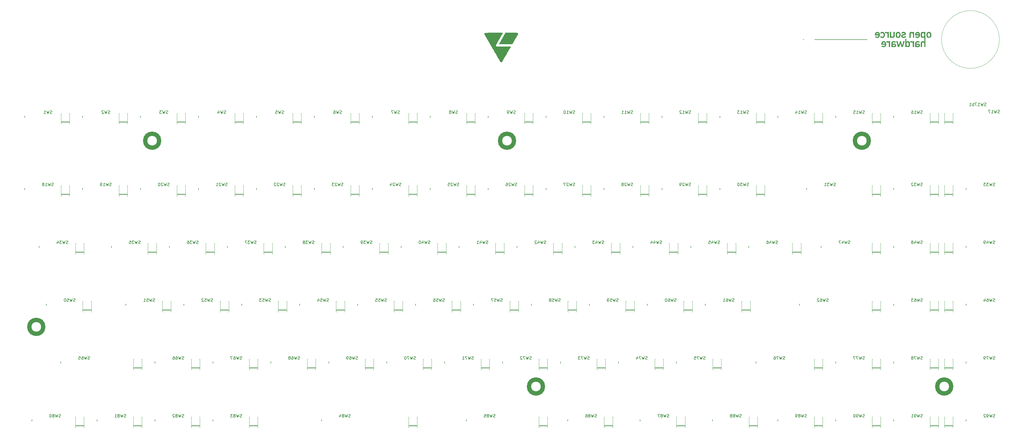
<source format=gbr>
%TF.GenerationSoftware,KiCad,Pcbnew,(6.0.2)*%
%TF.CreationDate,2022-08-21T18:03:26-07:00*%
%TF.ProjectId,tklc_v1_rgb,746b6c63-5f76-4315-9f72-67622e6b6963,rev?*%
%TF.SameCoordinates,Original*%
%TF.FileFunction,Legend,Bot*%
%TF.FilePolarity,Positive*%
%FSLAX46Y46*%
G04 Gerber Fmt 4.6, Leading zero omitted, Abs format (unit mm)*
G04 Created by KiCad (PCBNEW (6.0.2)) date 2022-08-21 18:03:26*
%MOMM*%
%LPD*%
G01*
G04 APERTURE LIST*
%ADD10C,0.200000*%
%ADD11C,0.100000*%
%ADD12C,0.150000*%
%ADD13C,1.400000*%
%ADD14C,0.120000*%
G04 APERTURE END LIST*
D10*
X311646879Y-90487728D02*
X311944536Y-90487728D01*
X332780526Y-90487728D02*
X315516420Y-90487424D01*
D11*
X376237816Y-90487576D02*
G75*
G03*
X376237816Y-90487576I-9525008J0D01*
G01*
D12*
%TO.C,SW46*%
X303275773Y-157726011D02*
X303132916Y-157773630D01*
X302894821Y-157773630D01*
X302799583Y-157726011D01*
X302751964Y-157678392D01*
X302704345Y-157583154D01*
X302704345Y-157487916D01*
X302751964Y-157392678D01*
X302799583Y-157345059D01*
X302894821Y-157297440D01*
X303085297Y-157249821D01*
X303180535Y-157202202D01*
X303228154Y-157154583D01*
X303275773Y-157059345D01*
X303275773Y-156964107D01*
X303228154Y-156868869D01*
X303180535Y-156821250D01*
X303085297Y-156773630D01*
X302847202Y-156773630D01*
X302704345Y-156821250D01*
X302371011Y-156773630D02*
X302132916Y-157773630D01*
X301942440Y-157059345D01*
X301751964Y-157773630D01*
X301513869Y-156773630D01*
X300704345Y-157106964D02*
X300704345Y-157773630D01*
X300942440Y-156726011D02*
X301180535Y-157440297D01*
X300561488Y-157440297D01*
X299751964Y-156773630D02*
X299942440Y-156773630D01*
X300037678Y-156821250D01*
X300085297Y-156868869D01*
X300180535Y-157011726D01*
X300228154Y-157202202D01*
X300228154Y-157583154D01*
X300180535Y-157678392D01*
X300132916Y-157726011D01*
X300037678Y-157773630D01*
X299847202Y-157773630D01*
X299751964Y-157726011D01*
X299704345Y-157678392D01*
X299656726Y-157583154D01*
X299656726Y-157345059D01*
X299704345Y-157249821D01*
X299751964Y-157202202D01*
X299847202Y-157154583D01*
X300037678Y-157154583D01*
X300132916Y-157202202D01*
X300180535Y-157249821D01*
X300228154Y-157345059D01*
X293816250Y-158504583D02*
X293816250Y-159037916D01*
%TO.C,SW6*%
X159924583Y-114863511D02*
X159781726Y-114911130D01*
X159543630Y-114911130D01*
X159448392Y-114863511D01*
X159400773Y-114815892D01*
X159353154Y-114720654D01*
X159353154Y-114625416D01*
X159400773Y-114530178D01*
X159448392Y-114482559D01*
X159543630Y-114434940D01*
X159734107Y-114387321D01*
X159829345Y-114339702D01*
X159876964Y-114292083D01*
X159924583Y-114196845D01*
X159924583Y-114101607D01*
X159876964Y-114006369D01*
X159829345Y-113958750D01*
X159734107Y-113911130D01*
X159496011Y-113911130D01*
X159353154Y-113958750D01*
X159019821Y-113911130D02*
X158781726Y-114911130D01*
X158591250Y-114196845D01*
X158400773Y-114911130D01*
X158162678Y-113911130D01*
X157353154Y-113911130D02*
X157543630Y-113911130D01*
X157638869Y-113958750D01*
X157686488Y-114006369D01*
X157781726Y-114149226D01*
X157829345Y-114339702D01*
X157829345Y-114720654D01*
X157781726Y-114815892D01*
X157734107Y-114863511D01*
X157638869Y-114911130D01*
X157448392Y-114911130D01*
X157353154Y-114863511D01*
X157305535Y-114815892D01*
X157257916Y-114720654D01*
X157257916Y-114482559D01*
X157305535Y-114387321D01*
X157353154Y-114339702D01*
X157448392Y-114292083D01*
X157638869Y-114292083D01*
X157734107Y-114339702D01*
X157781726Y-114387321D01*
X157829345Y-114482559D01*
X150941250Y-115642083D02*
X150941250Y-116175416D01*
%TO.C,SW49*%
X374713273Y-157726011D02*
X374570416Y-157773630D01*
X374332321Y-157773630D01*
X374237083Y-157726011D01*
X374189464Y-157678392D01*
X374141845Y-157583154D01*
X374141845Y-157487916D01*
X374189464Y-157392678D01*
X374237083Y-157345059D01*
X374332321Y-157297440D01*
X374522797Y-157249821D01*
X374618035Y-157202202D01*
X374665654Y-157154583D01*
X374713273Y-157059345D01*
X374713273Y-156964107D01*
X374665654Y-156868869D01*
X374618035Y-156821250D01*
X374522797Y-156773630D01*
X374284702Y-156773630D01*
X374141845Y-156821250D01*
X373808511Y-156773630D02*
X373570416Y-157773630D01*
X373379940Y-157059345D01*
X373189464Y-157773630D01*
X372951369Y-156773630D01*
X372141845Y-157106964D02*
X372141845Y-157773630D01*
X372379940Y-156726011D02*
X372618035Y-157440297D01*
X371998988Y-157440297D01*
X371570416Y-157773630D02*
X371379940Y-157773630D01*
X371284702Y-157726011D01*
X371237083Y-157678392D01*
X371141845Y-157535535D01*
X371094226Y-157345059D01*
X371094226Y-156964107D01*
X371141845Y-156868869D01*
X371189464Y-156821250D01*
X371284702Y-156773630D01*
X371475178Y-156773630D01*
X371570416Y-156821250D01*
X371618035Y-156868869D01*
X371665654Y-156964107D01*
X371665654Y-157202202D01*
X371618035Y-157297440D01*
X371570416Y-157345059D01*
X371475178Y-157392678D01*
X371284702Y-157392678D01*
X371189464Y-157345059D01*
X371141845Y-157297440D01*
X371094226Y-157202202D01*
X365253750Y-158504583D02*
X365253750Y-159037916D01*
%TO.C,SW59*%
X250888273Y-176776011D02*
X250745416Y-176823630D01*
X250507321Y-176823630D01*
X250412083Y-176776011D01*
X250364464Y-176728392D01*
X250316845Y-176633154D01*
X250316845Y-176537916D01*
X250364464Y-176442678D01*
X250412083Y-176395059D01*
X250507321Y-176347440D01*
X250697797Y-176299821D01*
X250793035Y-176252202D01*
X250840654Y-176204583D01*
X250888273Y-176109345D01*
X250888273Y-176014107D01*
X250840654Y-175918869D01*
X250793035Y-175871250D01*
X250697797Y-175823630D01*
X250459702Y-175823630D01*
X250316845Y-175871250D01*
X249983511Y-175823630D02*
X249745416Y-176823630D01*
X249554940Y-176109345D01*
X249364464Y-176823630D01*
X249126369Y-175823630D01*
X248269226Y-175823630D02*
X248745416Y-175823630D01*
X248793035Y-176299821D01*
X248745416Y-176252202D01*
X248650178Y-176204583D01*
X248412083Y-176204583D01*
X248316845Y-176252202D01*
X248269226Y-176299821D01*
X248221607Y-176395059D01*
X248221607Y-176633154D01*
X248269226Y-176728392D01*
X248316845Y-176776011D01*
X248412083Y-176823630D01*
X248650178Y-176823630D01*
X248745416Y-176776011D01*
X248793035Y-176728392D01*
X247745416Y-176823630D02*
X247554940Y-176823630D01*
X247459702Y-176776011D01*
X247412083Y-176728392D01*
X247316845Y-176585535D01*
X247269226Y-176395059D01*
X247269226Y-176014107D01*
X247316845Y-175918869D01*
X247364464Y-175871250D01*
X247459702Y-175823630D01*
X247650178Y-175823630D01*
X247745416Y-175871250D01*
X247793035Y-175918869D01*
X247840654Y-176014107D01*
X247840654Y-176252202D01*
X247793035Y-176347440D01*
X247745416Y-176395059D01*
X247650178Y-176442678D01*
X247459702Y-176442678D01*
X247364464Y-176395059D01*
X247316845Y-176347440D01*
X247269226Y-176252202D01*
X241428750Y-177554583D02*
X241428750Y-178087916D01*
%TO.C,SW42*%
X227075773Y-157726011D02*
X226932916Y-157773630D01*
X226694821Y-157773630D01*
X226599583Y-157726011D01*
X226551964Y-157678392D01*
X226504345Y-157583154D01*
X226504345Y-157487916D01*
X226551964Y-157392678D01*
X226599583Y-157345059D01*
X226694821Y-157297440D01*
X226885297Y-157249821D01*
X226980535Y-157202202D01*
X227028154Y-157154583D01*
X227075773Y-157059345D01*
X227075773Y-156964107D01*
X227028154Y-156868869D01*
X226980535Y-156821250D01*
X226885297Y-156773630D01*
X226647202Y-156773630D01*
X226504345Y-156821250D01*
X226171011Y-156773630D02*
X225932916Y-157773630D01*
X225742440Y-157059345D01*
X225551964Y-157773630D01*
X225313869Y-156773630D01*
X224504345Y-157106964D02*
X224504345Y-157773630D01*
X224742440Y-156726011D02*
X224980535Y-157440297D01*
X224361488Y-157440297D01*
X224028154Y-156868869D02*
X223980535Y-156821250D01*
X223885297Y-156773630D01*
X223647202Y-156773630D01*
X223551964Y-156821250D01*
X223504345Y-156868869D01*
X223456726Y-156964107D01*
X223456726Y-157059345D01*
X223504345Y-157202202D01*
X224075773Y-157773630D01*
X223456726Y-157773630D01*
X217616250Y-158504583D02*
X217616250Y-159037916D01*
%TO.C,SW1*%
X64674583Y-114863511D02*
X64531726Y-114911130D01*
X64293630Y-114911130D01*
X64198392Y-114863511D01*
X64150773Y-114815892D01*
X64103154Y-114720654D01*
X64103154Y-114625416D01*
X64150773Y-114530178D01*
X64198392Y-114482559D01*
X64293630Y-114434940D01*
X64484107Y-114387321D01*
X64579345Y-114339702D01*
X64626964Y-114292083D01*
X64674583Y-114196845D01*
X64674583Y-114101607D01*
X64626964Y-114006369D01*
X64579345Y-113958750D01*
X64484107Y-113911130D01*
X64246011Y-113911130D01*
X64103154Y-113958750D01*
X63769821Y-113911130D02*
X63531726Y-114911130D01*
X63341250Y-114196845D01*
X63150773Y-114911130D01*
X62912678Y-113911130D01*
X62007916Y-114911130D02*
X62579345Y-114911130D01*
X62293630Y-114911130D02*
X62293630Y-113911130D01*
X62388869Y-114053988D01*
X62484107Y-114149226D01*
X62579345Y-114196845D01*
X55691250Y-115642083D02*
X55691250Y-116175416D01*
%TO.C,SW66*%
X108013273Y-195826011D02*
X107870416Y-195873630D01*
X107632321Y-195873630D01*
X107537083Y-195826011D01*
X107489464Y-195778392D01*
X107441845Y-195683154D01*
X107441845Y-195587916D01*
X107489464Y-195492678D01*
X107537083Y-195445059D01*
X107632321Y-195397440D01*
X107822797Y-195349821D01*
X107918035Y-195302202D01*
X107965654Y-195254583D01*
X108013273Y-195159345D01*
X108013273Y-195064107D01*
X107965654Y-194968869D01*
X107918035Y-194921250D01*
X107822797Y-194873630D01*
X107584702Y-194873630D01*
X107441845Y-194921250D01*
X107108511Y-194873630D02*
X106870416Y-195873630D01*
X106679940Y-195159345D01*
X106489464Y-195873630D01*
X106251369Y-194873630D01*
X105441845Y-194873630D02*
X105632321Y-194873630D01*
X105727559Y-194921250D01*
X105775178Y-194968869D01*
X105870416Y-195111726D01*
X105918035Y-195302202D01*
X105918035Y-195683154D01*
X105870416Y-195778392D01*
X105822797Y-195826011D01*
X105727559Y-195873630D01*
X105537083Y-195873630D01*
X105441845Y-195826011D01*
X105394226Y-195778392D01*
X105346607Y-195683154D01*
X105346607Y-195445059D01*
X105394226Y-195349821D01*
X105441845Y-195302202D01*
X105537083Y-195254583D01*
X105727559Y-195254583D01*
X105822797Y-195302202D01*
X105870416Y-195349821D01*
X105918035Y-195445059D01*
X104489464Y-194873630D02*
X104679940Y-194873630D01*
X104775178Y-194921250D01*
X104822797Y-194968869D01*
X104918035Y-195111726D01*
X104965654Y-195302202D01*
X104965654Y-195683154D01*
X104918035Y-195778392D01*
X104870416Y-195826011D01*
X104775178Y-195873630D01*
X104584702Y-195873630D01*
X104489464Y-195826011D01*
X104441845Y-195778392D01*
X104394226Y-195683154D01*
X104394226Y-195445059D01*
X104441845Y-195349821D01*
X104489464Y-195302202D01*
X104584702Y-195254583D01*
X104775178Y-195254583D01*
X104870416Y-195302202D01*
X104918035Y-195349821D01*
X104965654Y-195445059D01*
X98553750Y-196604583D02*
X98553750Y-197137916D01*
%TO.C,SW14*%
X312800773Y-114863511D02*
X312657916Y-114911130D01*
X312419821Y-114911130D01*
X312324583Y-114863511D01*
X312276964Y-114815892D01*
X312229345Y-114720654D01*
X312229345Y-114625416D01*
X312276964Y-114530178D01*
X312324583Y-114482559D01*
X312419821Y-114434940D01*
X312610297Y-114387321D01*
X312705535Y-114339702D01*
X312753154Y-114292083D01*
X312800773Y-114196845D01*
X312800773Y-114101607D01*
X312753154Y-114006369D01*
X312705535Y-113958750D01*
X312610297Y-113911130D01*
X312372202Y-113911130D01*
X312229345Y-113958750D01*
X311896011Y-113911130D02*
X311657916Y-114911130D01*
X311467440Y-114196845D01*
X311276964Y-114911130D01*
X311038869Y-113911130D01*
X310134107Y-114911130D02*
X310705535Y-114911130D01*
X310419821Y-114911130D02*
X310419821Y-113911130D01*
X310515059Y-114053988D01*
X310610297Y-114149226D01*
X310705535Y-114196845D01*
X309276964Y-114244464D02*
X309276964Y-114911130D01*
X309515059Y-113863511D02*
X309753154Y-114577797D01*
X309134107Y-114577797D01*
X303341250Y-115642083D02*
X303341250Y-116175416D01*
%TO.C,SW21*%
X122300773Y-138676011D02*
X122157916Y-138723630D01*
X121919821Y-138723630D01*
X121824583Y-138676011D01*
X121776964Y-138628392D01*
X121729345Y-138533154D01*
X121729345Y-138437916D01*
X121776964Y-138342678D01*
X121824583Y-138295059D01*
X121919821Y-138247440D01*
X122110297Y-138199821D01*
X122205535Y-138152202D01*
X122253154Y-138104583D01*
X122300773Y-138009345D01*
X122300773Y-137914107D01*
X122253154Y-137818869D01*
X122205535Y-137771250D01*
X122110297Y-137723630D01*
X121872202Y-137723630D01*
X121729345Y-137771250D01*
X121396011Y-137723630D02*
X121157916Y-138723630D01*
X120967440Y-138009345D01*
X120776964Y-138723630D01*
X120538869Y-137723630D01*
X120205535Y-137818869D02*
X120157916Y-137771250D01*
X120062678Y-137723630D01*
X119824583Y-137723630D01*
X119729345Y-137771250D01*
X119681726Y-137818869D01*
X119634107Y-137914107D01*
X119634107Y-138009345D01*
X119681726Y-138152202D01*
X120253154Y-138723630D01*
X119634107Y-138723630D01*
X118681726Y-138723630D02*
X119253154Y-138723630D01*
X118967440Y-138723630D02*
X118967440Y-137723630D01*
X119062678Y-137866488D01*
X119157916Y-137961726D01*
X119253154Y-138009345D01*
X112841250Y-139454583D02*
X112841250Y-139987916D01*
%TO.C,SW27*%
X236600773Y-138676011D02*
X236457916Y-138723630D01*
X236219821Y-138723630D01*
X236124583Y-138676011D01*
X236076964Y-138628392D01*
X236029345Y-138533154D01*
X236029345Y-138437916D01*
X236076964Y-138342678D01*
X236124583Y-138295059D01*
X236219821Y-138247440D01*
X236410297Y-138199821D01*
X236505535Y-138152202D01*
X236553154Y-138104583D01*
X236600773Y-138009345D01*
X236600773Y-137914107D01*
X236553154Y-137818869D01*
X236505535Y-137771250D01*
X236410297Y-137723630D01*
X236172202Y-137723630D01*
X236029345Y-137771250D01*
X235696011Y-137723630D02*
X235457916Y-138723630D01*
X235267440Y-138009345D01*
X235076964Y-138723630D01*
X234838869Y-137723630D01*
X234505535Y-137818869D02*
X234457916Y-137771250D01*
X234362678Y-137723630D01*
X234124583Y-137723630D01*
X234029345Y-137771250D01*
X233981726Y-137818869D01*
X233934107Y-137914107D01*
X233934107Y-138009345D01*
X233981726Y-138152202D01*
X234553154Y-138723630D01*
X233934107Y-138723630D01*
X233600773Y-137723630D02*
X232934107Y-137723630D01*
X233362678Y-138723630D01*
X227141250Y-139454583D02*
X227141250Y-139987916D01*
%TO.C,SW28*%
X255650773Y-138676011D02*
X255507916Y-138723630D01*
X255269821Y-138723630D01*
X255174583Y-138676011D01*
X255126964Y-138628392D01*
X255079345Y-138533154D01*
X255079345Y-138437916D01*
X255126964Y-138342678D01*
X255174583Y-138295059D01*
X255269821Y-138247440D01*
X255460297Y-138199821D01*
X255555535Y-138152202D01*
X255603154Y-138104583D01*
X255650773Y-138009345D01*
X255650773Y-137914107D01*
X255603154Y-137818869D01*
X255555535Y-137771250D01*
X255460297Y-137723630D01*
X255222202Y-137723630D01*
X255079345Y-137771250D01*
X254746011Y-137723630D02*
X254507916Y-138723630D01*
X254317440Y-138009345D01*
X254126964Y-138723630D01*
X253888869Y-137723630D01*
X253555535Y-137818869D02*
X253507916Y-137771250D01*
X253412678Y-137723630D01*
X253174583Y-137723630D01*
X253079345Y-137771250D01*
X253031726Y-137818869D01*
X252984107Y-137914107D01*
X252984107Y-138009345D01*
X253031726Y-138152202D01*
X253603154Y-138723630D01*
X252984107Y-138723630D01*
X252412678Y-138152202D02*
X252507916Y-138104583D01*
X252555535Y-138056964D01*
X252603154Y-137961726D01*
X252603154Y-137914107D01*
X252555535Y-137818869D01*
X252507916Y-137771250D01*
X252412678Y-137723630D01*
X252222202Y-137723630D01*
X252126964Y-137771250D01*
X252079345Y-137818869D01*
X252031726Y-137914107D01*
X252031726Y-137961726D01*
X252079345Y-138056964D01*
X252126964Y-138104583D01*
X252222202Y-138152202D01*
X252412678Y-138152202D01*
X252507916Y-138199821D01*
X252555535Y-138247440D01*
X252603154Y-138342678D01*
X252603154Y-138533154D01*
X252555535Y-138628392D01*
X252507916Y-138676011D01*
X252412678Y-138723630D01*
X252222202Y-138723630D01*
X252126964Y-138676011D01*
X252079345Y-138628392D01*
X252031726Y-138533154D01*
X252031726Y-138342678D01*
X252079345Y-138247440D01*
X252126964Y-138199821D01*
X252222202Y-138152202D01*
X246191250Y-139454583D02*
X246191250Y-139987916D01*
%TO.C,SW7*%
X178974583Y-114863511D02*
X178831726Y-114911130D01*
X178593630Y-114911130D01*
X178498392Y-114863511D01*
X178450773Y-114815892D01*
X178403154Y-114720654D01*
X178403154Y-114625416D01*
X178450773Y-114530178D01*
X178498392Y-114482559D01*
X178593630Y-114434940D01*
X178784107Y-114387321D01*
X178879345Y-114339702D01*
X178926964Y-114292083D01*
X178974583Y-114196845D01*
X178974583Y-114101607D01*
X178926964Y-114006369D01*
X178879345Y-113958750D01*
X178784107Y-113911130D01*
X178546011Y-113911130D01*
X178403154Y-113958750D01*
X178069821Y-113911130D02*
X177831726Y-114911130D01*
X177641250Y-114196845D01*
X177450773Y-114911130D01*
X177212678Y-113911130D01*
X176926964Y-113911130D02*
X176260297Y-113911130D01*
X176688869Y-114911130D01*
X169991250Y-115642083D02*
X169991250Y-116175416D01*
%TO.C,SW2*%
X83724583Y-114863511D02*
X83581726Y-114911130D01*
X83343630Y-114911130D01*
X83248392Y-114863511D01*
X83200773Y-114815892D01*
X83153154Y-114720654D01*
X83153154Y-114625416D01*
X83200773Y-114530178D01*
X83248392Y-114482559D01*
X83343630Y-114434940D01*
X83534107Y-114387321D01*
X83629345Y-114339702D01*
X83676964Y-114292083D01*
X83724583Y-114196845D01*
X83724583Y-114101607D01*
X83676964Y-114006369D01*
X83629345Y-113958750D01*
X83534107Y-113911130D01*
X83296011Y-113911130D01*
X83153154Y-113958750D01*
X82819821Y-113911130D02*
X82581726Y-114911130D01*
X82391250Y-114196845D01*
X82200773Y-114911130D01*
X81962678Y-113911130D01*
X81629345Y-114006369D02*
X81581726Y-113958750D01*
X81486488Y-113911130D01*
X81248392Y-113911130D01*
X81153154Y-113958750D01*
X81105535Y-114006369D01*
X81057916Y-114101607D01*
X81057916Y-114196845D01*
X81105535Y-114339702D01*
X81676964Y-114911130D01*
X81057916Y-114911130D01*
X74741250Y-115642083D02*
X74741250Y-116175416D01*
%TO.C,SW45*%
X284225773Y-157726011D02*
X284082916Y-157773630D01*
X283844821Y-157773630D01*
X283749583Y-157726011D01*
X283701964Y-157678392D01*
X283654345Y-157583154D01*
X283654345Y-157487916D01*
X283701964Y-157392678D01*
X283749583Y-157345059D01*
X283844821Y-157297440D01*
X284035297Y-157249821D01*
X284130535Y-157202202D01*
X284178154Y-157154583D01*
X284225773Y-157059345D01*
X284225773Y-156964107D01*
X284178154Y-156868869D01*
X284130535Y-156821250D01*
X284035297Y-156773630D01*
X283797202Y-156773630D01*
X283654345Y-156821250D01*
X283321011Y-156773630D02*
X283082916Y-157773630D01*
X282892440Y-157059345D01*
X282701964Y-157773630D01*
X282463869Y-156773630D01*
X281654345Y-157106964D02*
X281654345Y-157773630D01*
X281892440Y-156726011D02*
X282130535Y-157440297D01*
X281511488Y-157440297D01*
X280654345Y-156773630D02*
X281130535Y-156773630D01*
X281178154Y-157249821D01*
X281130535Y-157202202D01*
X281035297Y-157154583D01*
X280797202Y-157154583D01*
X280701964Y-157202202D01*
X280654345Y-157249821D01*
X280606726Y-157345059D01*
X280606726Y-157583154D01*
X280654345Y-157678392D01*
X280701964Y-157726011D01*
X280797202Y-157773630D01*
X281035297Y-157773630D01*
X281130535Y-157726011D01*
X281178154Y-157678392D01*
X274766250Y-158504583D02*
X274766250Y-159037916D01*
%TO.C,SW91*%
X350900773Y-214876011D02*
X350757916Y-214923630D01*
X350519821Y-214923630D01*
X350424583Y-214876011D01*
X350376964Y-214828392D01*
X350329345Y-214733154D01*
X350329345Y-214637916D01*
X350376964Y-214542678D01*
X350424583Y-214495059D01*
X350519821Y-214447440D01*
X350710297Y-214399821D01*
X350805535Y-214352202D01*
X350853154Y-214304583D01*
X350900773Y-214209345D01*
X350900773Y-214114107D01*
X350853154Y-214018869D01*
X350805535Y-213971250D01*
X350710297Y-213923630D01*
X350472202Y-213923630D01*
X350329345Y-213971250D01*
X349996011Y-213923630D02*
X349757916Y-214923630D01*
X349567440Y-214209345D01*
X349376964Y-214923630D01*
X349138869Y-213923630D01*
X348710297Y-214923630D02*
X348519821Y-214923630D01*
X348424583Y-214876011D01*
X348376964Y-214828392D01*
X348281726Y-214685535D01*
X348234107Y-214495059D01*
X348234107Y-214114107D01*
X348281726Y-214018869D01*
X348329345Y-213971250D01*
X348424583Y-213923630D01*
X348615059Y-213923630D01*
X348710297Y-213971250D01*
X348757916Y-214018869D01*
X348805535Y-214114107D01*
X348805535Y-214352202D01*
X348757916Y-214447440D01*
X348710297Y-214495059D01*
X348615059Y-214542678D01*
X348424583Y-214542678D01*
X348329345Y-214495059D01*
X348281726Y-214447440D01*
X348234107Y-214352202D01*
X347281726Y-214923630D02*
X347853154Y-214923630D01*
X347567440Y-214923630D02*
X347567440Y-213923630D01*
X347662678Y-214066488D01*
X347757916Y-214161726D01*
X347853154Y-214209345D01*
X341441250Y-215654583D02*
X341441250Y-216187916D01*
%TO.C,SW5*%
X140874583Y-114863511D02*
X140731726Y-114911130D01*
X140493630Y-114911130D01*
X140398392Y-114863511D01*
X140350773Y-114815892D01*
X140303154Y-114720654D01*
X140303154Y-114625416D01*
X140350773Y-114530178D01*
X140398392Y-114482559D01*
X140493630Y-114434940D01*
X140684107Y-114387321D01*
X140779345Y-114339702D01*
X140826964Y-114292083D01*
X140874583Y-114196845D01*
X140874583Y-114101607D01*
X140826964Y-114006369D01*
X140779345Y-113958750D01*
X140684107Y-113911130D01*
X140446011Y-113911130D01*
X140303154Y-113958750D01*
X139969821Y-113911130D02*
X139731726Y-114911130D01*
X139541250Y-114196845D01*
X139350773Y-114911130D01*
X139112678Y-113911130D01*
X138255535Y-113911130D02*
X138731726Y-113911130D01*
X138779345Y-114387321D01*
X138731726Y-114339702D01*
X138636488Y-114292083D01*
X138398392Y-114292083D01*
X138303154Y-114339702D01*
X138255535Y-114387321D01*
X138207916Y-114482559D01*
X138207916Y-114720654D01*
X138255535Y-114815892D01*
X138303154Y-114863511D01*
X138398392Y-114911130D01*
X138636488Y-114911130D01*
X138731726Y-114863511D01*
X138779345Y-114815892D01*
X131891250Y-115642083D02*
X131891250Y-116175416D01*
%TO.C,SW11*%
X255650773Y-114863511D02*
X255507916Y-114911130D01*
X255269821Y-114911130D01*
X255174583Y-114863511D01*
X255126964Y-114815892D01*
X255079345Y-114720654D01*
X255079345Y-114625416D01*
X255126964Y-114530178D01*
X255174583Y-114482559D01*
X255269821Y-114434940D01*
X255460297Y-114387321D01*
X255555535Y-114339702D01*
X255603154Y-114292083D01*
X255650773Y-114196845D01*
X255650773Y-114101607D01*
X255603154Y-114006369D01*
X255555535Y-113958750D01*
X255460297Y-113911130D01*
X255222202Y-113911130D01*
X255079345Y-113958750D01*
X254746011Y-113911130D02*
X254507916Y-114911130D01*
X254317440Y-114196845D01*
X254126964Y-114911130D01*
X253888869Y-113911130D01*
X252984107Y-114911130D02*
X253555535Y-114911130D01*
X253269821Y-114911130D02*
X253269821Y-113911130D01*
X253365059Y-114053988D01*
X253460297Y-114149226D01*
X253555535Y-114196845D01*
X252031726Y-114911130D02*
X252603154Y-114911130D01*
X252317440Y-114911130D02*
X252317440Y-113911130D01*
X252412678Y-114053988D01*
X252507916Y-114149226D01*
X252603154Y-114196845D01*
X246191250Y-115642083D02*
X246191250Y-116175416D01*
%TO.C,SW41*%
X208025773Y-157726011D02*
X207882916Y-157773630D01*
X207644821Y-157773630D01*
X207549583Y-157726011D01*
X207501964Y-157678392D01*
X207454345Y-157583154D01*
X207454345Y-157487916D01*
X207501964Y-157392678D01*
X207549583Y-157345059D01*
X207644821Y-157297440D01*
X207835297Y-157249821D01*
X207930535Y-157202202D01*
X207978154Y-157154583D01*
X208025773Y-157059345D01*
X208025773Y-156964107D01*
X207978154Y-156868869D01*
X207930535Y-156821250D01*
X207835297Y-156773630D01*
X207597202Y-156773630D01*
X207454345Y-156821250D01*
X207121011Y-156773630D02*
X206882916Y-157773630D01*
X206692440Y-157059345D01*
X206501964Y-157773630D01*
X206263869Y-156773630D01*
X205454345Y-157106964D02*
X205454345Y-157773630D01*
X205692440Y-156726011D02*
X205930535Y-157440297D01*
X205311488Y-157440297D01*
X204406726Y-157773630D02*
X204978154Y-157773630D01*
X204692440Y-157773630D02*
X204692440Y-156773630D01*
X204787678Y-156916488D01*
X204882916Y-157011726D01*
X204978154Y-157059345D01*
X198566250Y-158504583D02*
X198566250Y-159037916D01*
%TO.C,SW22*%
X141350773Y-138676011D02*
X141207916Y-138723630D01*
X140969821Y-138723630D01*
X140874583Y-138676011D01*
X140826964Y-138628392D01*
X140779345Y-138533154D01*
X140779345Y-138437916D01*
X140826964Y-138342678D01*
X140874583Y-138295059D01*
X140969821Y-138247440D01*
X141160297Y-138199821D01*
X141255535Y-138152202D01*
X141303154Y-138104583D01*
X141350773Y-138009345D01*
X141350773Y-137914107D01*
X141303154Y-137818869D01*
X141255535Y-137771250D01*
X141160297Y-137723630D01*
X140922202Y-137723630D01*
X140779345Y-137771250D01*
X140446011Y-137723630D02*
X140207916Y-138723630D01*
X140017440Y-138009345D01*
X139826964Y-138723630D01*
X139588869Y-137723630D01*
X139255535Y-137818869D02*
X139207916Y-137771250D01*
X139112678Y-137723630D01*
X138874583Y-137723630D01*
X138779345Y-137771250D01*
X138731726Y-137818869D01*
X138684107Y-137914107D01*
X138684107Y-138009345D01*
X138731726Y-138152202D01*
X139303154Y-138723630D01*
X138684107Y-138723630D01*
X138303154Y-137818869D02*
X138255535Y-137771250D01*
X138160297Y-137723630D01*
X137922202Y-137723630D01*
X137826964Y-137771250D01*
X137779345Y-137818869D01*
X137731726Y-137914107D01*
X137731726Y-138009345D01*
X137779345Y-138152202D01*
X138350773Y-138723630D01*
X137731726Y-138723630D01*
X131891250Y-139454583D02*
X131891250Y-139987916D01*
%TO.C,SW52*%
X117538273Y-176776011D02*
X117395416Y-176823630D01*
X117157321Y-176823630D01*
X117062083Y-176776011D01*
X117014464Y-176728392D01*
X116966845Y-176633154D01*
X116966845Y-176537916D01*
X117014464Y-176442678D01*
X117062083Y-176395059D01*
X117157321Y-176347440D01*
X117347797Y-176299821D01*
X117443035Y-176252202D01*
X117490654Y-176204583D01*
X117538273Y-176109345D01*
X117538273Y-176014107D01*
X117490654Y-175918869D01*
X117443035Y-175871250D01*
X117347797Y-175823630D01*
X117109702Y-175823630D01*
X116966845Y-175871250D01*
X116633511Y-175823630D02*
X116395416Y-176823630D01*
X116204940Y-176109345D01*
X116014464Y-176823630D01*
X115776369Y-175823630D01*
X114919226Y-175823630D02*
X115395416Y-175823630D01*
X115443035Y-176299821D01*
X115395416Y-176252202D01*
X115300178Y-176204583D01*
X115062083Y-176204583D01*
X114966845Y-176252202D01*
X114919226Y-176299821D01*
X114871607Y-176395059D01*
X114871607Y-176633154D01*
X114919226Y-176728392D01*
X114966845Y-176776011D01*
X115062083Y-176823630D01*
X115300178Y-176823630D01*
X115395416Y-176776011D01*
X115443035Y-176728392D01*
X114490654Y-175918869D02*
X114443035Y-175871250D01*
X114347797Y-175823630D01*
X114109702Y-175823630D01*
X114014464Y-175871250D01*
X113966845Y-175918869D01*
X113919226Y-176014107D01*
X113919226Y-176109345D01*
X113966845Y-176252202D01*
X114538273Y-176823630D01*
X113919226Y-176823630D01*
X108078750Y-177554583D02*
X108078750Y-178087916D01*
%TO.C,SW50*%
X62835000Y-177564583D02*
X62835000Y-178097916D01*
X72294523Y-176776011D02*
X72151666Y-176823630D01*
X71913571Y-176823630D01*
X71818333Y-176776011D01*
X71770714Y-176728392D01*
X71723095Y-176633154D01*
X71723095Y-176537916D01*
X71770714Y-176442678D01*
X71818333Y-176395059D01*
X71913571Y-176347440D01*
X72104047Y-176299821D01*
X72199285Y-176252202D01*
X72246904Y-176204583D01*
X72294523Y-176109345D01*
X72294523Y-176014107D01*
X72246904Y-175918869D01*
X72199285Y-175871250D01*
X72104047Y-175823630D01*
X71865952Y-175823630D01*
X71723095Y-175871250D01*
X71389761Y-175823630D02*
X71151666Y-176823630D01*
X70961190Y-176109345D01*
X70770714Y-176823630D01*
X70532619Y-175823630D01*
X69675476Y-175823630D02*
X70151666Y-175823630D01*
X70199285Y-176299821D01*
X70151666Y-176252202D01*
X70056428Y-176204583D01*
X69818333Y-176204583D01*
X69723095Y-176252202D01*
X69675476Y-176299821D01*
X69627857Y-176395059D01*
X69627857Y-176633154D01*
X69675476Y-176728392D01*
X69723095Y-176776011D01*
X69818333Y-176823630D01*
X70056428Y-176823630D01*
X70151666Y-176776011D01*
X70199285Y-176728392D01*
X69008809Y-175823630D02*
X68913571Y-175823630D01*
X68818333Y-175871250D01*
X68770714Y-175918869D01*
X68723095Y-176014107D01*
X68675476Y-176204583D01*
X68675476Y-176442678D01*
X68723095Y-176633154D01*
X68770714Y-176728392D01*
X68818333Y-176776011D01*
X68913571Y-176823630D01*
X69008809Y-176823630D01*
X69104047Y-176776011D01*
X69151666Y-176728392D01*
X69199285Y-176633154D01*
X69246904Y-176442678D01*
X69246904Y-176204583D01*
X69199285Y-176014107D01*
X69151666Y-175918869D01*
X69104047Y-175871250D01*
X69008809Y-175823630D01*
%TO.C,SW90*%
X331850773Y-214876011D02*
X331707916Y-214923630D01*
X331469821Y-214923630D01*
X331374583Y-214876011D01*
X331326964Y-214828392D01*
X331279345Y-214733154D01*
X331279345Y-214637916D01*
X331326964Y-214542678D01*
X331374583Y-214495059D01*
X331469821Y-214447440D01*
X331660297Y-214399821D01*
X331755535Y-214352202D01*
X331803154Y-214304583D01*
X331850773Y-214209345D01*
X331850773Y-214114107D01*
X331803154Y-214018869D01*
X331755535Y-213971250D01*
X331660297Y-213923630D01*
X331422202Y-213923630D01*
X331279345Y-213971250D01*
X330946011Y-213923630D02*
X330707916Y-214923630D01*
X330517440Y-214209345D01*
X330326964Y-214923630D01*
X330088869Y-213923630D01*
X329660297Y-214923630D02*
X329469821Y-214923630D01*
X329374583Y-214876011D01*
X329326964Y-214828392D01*
X329231726Y-214685535D01*
X329184107Y-214495059D01*
X329184107Y-214114107D01*
X329231726Y-214018869D01*
X329279345Y-213971250D01*
X329374583Y-213923630D01*
X329565059Y-213923630D01*
X329660297Y-213971250D01*
X329707916Y-214018869D01*
X329755535Y-214114107D01*
X329755535Y-214352202D01*
X329707916Y-214447440D01*
X329660297Y-214495059D01*
X329565059Y-214542678D01*
X329374583Y-214542678D01*
X329279345Y-214495059D01*
X329231726Y-214447440D01*
X329184107Y-214352202D01*
X328565059Y-213923630D02*
X328469821Y-213923630D01*
X328374583Y-213971250D01*
X328326964Y-214018869D01*
X328279345Y-214114107D01*
X328231726Y-214304583D01*
X328231726Y-214542678D01*
X328279345Y-214733154D01*
X328326964Y-214828392D01*
X328374583Y-214876011D01*
X328469821Y-214923630D01*
X328565059Y-214923630D01*
X328660297Y-214876011D01*
X328707916Y-214828392D01*
X328755535Y-214733154D01*
X328803154Y-214542678D01*
X328803154Y-214304583D01*
X328755535Y-214114107D01*
X328707916Y-214018869D01*
X328660297Y-213971250D01*
X328565059Y-213923630D01*
X322391250Y-215654583D02*
X322391250Y-216187916D01*
%TO.C,SW19*%
X84200773Y-138676011D02*
X84057916Y-138723630D01*
X83819821Y-138723630D01*
X83724583Y-138676011D01*
X83676964Y-138628392D01*
X83629345Y-138533154D01*
X83629345Y-138437916D01*
X83676964Y-138342678D01*
X83724583Y-138295059D01*
X83819821Y-138247440D01*
X84010297Y-138199821D01*
X84105535Y-138152202D01*
X84153154Y-138104583D01*
X84200773Y-138009345D01*
X84200773Y-137914107D01*
X84153154Y-137818869D01*
X84105535Y-137771250D01*
X84010297Y-137723630D01*
X83772202Y-137723630D01*
X83629345Y-137771250D01*
X83296011Y-137723630D02*
X83057916Y-138723630D01*
X82867440Y-138009345D01*
X82676964Y-138723630D01*
X82438869Y-137723630D01*
X81534107Y-138723630D02*
X82105535Y-138723630D01*
X81819821Y-138723630D02*
X81819821Y-137723630D01*
X81915059Y-137866488D01*
X82010297Y-137961726D01*
X82105535Y-138009345D01*
X81057916Y-138723630D02*
X80867440Y-138723630D01*
X80772202Y-138676011D01*
X80724583Y-138628392D01*
X80629345Y-138485535D01*
X80581726Y-138295059D01*
X80581726Y-137914107D01*
X80629345Y-137818869D01*
X80676964Y-137771250D01*
X80772202Y-137723630D01*
X80962678Y-137723630D01*
X81057916Y-137771250D01*
X81105535Y-137818869D01*
X81153154Y-137914107D01*
X81153154Y-138152202D01*
X81105535Y-138247440D01*
X81057916Y-138295059D01*
X80962678Y-138342678D01*
X80772202Y-138342678D01*
X80676964Y-138295059D01*
X80629345Y-138247440D01*
X80581726Y-138152202D01*
X74741250Y-139454583D02*
X74741250Y-139987916D01*
%TO.C,SW68*%
X146113273Y-195826011D02*
X145970416Y-195873630D01*
X145732321Y-195873630D01*
X145637083Y-195826011D01*
X145589464Y-195778392D01*
X145541845Y-195683154D01*
X145541845Y-195587916D01*
X145589464Y-195492678D01*
X145637083Y-195445059D01*
X145732321Y-195397440D01*
X145922797Y-195349821D01*
X146018035Y-195302202D01*
X146065654Y-195254583D01*
X146113273Y-195159345D01*
X146113273Y-195064107D01*
X146065654Y-194968869D01*
X146018035Y-194921250D01*
X145922797Y-194873630D01*
X145684702Y-194873630D01*
X145541845Y-194921250D01*
X145208511Y-194873630D02*
X144970416Y-195873630D01*
X144779940Y-195159345D01*
X144589464Y-195873630D01*
X144351369Y-194873630D01*
X143541845Y-194873630D02*
X143732321Y-194873630D01*
X143827559Y-194921250D01*
X143875178Y-194968869D01*
X143970416Y-195111726D01*
X144018035Y-195302202D01*
X144018035Y-195683154D01*
X143970416Y-195778392D01*
X143922797Y-195826011D01*
X143827559Y-195873630D01*
X143637083Y-195873630D01*
X143541845Y-195826011D01*
X143494226Y-195778392D01*
X143446607Y-195683154D01*
X143446607Y-195445059D01*
X143494226Y-195349821D01*
X143541845Y-195302202D01*
X143637083Y-195254583D01*
X143827559Y-195254583D01*
X143922797Y-195302202D01*
X143970416Y-195349821D01*
X144018035Y-195445059D01*
X142875178Y-195302202D02*
X142970416Y-195254583D01*
X143018035Y-195206964D01*
X143065654Y-195111726D01*
X143065654Y-195064107D01*
X143018035Y-194968869D01*
X142970416Y-194921250D01*
X142875178Y-194873630D01*
X142684702Y-194873630D01*
X142589464Y-194921250D01*
X142541845Y-194968869D01*
X142494226Y-195064107D01*
X142494226Y-195111726D01*
X142541845Y-195206964D01*
X142589464Y-195254583D01*
X142684702Y-195302202D01*
X142875178Y-195302202D01*
X142970416Y-195349821D01*
X143018035Y-195397440D01*
X143065654Y-195492678D01*
X143065654Y-195683154D01*
X143018035Y-195778392D01*
X142970416Y-195826011D01*
X142875178Y-195873630D01*
X142684702Y-195873630D01*
X142589464Y-195826011D01*
X142541845Y-195778392D01*
X142494226Y-195683154D01*
X142494226Y-195492678D01*
X142541845Y-195397440D01*
X142589464Y-195349821D01*
X142684702Y-195302202D01*
X136653750Y-196604583D02*
X136653750Y-197137916D01*
%TO.C,SW8*%
X198024583Y-114863511D02*
X197881726Y-114911130D01*
X197643630Y-114911130D01*
X197548392Y-114863511D01*
X197500773Y-114815892D01*
X197453154Y-114720654D01*
X197453154Y-114625416D01*
X197500773Y-114530178D01*
X197548392Y-114482559D01*
X197643630Y-114434940D01*
X197834107Y-114387321D01*
X197929345Y-114339702D01*
X197976964Y-114292083D01*
X198024583Y-114196845D01*
X198024583Y-114101607D01*
X197976964Y-114006369D01*
X197929345Y-113958750D01*
X197834107Y-113911130D01*
X197596011Y-113911130D01*
X197453154Y-113958750D01*
X197119821Y-113911130D02*
X196881726Y-114911130D01*
X196691250Y-114196845D01*
X196500773Y-114911130D01*
X196262678Y-113911130D01*
X195738869Y-114339702D02*
X195834107Y-114292083D01*
X195881726Y-114244464D01*
X195929345Y-114149226D01*
X195929345Y-114101607D01*
X195881726Y-114006369D01*
X195834107Y-113958750D01*
X195738869Y-113911130D01*
X195548392Y-113911130D01*
X195453154Y-113958750D01*
X195405535Y-114006369D01*
X195357916Y-114101607D01*
X195357916Y-114149226D01*
X195405535Y-114244464D01*
X195453154Y-114292083D01*
X195548392Y-114339702D01*
X195738869Y-114339702D01*
X195834107Y-114387321D01*
X195881726Y-114434940D01*
X195929345Y-114530178D01*
X195929345Y-114720654D01*
X195881726Y-114815892D01*
X195834107Y-114863511D01*
X195738869Y-114911130D01*
X195548392Y-114911130D01*
X195453154Y-114863511D01*
X195405535Y-114815892D01*
X195357916Y-114720654D01*
X195357916Y-114530178D01*
X195405535Y-114434940D01*
X195453154Y-114387321D01*
X195548392Y-114339702D01*
X189041250Y-115642083D02*
X189041250Y-116175416D01*
%TO.C,SW25*%
X198500773Y-138676011D02*
X198357916Y-138723630D01*
X198119821Y-138723630D01*
X198024583Y-138676011D01*
X197976964Y-138628392D01*
X197929345Y-138533154D01*
X197929345Y-138437916D01*
X197976964Y-138342678D01*
X198024583Y-138295059D01*
X198119821Y-138247440D01*
X198310297Y-138199821D01*
X198405535Y-138152202D01*
X198453154Y-138104583D01*
X198500773Y-138009345D01*
X198500773Y-137914107D01*
X198453154Y-137818869D01*
X198405535Y-137771250D01*
X198310297Y-137723630D01*
X198072202Y-137723630D01*
X197929345Y-137771250D01*
X197596011Y-137723630D02*
X197357916Y-138723630D01*
X197167440Y-138009345D01*
X196976964Y-138723630D01*
X196738869Y-137723630D01*
X196405535Y-137818869D02*
X196357916Y-137771250D01*
X196262678Y-137723630D01*
X196024583Y-137723630D01*
X195929345Y-137771250D01*
X195881726Y-137818869D01*
X195834107Y-137914107D01*
X195834107Y-138009345D01*
X195881726Y-138152202D01*
X196453154Y-138723630D01*
X195834107Y-138723630D01*
X194929345Y-137723630D02*
X195405535Y-137723630D01*
X195453154Y-138199821D01*
X195405535Y-138152202D01*
X195310297Y-138104583D01*
X195072202Y-138104583D01*
X194976964Y-138152202D01*
X194929345Y-138199821D01*
X194881726Y-138295059D01*
X194881726Y-138533154D01*
X194929345Y-138628392D01*
X194976964Y-138676011D01*
X195072202Y-138723630D01*
X195310297Y-138723630D01*
X195405535Y-138676011D01*
X195453154Y-138628392D01*
X189041250Y-139454583D02*
X189041250Y-139987916D01*
%TO.C,SW53*%
X136588273Y-176776011D02*
X136445416Y-176823630D01*
X136207321Y-176823630D01*
X136112083Y-176776011D01*
X136064464Y-176728392D01*
X136016845Y-176633154D01*
X136016845Y-176537916D01*
X136064464Y-176442678D01*
X136112083Y-176395059D01*
X136207321Y-176347440D01*
X136397797Y-176299821D01*
X136493035Y-176252202D01*
X136540654Y-176204583D01*
X136588273Y-176109345D01*
X136588273Y-176014107D01*
X136540654Y-175918869D01*
X136493035Y-175871250D01*
X136397797Y-175823630D01*
X136159702Y-175823630D01*
X136016845Y-175871250D01*
X135683511Y-175823630D02*
X135445416Y-176823630D01*
X135254940Y-176109345D01*
X135064464Y-176823630D01*
X134826369Y-175823630D01*
X133969226Y-175823630D02*
X134445416Y-175823630D01*
X134493035Y-176299821D01*
X134445416Y-176252202D01*
X134350178Y-176204583D01*
X134112083Y-176204583D01*
X134016845Y-176252202D01*
X133969226Y-176299821D01*
X133921607Y-176395059D01*
X133921607Y-176633154D01*
X133969226Y-176728392D01*
X134016845Y-176776011D01*
X134112083Y-176823630D01*
X134350178Y-176823630D01*
X134445416Y-176776011D01*
X134493035Y-176728392D01*
X133588273Y-175823630D02*
X132969226Y-175823630D01*
X133302559Y-176204583D01*
X133159702Y-176204583D01*
X133064464Y-176252202D01*
X133016845Y-176299821D01*
X132969226Y-176395059D01*
X132969226Y-176633154D01*
X133016845Y-176728392D01*
X133064464Y-176776011D01*
X133159702Y-176823630D01*
X133445416Y-176823630D01*
X133540654Y-176776011D01*
X133588273Y-176728392D01*
X127128750Y-177554583D02*
X127128750Y-178087916D01*
%TO.C,SW39*%
X169925773Y-157726011D02*
X169782916Y-157773630D01*
X169544821Y-157773630D01*
X169449583Y-157726011D01*
X169401964Y-157678392D01*
X169354345Y-157583154D01*
X169354345Y-157487916D01*
X169401964Y-157392678D01*
X169449583Y-157345059D01*
X169544821Y-157297440D01*
X169735297Y-157249821D01*
X169830535Y-157202202D01*
X169878154Y-157154583D01*
X169925773Y-157059345D01*
X169925773Y-156964107D01*
X169878154Y-156868869D01*
X169830535Y-156821250D01*
X169735297Y-156773630D01*
X169497202Y-156773630D01*
X169354345Y-156821250D01*
X169021011Y-156773630D02*
X168782916Y-157773630D01*
X168592440Y-157059345D01*
X168401964Y-157773630D01*
X168163869Y-156773630D01*
X167878154Y-156773630D02*
X167259107Y-156773630D01*
X167592440Y-157154583D01*
X167449583Y-157154583D01*
X167354345Y-157202202D01*
X167306726Y-157249821D01*
X167259107Y-157345059D01*
X167259107Y-157583154D01*
X167306726Y-157678392D01*
X167354345Y-157726011D01*
X167449583Y-157773630D01*
X167735297Y-157773630D01*
X167830535Y-157726011D01*
X167878154Y-157678392D01*
X166782916Y-157773630D02*
X166592440Y-157773630D01*
X166497202Y-157726011D01*
X166449583Y-157678392D01*
X166354345Y-157535535D01*
X166306726Y-157345059D01*
X166306726Y-156964107D01*
X166354345Y-156868869D01*
X166401964Y-156821250D01*
X166497202Y-156773630D01*
X166687678Y-156773630D01*
X166782916Y-156821250D01*
X166830535Y-156868869D01*
X166878154Y-156964107D01*
X166878154Y-157202202D01*
X166830535Y-157297440D01*
X166782916Y-157345059D01*
X166687678Y-157392678D01*
X166497202Y-157392678D01*
X166401964Y-157345059D01*
X166354345Y-157297440D01*
X166306726Y-157202202D01*
X160466250Y-158504583D02*
X160466250Y-159037916D01*
%TO.C,SW83*%
X127063273Y-214876011D02*
X126920416Y-214923630D01*
X126682321Y-214923630D01*
X126587083Y-214876011D01*
X126539464Y-214828392D01*
X126491845Y-214733154D01*
X126491845Y-214637916D01*
X126539464Y-214542678D01*
X126587083Y-214495059D01*
X126682321Y-214447440D01*
X126872797Y-214399821D01*
X126968035Y-214352202D01*
X127015654Y-214304583D01*
X127063273Y-214209345D01*
X127063273Y-214114107D01*
X127015654Y-214018869D01*
X126968035Y-213971250D01*
X126872797Y-213923630D01*
X126634702Y-213923630D01*
X126491845Y-213971250D01*
X126158511Y-213923630D02*
X125920416Y-214923630D01*
X125729940Y-214209345D01*
X125539464Y-214923630D01*
X125301369Y-213923630D01*
X124777559Y-214352202D02*
X124872797Y-214304583D01*
X124920416Y-214256964D01*
X124968035Y-214161726D01*
X124968035Y-214114107D01*
X124920416Y-214018869D01*
X124872797Y-213971250D01*
X124777559Y-213923630D01*
X124587083Y-213923630D01*
X124491845Y-213971250D01*
X124444226Y-214018869D01*
X124396607Y-214114107D01*
X124396607Y-214161726D01*
X124444226Y-214256964D01*
X124491845Y-214304583D01*
X124587083Y-214352202D01*
X124777559Y-214352202D01*
X124872797Y-214399821D01*
X124920416Y-214447440D01*
X124968035Y-214542678D01*
X124968035Y-214733154D01*
X124920416Y-214828392D01*
X124872797Y-214876011D01*
X124777559Y-214923630D01*
X124587083Y-214923630D01*
X124491845Y-214876011D01*
X124444226Y-214828392D01*
X124396607Y-214733154D01*
X124396607Y-214542678D01*
X124444226Y-214447440D01*
X124491845Y-214399821D01*
X124587083Y-214352202D01*
X124063273Y-213923630D02*
X123444226Y-213923630D01*
X123777559Y-214304583D01*
X123634702Y-214304583D01*
X123539464Y-214352202D01*
X123491845Y-214399821D01*
X123444226Y-214495059D01*
X123444226Y-214733154D01*
X123491845Y-214828392D01*
X123539464Y-214876011D01*
X123634702Y-214923630D01*
X123920416Y-214923630D01*
X124015654Y-214876011D01*
X124063273Y-214828392D01*
X117603750Y-215654583D02*
X117603750Y-216187916D01*
%TO.C,SW74*%
X260413273Y-195826011D02*
X260270416Y-195873630D01*
X260032321Y-195873630D01*
X259937083Y-195826011D01*
X259889464Y-195778392D01*
X259841845Y-195683154D01*
X259841845Y-195587916D01*
X259889464Y-195492678D01*
X259937083Y-195445059D01*
X260032321Y-195397440D01*
X260222797Y-195349821D01*
X260318035Y-195302202D01*
X260365654Y-195254583D01*
X260413273Y-195159345D01*
X260413273Y-195064107D01*
X260365654Y-194968869D01*
X260318035Y-194921250D01*
X260222797Y-194873630D01*
X259984702Y-194873630D01*
X259841845Y-194921250D01*
X259508511Y-194873630D02*
X259270416Y-195873630D01*
X259079940Y-195159345D01*
X258889464Y-195873630D01*
X258651369Y-194873630D01*
X258365654Y-194873630D02*
X257698988Y-194873630D01*
X258127559Y-195873630D01*
X256889464Y-195206964D02*
X256889464Y-195873630D01*
X257127559Y-194826011D02*
X257365654Y-195540297D01*
X256746607Y-195540297D01*
X250953750Y-196604583D02*
X250953750Y-197137916D01*
%TO.C,SW36*%
X112775773Y-157726011D02*
X112632916Y-157773630D01*
X112394821Y-157773630D01*
X112299583Y-157726011D01*
X112251964Y-157678392D01*
X112204345Y-157583154D01*
X112204345Y-157487916D01*
X112251964Y-157392678D01*
X112299583Y-157345059D01*
X112394821Y-157297440D01*
X112585297Y-157249821D01*
X112680535Y-157202202D01*
X112728154Y-157154583D01*
X112775773Y-157059345D01*
X112775773Y-156964107D01*
X112728154Y-156868869D01*
X112680535Y-156821250D01*
X112585297Y-156773630D01*
X112347202Y-156773630D01*
X112204345Y-156821250D01*
X111871011Y-156773630D02*
X111632916Y-157773630D01*
X111442440Y-157059345D01*
X111251964Y-157773630D01*
X111013869Y-156773630D01*
X110728154Y-156773630D02*
X110109107Y-156773630D01*
X110442440Y-157154583D01*
X110299583Y-157154583D01*
X110204345Y-157202202D01*
X110156726Y-157249821D01*
X110109107Y-157345059D01*
X110109107Y-157583154D01*
X110156726Y-157678392D01*
X110204345Y-157726011D01*
X110299583Y-157773630D01*
X110585297Y-157773630D01*
X110680535Y-157726011D01*
X110728154Y-157678392D01*
X109251964Y-156773630D02*
X109442440Y-156773630D01*
X109537678Y-156821250D01*
X109585297Y-156868869D01*
X109680535Y-157011726D01*
X109728154Y-157202202D01*
X109728154Y-157583154D01*
X109680535Y-157678392D01*
X109632916Y-157726011D01*
X109537678Y-157773630D01*
X109347202Y-157773630D01*
X109251964Y-157726011D01*
X109204345Y-157678392D01*
X109156726Y-157583154D01*
X109156726Y-157345059D01*
X109204345Y-157249821D01*
X109251964Y-157202202D01*
X109347202Y-157154583D01*
X109537678Y-157154583D01*
X109632916Y-157202202D01*
X109680535Y-157249821D01*
X109728154Y-157345059D01*
X103316250Y-158504583D02*
X103316250Y-159037916D01*
%TO.C,SW17b1*%
X371831845Y-112323511D02*
X371688988Y-112371130D01*
X371450892Y-112371130D01*
X371355654Y-112323511D01*
X371308035Y-112275892D01*
X371260416Y-112180654D01*
X371260416Y-112085416D01*
X371308035Y-111990178D01*
X371355654Y-111942559D01*
X371450892Y-111894940D01*
X371641369Y-111847321D01*
X371736607Y-111799702D01*
X371784226Y-111752083D01*
X371831845Y-111656845D01*
X371831845Y-111561607D01*
X371784226Y-111466369D01*
X371736607Y-111418750D01*
X371641369Y-111371130D01*
X371403273Y-111371130D01*
X371260416Y-111418750D01*
X370927083Y-111371130D02*
X370688988Y-112371130D01*
X370498511Y-111656845D01*
X370308035Y-112371130D01*
X370069940Y-111371130D01*
X369165178Y-112371130D02*
X369736607Y-112371130D01*
X369450892Y-112371130D02*
X369450892Y-111371130D01*
X369546130Y-111513988D01*
X369641369Y-111609226D01*
X369736607Y-111656845D01*
X368831845Y-111371130D02*
X368165178Y-111371130D01*
X368593750Y-112371130D01*
X367784226Y-112371130D02*
X367784226Y-111371130D01*
X367784226Y-111752083D02*
X367688988Y-111704464D01*
X367498511Y-111704464D01*
X367403273Y-111752083D01*
X367355654Y-111799702D01*
X367308035Y-111894940D01*
X367308035Y-112180654D01*
X367355654Y-112275892D01*
X367403273Y-112323511D01*
X367498511Y-112371130D01*
X367688988Y-112371130D01*
X367784226Y-112323511D01*
X366355654Y-112371130D02*
X366927083Y-112371130D01*
X366641369Y-112371130D02*
X366641369Y-111371130D01*
X366736607Y-111513988D01*
X366831845Y-111609226D01*
X366927083Y-111656845D01*
%TO.C,SW86*%
X243744523Y-214876011D02*
X243601666Y-214923630D01*
X243363571Y-214923630D01*
X243268333Y-214876011D01*
X243220714Y-214828392D01*
X243173095Y-214733154D01*
X243173095Y-214637916D01*
X243220714Y-214542678D01*
X243268333Y-214495059D01*
X243363571Y-214447440D01*
X243554047Y-214399821D01*
X243649285Y-214352202D01*
X243696904Y-214304583D01*
X243744523Y-214209345D01*
X243744523Y-214114107D01*
X243696904Y-214018869D01*
X243649285Y-213971250D01*
X243554047Y-213923630D01*
X243315952Y-213923630D01*
X243173095Y-213971250D01*
X242839761Y-213923630D02*
X242601666Y-214923630D01*
X242411190Y-214209345D01*
X242220714Y-214923630D01*
X241982619Y-213923630D01*
X241458809Y-214352202D02*
X241554047Y-214304583D01*
X241601666Y-214256964D01*
X241649285Y-214161726D01*
X241649285Y-214114107D01*
X241601666Y-214018869D01*
X241554047Y-213971250D01*
X241458809Y-213923630D01*
X241268333Y-213923630D01*
X241173095Y-213971250D01*
X241125476Y-214018869D01*
X241077857Y-214114107D01*
X241077857Y-214161726D01*
X241125476Y-214256964D01*
X241173095Y-214304583D01*
X241268333Y-214352202D01*
X241458809Y-214352202D01*
X241554047Y-214399821D01*
X241601666Y-214447440D01*
X241649285Y-214542678D01*
X241649285Y-214733154D01*
X241601666Y-214828392D01*
X241554047Y-214876011D01*
X241458809Y-214923630D01*
X241268333Y-214923630D01*
X241173095Y-214876011D01*
X241125476Y-214828392D01*
X241077857Y-214733154D01*
X241077857Y-214542678D01*
X241125476Y-214447440D01*
X241173095Y-214399821D01*
X241268333Y-214352202D01*
X240220714Y-213923630D02*
X240411190Y-213923630D01*
X240506428Y-213971250D01*
X240554047Y-214018869D01*
X240649285Y-214161726D01*
X240696904Y-214352202D01*
X240696904Y-214733154D01*
X240649285Y-214828392D01*
X240601666Y-214876011D01*
X240506428Y-214923630D01*
X240315952Y-214923630D01*
X240220714Y-214876011D01*
X240173095Y-214828392D01*
X240125476Y-214733154D01*
X240125476Y-214495059D01*
X240173095Y-214399821D01*
X240220714Y-214352202D01*
X240315952Y-214304583D01*
X240506428Y-214304583D01*
X240601666Y-214352202D01*
X240649285Y-214399821D01*
X240696904Y-214495059D01*
X234285000Y-215664583D02*
X234285000Y-216197916D01*
%TO.C,SW32*%
X350900773Y-138676011D02*
X350757916Y-138723630D01*
X350519821Y-138723630D01*
X350424583Y-138676011D01*
X350376964Y-138628392D01*
X350329345Y-138533154D01*
X350329345Y-138437916D01*
X350376964Y-138342678D01*
X350424583Y-138295059D01*
X350519821Y-138247440D01*
X350710297Y-138199821D01*
X350805535Y-138152202D01*
X350853154Y-138104583D01*
X350900773Y-138009345D01*
X350900773Y-137914107D01*
X350853154Y-137818869D01*
X350805535Y-137771250D01*
X350710297Y-137723630D01*
X350472202Y-137723630D01*
X350329345Y-137771250D01*
X349996011Y-137723630D02*
X349757916Y-138723630D01*
X349567440Y-138009345D01*
X349376964Y-138723630D01*
X349138869Y-137723630D01*
X348853154Y-137723630D02*
X348234107Y-137723630D01*
X348567440Y-138104583D01*
X348424583Y-138104583D01*
X348329345Y-138152202D01*
X348281726Y-138199821D01*
X348234107Y-138295059D01*
X348234107Y-138533154D01*
X348281726Y-138628392D01*
X348329345Y-138676011D01*
X348424583Y-138723630D01*
X348710297Y-138723630D01*
X348805535Y-138676011D01*
X348853154Y-138628392D01*
X347853154Y-137818869D02*
X347805535Y-137771250D01*
X347710297Y-137723630D01*
X347472202Y-137723630D01*
X347376964Y-137771250D01*
X347329345Y-137818869D01*
X347281726Y-137914107D01*
X347281726Y-138009345D01*
X347329345Y-138152202D01*
X347900773Y-138723630D01*
X347281726Y-138723630D01*
X341441250Y-139454583D02*
X341441250Y-139987916D01*
%TO.C,SW77*%
X331850773Y-195826011D02*
X331707916Y-195873630D01*
X331469821Y-195873630D01*
X331374583Y-195826011D01*
X331326964Y-195778392D01*
X331279345Y-195683154D01*
X331279345Y-195587916D01*
X331326964Y-195492678D01*
X331374583Y-195445059D01*
X331469821Y-195397440D01*
X331660297Y-195349821D01*
X331755535Y-195302202D01*
X331803154Y-195254583D01*
X331850773Y-195159345D01*
X331850773Y-195064107D01*
X331803154Y-194968869D01*
X331755535Y-194921250D01*
X331660297Y-194873630D01*
X331422202Y-194873630D01*
X331279345Y-194921250D01*
X330946011Y-194873630D02*
X330707916Y-195873630D01*
X330517440Y-195159345D01*
X330326964Y-195873630D01*
X330088869Y-194873630D01*
X329803154Y-194873630D02*
X329136488Y-194873630D01*
X329565059Y-195873630D01*
X328850773Y-194873630D02*
X328184107Y-194873630D01*
X328612678Y-195873630D01*
X322391250Y-196604583D02*
X322391250Y-197137916D01*
%TO.C,SW76*%
X305657023Y-195826011D02*
X305514166Y-195873630D01*
X305276071Y-195873630D01*
X305180833Y-195826011D01*
X305133214Y-195778392D01*
X305085595Y-195683154D01*
X305085595Y-195587916D01*
X305133214Y-195492678D01*
X305180833Y-195445059D01*
X305276071Y-195397440D01*
X305466547Y-195349821D01*
X305561785Y-195302202D01*
X305609404Y-195254583D01*
X305657023Y-195159345D01*
X305657023Y-195064107D01*
X305609404Y-194968869D01*
X305561785Y-194921250D01*
X305466547Y-194873630D01*
X305228452Y-194873630D01*
X305085595Y-194921250D01*
X304752261Y-194873630D02*
X304514166Y-195873630D01*
X304323690Y-195159345D01*
X304133214Y-195873630D01*
X303895119Y-194873630D01*
X303609404Y-194873630D02*
X302942738Y-194873630D01*
X303371309Y-195873630D01*
X302133214Y-194873630D02*
X302323690Y-194873630D01*
X302418928Y-194921250D01*
X302466547Y-194968869D01*
X302561785Y-195111726D01*
X302609404Y-195302202D01*
X302609404Y-195683154D01*
X302561785Y-195778392D01*
X302514166Y-195826011D01*
X302418928Y-195873630D01*
X302228452Y-195873630D01*
X302133214Y-195826011D01*
X302085595Y-195778392D01*
X302037976Y-195683154D01*
X302037976Y-195445059D01*
X302085595Y-195349821D01*
X302133214Y-195302202D01*
X302228452Y-195254583D01*
X302418928Y-195254583D01*
X302514166Y-195302202D01*
X302561785Y-195349821D01*
X302609404Y-195445059D01*
X296197500Y-196614583D02*
X296197500Y-197147916D01*
%TO.C,SW3*%
X102774583Y-114863511D02*
X102631726Y-114911130D01*
X102393630Y-114911130D01*
X102298392Y-114863511D01*
X102250773Y-114815892D01*
X102203154Y-114720654D01*
X102203154Y-114625416D01*
X102250773Y-114530178D01*
X102298392Y-114482559D01*
X102393630Y-114434940D01*
X102584107Y-114387321D01*
X102679345Y-114339702D01*
X102726964Y-114292083D01*
X102774583Y-114196845D01*
X102774583Y-114101607D01*
X102726964Y-114006369D01*
X102679345Y-113958750D01*
X102584107Y-113911130D01*
X102346011Y-113911130D01*
X102203154Y-113958750D01*
X101869821Y-113911130D02*
X101631726Y-114911130D01*
X101441250Y-114196845D01*
X101250773Y-114911130D01*
X101012678Y-113911130D01*
X100726964Y-113911130D02*
X100107916Y-113911130D01*
X100441250Y-114292083D01*
X100298392Y-114292083D01*
X100203154Y-114339702D01*
X100155535Y-114387321D01*
X100107916Y-114482559D01*
X100107916Y-114720654D01*
X100155535Y-114815892D01*
X100203154Y-114863511D01*
X100298392Y-114911130D01*
X100584107Y-114911130D01*
X100679345Y-114863511D01*
X100726964Y-114815892D01*
X93791250Y-115642083D02*
X93791250Y-116175416D01*
%TO.C,SW17*%
X376261400Y-114704857D02*
X376118543Y-114752476D01*
X375880448Y-114752476D01*
X375785210Y-114704857D01*
X375737591Y-114657238D01*
X375689972Y-114562000D01*
X375689972Y-114466762D01*
X375737591Y-114371524D01*
X375785210Y-114323905D01*
X375880448Y-114276286D01*
X376070924Y-114228667D01*
X376166162Y-114181048D01*
X376213781Y-114133429D01*
X376261400Y-114038191D01*
X376261400Y-113942953D01*
X376213781Y-113847715D01*
X376166162Y-113800096D01*
X376070924Y-113752476D01*
X375832829Y-113752476D01*
X375689972Y-113800096D01*
X375356638Y-113752476D02*
X375118543Y-114752476D01*
X374928067Y-114038191D01*
X374737591Y-114752476D01*
X374499496Y-113752476D01*
X373594734Y-114752476D02*
X374166162Y-114752476D01*
X373880448Y-114752476D02*
X373880448Y-113752476D01*
X373975686Y-113895334D01*
X374070924Y-113990572D01*
X374166162Y-114038191D01*
X373261400Y-113752476D02*
X372594734Y-113752476D01*
X373023305Y-114752476D01*
%TO.C,SW34*%
X60453750Y-158514583D02*
X60453750Y-159047916D01*
X69913273Y-157726011D02*
X69770416Y-157773630D01*
X69532321Y-157773630D01*
X69437083Y-157726011D01*
X69389464Y-157678392D01*
X69341845Y-157583154D01*
X69341845Y-157487916D01*
X69389464Y-157392678D01*
X69437083Y-157345059D01*
X69532321Y-157297440D01*
X69722797Y-157249821D01*
X69818035Y-157202202D01*
X69865654Y-157154583D01*
X69913273Y-157059345D01*
X69913273Y-156964107D01*
X69865654Y-156868869D01*
X69818035Y-156821250D01*
X69722797Y-156773630D01*
X69484702Y-156773630D01*
X69341845Y-156821250D01*
X69008511Y-156773630D02*
X68770416Y-157773630D01*
X68579940Y-157059345D01*
X68389464Y-157773630D01*
X68151369Y-156773630D01*
X67865654Y-156773630D02*
X67246607Y-156773630D01*
X67579940Y-157154583D01*
X67437083Y-157154583D01*
X67341845Y-157202202D01*
X67294226Y-157249821D01*
X67246607Y-157345059D01*
X67246607Y-157583154D01*
X67294226Y-157678392D01*
X67341845Y-157726011D01*
X67437083Y-157773630D01*
X67722797Y-157773630D01*
X67818035Y-157726011D01*
X67865654Y-157678392D01*
X66389464Y-157106964D02*
X66389464Y-157773630D01*
X66627559Y-156726011D02*
X66865654Y-157440297D01*
X66246607Y-157440297D01*
%TO.C,SW70*%
X184213273Y-195826011D02*
X184070416Y-195873630D01*
X183832321Y-195873630D01*
X183737083Y-195826011D01*
X183689464Y-195778392D01*
X183641845Y-195683154D01*
X183641845Y-195587916D01*
X183689464Y-195492678D01*
X183737083Y-195445059D01*
X183832321Y-195397440D01*
X184022797Y-195349821D01*
X184118035Y-195302202D01*
X184165654Y-195254583D01*
X184213273Y-195159345D01*
X184213273Y-195064107D01*
X184165654Y-194968869D01*
X184118035Y-194921250D01*
X184022797Y-194873630D01*
X183784702Y-194873630D01*
X183641845Y-194921250D01*
X183308511Y-194873630D02*
X183070416Y-195873630D01*
X182879940Y-195159345D01*
X182689464Y-195873630D01*
X182451369Y-194873630D01*
X182165654Y-194873630D02*
X181498988Y-194873630D01*
X181927559Y-195873630D01*
X180927559Y-194873630D02*
X180832321Y-194873630D01*
X180737083Y-194921250D01*
X180689464Y-194968869D01*
X180641845Y-195064107D01*
X180594226Y-195254583D01*
X180594226Y-195492678D01*
X180641845Y-195683154D01*
X180689464Y-195778392D01*
X180737083Y-195826011D01*
X180832321Y-195873630D01*
X180927559Y-195873630D01*
X181022797Y-195826011D01*
X181070416Y-195778392D01*
X181118035Y-195683154D01*
X181165654Y-195492678D01*
X181165654Y-195254583D01*
X181118035Y-195064107D01*
X181070416Y-194968869D01*
X181022797Y-194921250D01*
X180927559Y-194873630D01*
X174753750Y-196604583D02*
X174753750Y-197137916D01*
%TO.C,SW56*%
X193738273Y-176776011D02*
X193595416Y-176823630D01*
X193357321Y-176823630D01*
X193262083Y-176776011D01*
X193214464Y-176728392D01*
X193166845Y-176633154D01*
X193166845Y-176537916D01*
X193214464Y-176442678D01*
X193262083Y-176395059D01*
X193357321Y-176347440D01*
X193547797Y-176299821D01*
X193643035Y-176252202D01*
X193690654Y-176204583D01*
X193738273Y-176109345D01*
X193738273Y-176014107D01*
X193690654Y-175918869D01*
X193643035Y-175871250D01*
X193547797Y-175823630D01*
X193309702Y-175823630D01*
X193166845Y-175871250D01*
X192833511Y-175823630D02*
X192595416Y-176823630D01*
X192404940Y-176109345D01*
X192214464Y-176823630D01*
X191976369Y-175823630D01*
X191119226Y-175823630D02*
X191595416Y-175823630D01*
X191643035Y-176299821D01*
X191595416Y-176252202D01*
X191500178Y-176204583D01*
X191262083Y-176204583D01*
X191166845Y-176252202D01*
X191119226Y-176299821D01*
X191071607Y-176395059D01*
X191071607Y-176633154D01*
X191119226Y-176728392D01*
X191166845Y-176776011D01*
X191262083Y-176823630D01*
X191500178Y-176823630D01*
X191595416Y-176776011D01*
X191643035Y-176728392D01*
X190214464Y-175823630D02*
X190404940Y-175823630D01*
X190500178Y-175871250D01*
X190547797Y-175918869D01*
X190643035Y-176061726D01*
X190690654Y-176252202D01*
X190690654Y-176633154D01*
X190643035Y-176728392D01*
X190595416Y-176776011D01*
X190500178Y-176823630D01*
X190309702Y-176823630D01*
X190214464Y-176776011D01*
X190166845Y-176728392D01*
X190119226Y-176633154D01*
X190119226Y-176395059D01*
X190166845Y-176299821D01*
X190214464Y-176252202D01*
X190309702Y-176204583D01*
X190500178Y-176204583D01*
X190595416Y-176252202D01*
X190643035Y-176299821D01*
X190690654Y-176395059D01*
X184278750Y-177554583D02*
X184278750Y-178087916D01*
%TO.C,SW84*%
X162782023Y-214876011D02*
X162639166Y-214923630D01*
X162401071Y-214923630D01*
X162305833Y-214876011D01*
X162258214Y-214828392D01*
X162210595Y-214733154D01*
X162210595Y-214637916D01*
X162258214Y-214542678D01*
X162305833Y-214495059D01*
X162401071Y-214447440D01*
X162591547Y-214399821D01*
X162686785Y-214352202D01*
X162734404Y-214304583D01*
X162782023Y-214209345D01*
X162782023Y-214114107D01*
X162734404Y-214018869D01*
X162686785Y-213971250D01*
X162591547Y-213923630D01*
X162353452Y-213923630D01*
X162210595Y-213971250D01*
X161877261Y-213923630D02*
X161639166Y-214923630D01*
X161448690Y-214209345D01*
X161258214Y-214923630D01*
X161020119Y-213923630D01*
X160496309Y-214352202D02*
X160591547Y-214304583D01*
X160639166Y-214256964D01*
X160686785Y-214161726D01*
X160686785Y-214114107D01*
X160639166Y-214018869D01*
X160591547Y-213971250D01*
X160496309Y-213923630D01*
X160305833Y-213923630D01*
X160210595Y-213971250D01*
X160162976Y-214018869D01*
X160115357Y-214114107D01*
X160115357Y-214161726D01*
X160162976Y-214256964D01*
X160210595Y-214304583D01*
X160305833Y-214352202D01*
X160496309Y-214352202D01*
X160591547Y-214399821D01*
X160639166Y-214447440D01*
X160686785Y-214542678D01*
X160686785Y-214733154D01*
X160639166Y-214828392D01*
X160591547Y-214876011D01*
X160496309Y-214923630D01*
X160305833Y-214923630D01*
X160210595Y-214876011D01*
X160162976Y-214828392D01*
X160115357Y-214733154D01*
X160115357Y-214542678D01*
X160162976Y-214447440D01*
X160210595Y-214399821D01*
X160305833Y-214352202D01*
X159258214Y-214256964D02*
X159258214Y-214923630D01*
X159496309Y-213876011D02*
X159734404Y-214590297D01*
X159115357Y-214590297D01*
X153322500Y-215664583D02*
X153322500Y-216197916D01*
%TO.C,SW65*%
X67597500Y-196614583D02*
X67597500Y-197147916D01*
X77057023Y-195826011D02*
X76914166Y-195873630D01*
X76676071Y-195873630D01*
X76580833Y-195826011D01*
X76533214Y-195778392D01*
X76485595Y-195683154D01*
X76485595Y-195587916D01*
X76533214Y-195492678D01*
X76580833Y-195445059D01*
X76676071Y-195397440D01*
X76866547Y-195349821D01*
X76961785Y-195302202D01*
X77009404Y-195254583D01*
X77057023Y-195159345D01*
X77057023Y-195064107D01*
X77009404Y-194968869D01*
X76961785Y-194921250D01*
X76866547Y-194873630D01*
X76628452Y-194873630D01*
X76485595Y-194921250D01*
X76152261Y-194873630D02*
X75914166Y-195873630D01*
X75723690Y-195159345D01*
X75533214Y-195873630D01*
X75295119Y-194873630D01*
X74485595Y-194873630D02*
X74676071Y-194873630D01*
X74771309Y-194921250D01*
X74818928Y-194968869D01*
X74914166Y-195111726D01*
X74961785Y-195302202D01*
X74961785Y-195683154D01*
X74914166Y-195778392D01*
X74866547Y-195826011D01*
X74771309Y-195873630D01*
X74580833Y-195873630D01*
X74485595Y-195826011D01*
X74437976Y-195778392D01*
X74390357Y-195683154D01*
X74390357Y-195445059D01*
X74437976Y-195349821D01*
X74485595Y-195302202D01*
X74580833Y-195254583D01*
X74771309Y-195254583D01*
X74866547Y-195302202D01*
X74914166Y-195349821D01*
X74961785Y-195445059D01*
X73485595Y-194873630D02*
X73961785Y-194873630D01*
X74009404Y-195349821D01*
X73961785Y-195302202D01*
X73866547Y-195254583D01*
X73628452Y-195254583D01*
X73533214Y-195302202D01*
X73485595Y-195349821D01*
X73437976Y-195445059D01*
X73437976Y-195683154D01*
X73485595Y-195778392D01*
X73533214Y-195826011D01*
X73628452Y-195873630D01*
X73866547Y-195873630D01*
X73961785Y-195826011D01*
X74009404Y-195778392D01*
%TO.C,SW35*%
X93725773Y-157726011D02*
X93582916Y-157773630D01*
X93344821Y-157773630D01*
X93249583Y-157726011D01*
X93201964Y-157678392D01*
X93154345Y-157583154D01*
X93154345Y-157487916D01*
X93201964Y-157392678D01*
X93249583Y-157345059D01*
X93344821Y-157297440D01*
X93535297Y-157249821D01*
X93630535Y-157202202D01*
X93678154Y-157154583D01*
X93725773Y-157059345D01*
X93725773Y-156964107D01*
X93678154Y-156868869D01*
X93630535Y-156821250D01*
X93535297Y-156773630D01*
X93297202Y-156773630D01*
X93154345Y-156821250D01*
X92821011Y-156773630D02*
X92582916Y-157773630D01*
X92392440Y-157059345D01*
X92201964Y-157773630D01*
X91963869Y-156773630D01*
X91678154Y-156773630D02*
X91059107Y-156773630D01*
X91392440Y-157154583D01*
X91249583Y-157154583D01*
X91154345Y-157202202D01*
X91106726Y-157249821D01*
X91059107Y-157345059D01*
X91059107Y-157583154D01*
X91106726Y-157678392D01*
X91154345Y-157726011D01*
X91249583Y-157773630D01*
X91535297Y-157773630D01*
X91630535Y-157726011D01*
X91678154Y-157678392D01*
X90154345Y-156773630D02*
X90630535Y-156773630D01*
X90678154Y-157249821D01*
X90630535Y-157202202D01*
X90535297Y-157154583D01*
X90297202Y-157154583D01*
X90201964Y-157202202D01*
X90154345Y-157249821D01*
X90106726Y-157345059D01*
X90106726Y-157583154D01*
X90154345Y-157678392D01*
X90201964Y-157726011D01*
X90297202Y-157773630D01*
X90535297Y-157773630D01*
X90630535Y-157726011D01*
X90678154Y-157678392D01*
X84266250Y-158504583D02*
X84266250Y-159037916D01*
%TO.C,SW75*%
X279463273Y-195826011D02*
X279320416Y-195873630D01*
X279082321Y-195873630D01*
X278987083Y-195826011D01*
X278939464Y-195778392D01*
X278891845Y-195683154D01*
X278891845Y-195587916D01*
X278939464Y-195492678D01*
X278987083Y-195445059D01*
X279082321Y-195397440D01*
X279272797Y-195349821D01*
X279368035Y-195302202D01*
X279415654Y-195254583D01*
X279463273Y-195159345D01*
X279463273Y-195064107D01*
X279415654Y-194968869D01*
X279368035Y-194921250D01*
X279272797Y-194873630D01*
X279034702Y-194873630D01*
X278891845Y-194921250D01*
X278558511Y-194873630D02*
X278320416Y-195873630D01*
X278129940Y-195159345D01*
X277939464Y-195873630D01*
X277701369Y-194873630D01*
X277415654Y-194873630D02*
X276748988Y-194873630D01*
X277177559Y-195873630D01*
X275891845Y-194873630D02*
X276368035Y-194873630D01*
X276415654Y-195349821D01*
X276368035Y-195302202D01*
X276272797Y-195254583D01*
X276034702Y-195254583D01*
X275939464Y-195302202D01*
X275891845Y-195349821D01*
X275844226Y-195445059D01*
X275844226Y-195683154D01*
X275891845Y-195778392D01*
X275939464Y-195826011D01*
X276034702Y-195873630D01*
X276272797Y-195873630D01*
X276368035Y-195826011D01*
X276415654Y-195778392D01*
X270003750Y-196604583D02*
X270003750Y-197137916D01*
%TO.C,SW23*%
X160400773Y-138676011D02*
X160257916Y-138723630D01*
X160019821Y-138723630D01*
X159924583Y-138676011D01*
X159876964Y-138628392D01*
X159829345Y-138533154D01*
X159829345Y-138437916D01*
X159876964Y-138342678D01*
X159924583Y-138295059D01*
X160019821Y-138247440D01*
X160210297Y-138199821D01*
X160305535Y-138152202D01*
X160353154Y-138104583D01*
X160400773Y-138009345D01*
X160400773Y-137914107D01*
X160353154Y-137818869D01*
X160305535Y-137771250D01*
X160210297Y-137723630D01*
X159972202Y-137723630D01*
X159829345Y-137771250D01*
X159496011Y-137723630D02*
X159257916Y-138723630D01*
X159067440Y-138009345D01*
X158876964Y-138723630D01*
X158638869Y-137723630D01*
X158305535Y-137818869D02*
X158257916Y-137771250D01*
X158162678Y-137723630D01*
X157924583Y-137723630D01*
X157829345Y-137771250D01*
X157781726Y-137818869D01*
X157734107Y-137914107D01*
X157734107Y-138009345D01*
X157781726Y-138152202D01*
X158353154Y-138723630D01*
X157734107Y-138723630D01*
X157400773Y-137723630D02*
X156781726Y-137723630D01*
X157115059Y-138104583D01*
X156972202Y-138104583D01*
X156876964Y-138152202D01*
X156829345Y-138199821D01*
X156781726Y-138295059D01*
X156781726Y-138533154D01*
X156829345Y-138628392D01*
X156876964Y-138676011D01*
X156972202Y-138723630D01*
X157257916Y-138723630D01*
X157353154Y-138676011D01*
X157400773Y-138628392D01*
X150941250Y-139454583D02*
X150941250Y-139987916D01*
%TO.C,SW47*%
X317628750Y-158514583D02*
X317628750Y-159047916D01*
X327088273Y-157726011D02*
X326945416Y-157773630D01*
X326707321Y-157773630D01*
X326612083Y-157726011D01*
X326564464Y-157678392D01*
X326516845Y-157583154D01*
X326516845Y-157487916D01*
X326564464Y-157392678D01*
X326612083Y-157345059D01*
X326707321Y-157297440D01*
X326897797Y-157249821D01*
X326993035Y-157202202D01*
X327040654Y-157154583D01*
X327088273Y-157059345D01*
X327088273Y-156964107D01*
X327040654Y-156868869D01*
X326993035Y-156821250D01*
X326897797Y-156773630D01*
X326659702Y-156773630D01*
X326516845Y-156821250D01*
X326183511Y-156773630D02*
X325945416Y-157773630D01*
X325754940Y-157059345D01*
X325564464Y-157773630D01*
X325326369Y-156773630D01*
X324516845Y-157106964D02*
X324516845Y-157773630D01*
X324754940Y-156726011D02*
X324993035Y-157440297D01*
X324373988Y-157440297D01*
X324088273Y-156773630D02*
X323421607Y-156773630D01*
X323850178Y-157773630D01*
%TO.C,SW72*%
X222313273Y-195826011D02*
X222170416Y-195873630D01*
X221932321Y-195873630D01*
X221837083Y-195826011D01*
X221789464Y-195778392D01*
X221741845Y-195683154D01*
X221741845Y-195587916D01*
X221789464Y-195492678D01*
X221837083Y-195445059D01*
X221932321Y-195397440D01*
X222122797Y-195349821D01*
X222218035Y-195302202D01*
X222265654Y-195254583D01*
X222313273Y-195159345D01*
X222313273Y-195064107D01*
X222265654Y-194968869D01*
X222218035Y-194921250D01*
X222122797Y-194873630D01*
X221884702Y-194873630D01*
X221741845Y-194921250D01*
X221408511Y-194873630D02*
X221170416Y-195873630D01*
X220979940Y-195159345D01*
X220789464Y-195873630D01*
X220551369Y-194873630D01*
X220265654Y-194873630D02*
X219598988Y-194873630D01*
X220027559Y-195873630D01*
X219265654Y-194968869D02*
X219218035Y-194921250D01*
X219122797Y-194873630D01*
X218884702Y-194873630D01*
X218789464Y-194921250D01*
X218741845Y-194968869D01*
X218694226Y-195064107D01*
X218694226Y-195159345D01*
X218741845Y-195302202D01*
X219313273Y-195873630D01*
X218694226Y-195873630D01*
X212853750Y-196604583D02*
X212853750Y-197137916D01*
%TO.C,SW60*%
X269938273Y-176776011D02*
X269795416Y-176823630D01*
X269557321Y-176823630D01*
X269462083Y-176776011D01*
X269414464Y-176728392D01*
X269366845Y-176633154D01*
X269366845Y-176537916D01*
X269414464Y-176442678D01*
X269462083Y-176395059D01*
X269557321Y-176347440D01*
X269747797Y-176299821D01*
X269843035Y-176252202D01*
X269890654Y-176204583D01*
X269938273Y-176109345D01*
X269938273Y-176014107D01*
X269890654Y-175918869D01*
X269843035Y-175871250D01*
X269747797Y-175823630D01*
X269509702Y-175823630D01*
X269366845Y-175871250D01*
X269033511Y-175823630D02*
X268795416Y-176823630D01*
X268604940Y-176109345D01*
X268414464Y-176823630D01*
X268176369Y-175823630D01*
X267366845Y-175823630D02*
X267557321Y-175823630D01*
X267652559Y-175871250D01*
X267700178Y-175918869D01*
X267795416Y-176061726D01*
X267843035Y-176252202D01*
X267843035Y-176633154D01*
X267795416Y-176728392D01*
X267747797Y-176776011D01*
X267652559Y-176823630D01*
X267462083Y-176823630D01*
X267366845Y-176776011D01*
X267319226Y-176728392D01*
X267271607Y-176633154D01*
X267271607Y-176395059D01*
X267319226Y-176299821D01*
X267366845Y-176252202D01*
X267462083Y-176204583D01*
X267652559Y-176204583D01*
X267747797Y-176252202D01*
X267795416Y-176299821D01*
X267843035Y-176395059D01*
X266652559Y-175823630D02*
X266557321Y-175823630D01*
X266462083Y-175871250D01*
X266414464Y-175918869D01*
X266366845Y-176014107D01*
X266319226Y-176204583D01*
X266319226Y-176442678D01*
X266366845Y-176633154D01*
X266414464Y-176728392D01*
X266462083Y-176776011D01*
X266557321Y-176823630D01*
X266652559Y-176823630D01*
X266747797Y-176776011D01*
X266795416Y-176728392D01*
X266843035Y-176633154D01*
X266890654Y-176442678D01*
X266890654Y-176204583D01*
X266843035Y-176014107D01*
X266795416Y-175918869D01*
X266747797Y-175871250D01*
X266652559Y-175823630D01*
X260478750Y-177554583D02*
X260478750Y-178087916D01*
%TO.C,SW51*%
X98488273Y-176776011D02*
X98345416Y-176823630D01*
X98107321Y-176823630D01*
X98012083Y-176776011D01*
X97964464Y-176728392D01*
X97916845Y-176633154D01*
X97916845Y-176537916D01*
X97964464Y-176442678D01*
X98012083Y-176395059D01*
X98107321Y-176347440D01*
X98297797Y-176299821D01*
X98393035Y-176252202D01*
X98440654Y-176204583D01*
X98488273Y-176109345D01*
X98488273Y-176014107D01*
X98440654Y-175918869D01*
X98393035Y-175871250D01*
X98297797Y-175823630D01*
X98059702Y-175823630D01*
X97916845Y-175871250D01*
X97583511Y-175823630D02*
X97345416Y-176823630D01*
X97154940Y-176109345D01*
X96964464Y-176823630D01*
X96726369Y-175823630D01*
X95869226Y-175823630D02*
X96345416Y-175823630D01*
X96393035Y-176299821D01*
X96345416Y-176252202D01*
X96250178Y-176204583D01*
X96012083Y-176204583D01*
X95916845Y-176252202D01*
X95869226Y-176299821D01*
X95821607Y-176395059D01*
X95821607Y-176633154D01*
X95869226Y-176728392D01*
X95916845Y-176776011D01*
X96012083Y-176823630D01*
X96250178Y-176823630D01*
X96345416Y-176776011D01*
X96393035Y-176728392D01*
X94869226Y-176823630D02*
X95440654Y-176823630D01*
X95154940Y-176823630D02*
X95154940Y-175823630D01*
X95250178Y-175966488D01*
X95345416Y-176061726D01*
X95440654Y-176109345D01*
X89028750Y-177554583D02*
X89028750Y-178087916D01*
%TO.C,SW57*%
X212788273Y-176776011D02*
X212645416Y-176823630D01*
X212407321Y-176823630D01*
X212312083Y-176776011D01*
X212264464Y-176728392D01*
X212216845Y-176633154D01*
X212216845Y-176537916D01*
X212264464Y-176442678D01*
X212312083Y-176395059D01*
X212407321Y-176347440D01*
X212597797Y-176299821D01*
X212693035Y-176252202D01*
X212740654Y-176204583D01*
X212788273Y-176109345D01*
X212788273Y-176014107D01*
X212740654Y-175918869D01*
X212693035Y-175871250D01*
X212597797Y-175823630D01*
X212359702Y-175823630D01*
X212216845Y-175871250D01*
X211883511Y-175823630D02*
X211645416Y-176823630D01*
X211454940Y-176109345D01*
X211264464Y-176823630D01*
X211026369Y-175823630D01*
X210169226Y-175823630D02*
X210645416Y-175823630D01*
X210693035Y-176299821D01*
X210645416Y-176252202D01*
X210550178Y-176204583D01*
X210312083Y-176204583D01*
X210216845Y-176252202D01*
X210169226Y-176299821D01*
X210121607Y-176395059D01*
X210121607Y-176633154D01*
X210169226Y-176728392D01*
X210216845Y-176776011D01*
X210312083Y-176823630D01*
X210550178Y-176823630D01*
X210645416Y-176776011D01*
X210693035Y-176728392D01*
X209788273Y-175823630D02*
X209121607Y-175823630D01*
X209550178Y-176823630D01*
X203328750Y-177554583D02*
X203328750Y-178087916D01*
%TO.C,SW43*%
X246125773Y-157726011D02*
X245982916Y-157773630D01*
X245744821Y-157773630D01*
X245649583Y-157726011D01*
X245601964Y-157678392D01*
X245554345Y-157583154D01*
X245554345Y-157487916D01*
X245601964Y-157392678D01*
X245649583Y-157345059D01*
X245744821Y-157297440D01*
X245935297Y-157249821D01*
X246030535Y-157202202D01*
X246078154Y-157154583D01*
X246125773Y-157059345D01*
X246125773Y-156964107D01*
X246078154Y-156868869D01*
X246030535Y-156821250D01*
X245935297Y-156773630D01*
X245697202Y-156773630D01*
X245554345Y-156821250D01*
X245221011Y-156773630D02*
X244982916Y-157773630D01*
X244792440Y-157059345D01*
X244601964Y-157773630D01*
X244363869Y-156773630D01*
X243554345Y-157106964D02*
X243554345Y-157773630D01*
X243792440Y-156726011D02*
X244030535Y-157440297D01*
X243411488Y-157440297D01*
X243125773Y-156773630D02*
X242506726Y-156773630D01*
X242840059Y-157154583D01*
X242697202Y-157154583D01*
X242601964Y-157202202D01*
X242554345Y-157249821D01*
X242506726Y-157345059D01*
X242506726Y-157583154D01*
X242554345Y-157678392D01*
X242601964Y-157726011D01*
X242697202Y-157773630D01*
X242982916Y-157773630D01*
X243078154Y-157726011D01*
X243125773Y-157678392D01*
X236666250Y-158504583D02*
X236666250Y-159037916D01*
%TO.C,SW24*%
X179450773Y-138676011D02*
X179307916Y-138723630D01*
X179069821Y-138723630D01*
X178974583Y-138676011D01*
X178926964Y-138628392D01*
X178879345Y-138533154D01*
X178879345Y-138437916D01*
X178926964Y-138342678D01*
X178974583Y-138295059D01*
X179069821Y-138247440D01*
X179260297Y-138199821D01*
X179355535Y-138152202D01*
X179403154Y-138104583D01*
X179450773Y-138009345D01*
X179450773Y-137914107D01*
X179403154Y-137818869D01*
X179355535Y-137771250D01*
X179260297Y-137723630D01*
X179022202Y-137723630D01*
X178879345Y-137771250D01*
X178546011Y-137723630D02*
X178307916Y-138723630D01*
X178117440Y-138009345D01*
X177926964Y-138723630D01*
X177688869Y-137723630D01*
X177355535Y-137818869D02*
X177307916Y-137771250D01*
X177212678Y-137723630D01*
X176974583Y-137723630D01*
X176879345Y-137771250D01*
X176831726Y-137818869D01*
X176784107Y-137914107D01*
X176784107Y-138009345D01*
X176831726Y-138152202D01*
X177403154Y-138723630D01*
X176784107Y-138723630D01*
X175926964Y-138056964D02*
X175926964Y-138723630D01*
X176165059Y-137676011D02*
X176403154Y-138390297D01*
X175784107Y-138390297D01*
X169991250Y-139454583D02*
X169991250Y-139987916D01*
%TO.C,SW44*%
X265175773Y-157726011D02*
X265032916Y-157773630D01*
X264794821Y-157773630D01*
X264699583Y-157726011D01*
X264651964Y-157678392D01*
X264604345Y-157583154D01*
X264604345Y-157487916D01*
X264651964Y-157392678D01*
X264699583Y-157345059D01*
X264794821Y-157297440D01*
X264985297Y-157249821D01*
X265080535Y-157202202D01*
X265128154Y-157154583D01*
X265175773Y-157059345D01*
X265175773Y-156964107D01*
X265128154Y-156868869D01*
X265080535Y-156821250D01*
X264985297Y-156773630D01*
X264747202Y-156773630D01*
X264604345Y-156821250D01*
X264271011Y-156773630D02*
X264032916Y-157773630D01*
X263842440Y-157059345D01*
X263651964Y-157773630D01*
X263413869Y-156773630D01*
X262604345Y-157106964D02*
X262604345Y-157773630D01*
X262842440Y-156726011D02*
X263080535Y-157440297D01*
X262461488Y-157440297D01*
X261651964Y-157106964D02*
X261651964Y-157773630D01*
X261890059Y-156726011D02*
X262128154Y-157440297D01*
X261509107Y-157440297D01*
X255716250Y-158504583D02*
X255716250Y-159037916D01*
%TO.C,SW38*%
X150875773Y-157726011D02*
X150732916Y-157773630D01*
X150494821Y-157773630D01*
X150399583Y-157726011D01*
X150351964Y-157678392D01*
X150304345Y-157583154D01*
X150304345Y-157487916D01*
X150351964Y-157392678D01*
X150399583Y-157345059D01*
X150494821Y-157297440D01*
X150685297Y-157249821D01*
X150780535Y-157202202D01*
X150828154Y-157154583D01*
X150875773Y-157059345D01*
X150875773Y-156964107D01*
X150828154Y-156868869D01*
X150780535Y-156821250D01*
X150685297Y-156773630D01*
X150447202Y-156773630D01*
X150304345Y-156821250D01*
X149971011Y-156773630D02*
X149732916Y-157773630D01*
X149542440Y-157059345D01*
X149351964Y-157773630D01*
X149113869Y-156773630D01*
X148828154Y-156773630D02*
X148209107Y-156773630D01*
X148542440Y-157154583D01*
X148399583Y-157154583D01*
X148304345Y-157202202D01*
X148256726Y-157249821D01*
X148209107Y-157345059D01*
X148209107Y-157583154D01*
X148256726Y-157678392D01*
X148304345Y-157726011D01*
X148399583Y-157773630D01*
X148685297Y-157773630D01*
X148780535Y-157726011D01*
X148828154Y-157678392D01*
X147637678Y-157202202D02*
X147732916Y-157154583D01*
X147780535Y-157106964D01*
X147828154Y-157011726D01*
X147828154Y-156964107D01*
X147780535Y-156868869D01*
X147732916Y-156821250D01*
X147637678Y-156773630D01*
X147447202Y-156773630D01*
X147351964Y-156821250D01*
X147304345Y-156868869D01*
X147256726Y-156964107D01*
X147256726Y-157011726D01*
X147304345Y-157106964D01*
X147351964Y-157154583D01*
X147447202Y-157202202D01*
X147637678Y-157202202D01*
X147732916Y-157249821D01*
X147780535Y-157297440D01*
X147828154Y-157392678D01*
X147828154Y-157583154D01*
X147780535Y-157678392D01*
X147732916Y-157726011D01*
X147637678Y-157773630D01*
X147447202Y-157773630D01*
X147351964Y-157726011D01*
X147304345Y-157678392D01*
X147256726Y-157583154D01*
X147256726Y-157392678D01*
X147304345Y-157297440D01*
X147351964Y-157249821D01*
X147447202Y-157202202D01*
X141416250Y-158504583D02*
X141416250Y-159037916D01*
%TO.C,SW33*%
X374713273Y-138676011D02*
X374570416Y-138723630D01*
X374332321Y-138723630D01*
X374237083Y-138676011D01*
X374189464Y-138628392D01*
X374141845Y-138533154D01*
X374141845Y-138437916D01*
X374189464Y-138342678D01*
X374237083Y-138295059D01*
X374332321Y-138247440D01*
X374522797Y-138199821D01*
X374618035Y-138152202D01*
X374665654Y-138104583D01*
X374713273Y-138009345D01*
X374713273Y-137914107D01*
X374665654Y-137818869D01*
X374618035Y-137771250D01*
X374522797Y-137723630D01*
X374284702Y-137723630D01*
X374141845Y-137771250D01*
X373808511Y-137723630D02*
X373570416Y-138723630D01*
X373379940Y-138009345D01*
X373189464Y-138723630D01*
X372951369Y-137723630D01*
X372665654Y-137723630D02*
X372046607Y-137723630D01*
X372379940Y-138104583D01*
X372237083Y-138104583D01*
X372141845Y-138152202D01*
X372094226Y-138199821D01*
X372046607Y-138295059D01*
X372046607Y-138533154D01*
X372094226Y-138628392D01*
X372141845Y-138676011D01*
X372237083Y-138723630D01*
X372522797Y-138723630D01*
X372618035Y-138676011D01*
X372665654Y-138628392D01*
X371713273Y-137723630D02*
X371094226Y-137723630D01*
X371427559Y-138104583D01*
X371284702Y-138104583D01*
X371189464Y-138152202D01*
X371141845Y-138199821D01*
X371094226Y-138295059D01*
X371094226Y-138533154D01*
X371141845Y-138628392D01*
X371189464Y-138676011D01*
X371284702Y-138723630D01*
X371570416Y-138723630D01*
X371665654Y-138676011D01*
X371713273Y-138628392D01*
X365253750Y-139454583D02*
X365253750Y-139987916D01*
%TO.C,SW73*%
X241363273Y-195826011D02*
X241220416Y-195873630D01*
X240982321Y-195873630D01*
X240887083Y-195826011D01*
X240839464Y-195778392D01*
X240791845Y-195683154D01*
X240791845Y-195587916D01*
X240839464Y-195492678D01*
X240887083Y-195445059D01*
X240982321Y-195397440D01*
X241172797Y-195349821D01*
X241268035Y-195302202D01*
X241315654Y-195254583D01*
X241363273Y-195159345D01*
X241363273Y-195064107D01*
X241315654Y-194968869D01*
X241268035Y-194921250D01*
X241172797Y-194873630D01*
X240934702Y-194873630D01*
X240791845Y-194921250D01*
X240458511Y-194873630D02*
X240220416Y-195873630D01*
X240029940Y-195159345D01*
X239839464Y-195873630D01*
X239601369Y-194873630D01*
X239315654Y-194873630D02*
X238648988Y-194873630D01*
X239077559Y-195873630D01*
X238363273Y-194873630D02*
X237744226Y-194873630D01*
X238077559Y-195254583D01*
X237934702Y-195254583D01*
X237839464Y-195302202D01*
X237791845Y-195349821D01*
X237744226Y-195445059D01*
X237744226Y-195683154D01*
X237791845Y-195778392D01*
X237839464Y-195826011D01*
X237934702Y-195873630D01*
X238220416Y-195873630D01*
X238315654Y-195826011D01*
X238363273Y-195778392D01*
X231903750Y-196604583D02*
X231903750Y-197137916D01*
%TO.C,SW30*%
X293750773Y-138676011D02*
X293607916Y-138723630D01*
X293369821Y-138723630D01*
X293274583Y-138676011D01*
X293226964Y-138628392D01*
X293179345Y-138533154D01*
X293179345Y-138437916D01*
X293226964Y-138342678D01*
X293274583Y-138295059D01*
X293369821Y-138247440D01*
X293560297Y-138199821D01*
X293655535Y-138152202D01*
X293703154Y-138104583D01*
X293750773Y-138009345D01*
X293750773Y-137914107D01*
X293703154Y-137818869D01*
X293655535Y-137771250D01*
X293560297Y-137723630D01*
X293322202Y-137723630D01*
X293179345Y-137771250D01*
X292846011Y-137723630D02*
X292607916Y-138723630D01*
X292417440Y-138009345D01*
X292226964Y-138723630D01*
X291988869Y-137723630D01*
X291703154Y-137723630D02*
X291084107Y-137723630D01*
X291417440Y-138104583D01*
X291274583Y-138104583D01*
X291179345Y-138152202D01*
X291131726Y-138199821D01*
X291084107Y-138295059D01*
X291084107Y-138533154D01*
X291131726Y-138628392D01*
X291179345Y-138676011D01*
X291274583Y-138723630D01*
X291560297Y-138723630D01*
X291655535Y-138676011D01*
X291703154Y-138628392D01*
X290465059Y-137723630D02*
X290369821Y-137723630D01*
X290274583Y-137771250D01*
X290226964Y-137818869D01*
X290179345Y-137914107D01*
X290131726Y-138104583D01*
X290131726Y-138342678D01*
X290179345Y-138533154D01*
X290226964Y-138628392D01*
X290274583Y-138676011D01*
X290369821Y-138723630D01*
X290465059Y-138723630D01*
X290560297Y-138676011D01*
X290607916Y-138628392D01*
X290655535Y-138533154D01*
X290703154Y-138342678D01*
X290703154Y-138104583D01*
X290655535Y-137914107D01*
X290607916Y-137818869D01*
X290560297Y-137771250D01*
X290465059Y-137723630D01*
X284291250Y-139454583D02*
X284291250Y-139987916D01*
%TO.C,SW89*%
X312800773Y-214876011D02*
X312657916Y-214923630D01*
X312419821Y-214923630D01*
X312324583Y-214876011D01*
X312276964Y-214828392D01*
X312229345Y-214733154D01*
X312229345Y-214637916D01*
X312276964Y-214542678D01*
X312324583Y-214495059D01*
X312419821Y-214447440D01*
X312610297Y-214399821D01*
X312705535Y-214352202D01*
X312753154Y-214304583D01*
X312800773Y-214209345D01*
X312800773Y-214114107D01*
X312753154Y-214018869D01*
X312705535Y-213971250D01*
X312610297Y-213923630D01*
X312372202Y-213923630D01*
X312229345Y-213971250D01*
X311896011Y-213923630D02*
X311657916Y-214923630D01*
X311467440Y-214209345D01*
X311276964Y-214923630D01*
X311038869Y-213923630D01*
X310515059Y-214352202D02*
X310610297Y-214304583D01*
X310657916Y-214256964D01*
X310705535Y-214161726D01*
X310705535Y-214114107D01*
X310657916Y-214018869D01*
X310610297Y-213971250D01*
X310515059Y-213923630D01*
X310324583Y-213923630D01*
X310229345Y-213971250D01*
X310181726Y-214018869D01*
X310134107Y-214114107D01*
X310134107Y-214161726D01*
X310181726Y-214256964D01*
X310229345Y-214304583D01*
X310324583Y-214352202D01*
X310515059Y-214352202D01*
X310610297Y-214399821D01*
X310657916Y-214447440D01*
X310705535Y-214542678D01*
X310705535Y-214733154D01*
X310657916Y-214828392D01*
X310610297Y-214876011D01*
X310515059Y-214923630D01*
X310324583Y-214923630D01*
X310229345Y-214876011D01*
X310181726Y-214828392D01*
X310134107Y-214733154D01*
X310134107Y-214542678D01*
X310181726Y-214447440D01*
X310229345Y-214399821D01*
X310324583Y-214352202D01*
X309657916Y-214923630D02*
X309467440Y-214923630D01*
X309372202Y-214876011D01*
X309324583Y-214828392D01*
X309229345Y-214685535D01*
X309181726Y-214495059D01*
X309181726Y-214114107D01*
X309229345Y-214018869D01*
X309276964Y-213971250D01*
X309372202Y-213923630D01*
X309562678Y-213923630D01*
X309657916Y-213971250D01*
X309705535Y-214018869D01*
X309753154Y-214114107D01*
X309753154Y-214352202D01*
X309705535Y-214447440D01*
X309657916Y-214495059D01*
X309562678Y-214542678D01*
X309372202Y-214542678D01*
X309276964Y-214495059D01*
X309229345Y-214447440D01*
X309181726Y-214352202D01*
X303341250Y-215654583D02*
X303341250Y-216187916D01*
%TO.C,SW61*%
X288988273Y-176776011D02*
X288845416Y-176823630D01*
X288607321Y-176823630D01*
X288512083Y-176776011D01*
X288464464Y-176728392D01*
X288416845Y-176633154D01*
X288416845Y-176537916D01*
X288464464Y-176442678D01*
X288512083Y-176395059D01*
X288607321Y-176347440D01*
X288797797Y-176299821D01*
X288893035Y-176252202D01*
X288940654Y-176204583D01*
X288988273Y-176109345D01*
X288988273Y-176014107D01*
X288940654Y-175918869D01*
X288893035Y-175871250D01*
X288797797Y-175823630D01*
X288559702Y-175823630D01*
X288416845Y-175871250D01*
X288083511Y-175823630D02*
X287845416Y-176823630D01*
X287654940Y-176109345D01*
X287464464Y-176823630D01*
X287226369Y-175823630D01*
X286416845Y-175823630D02*
X286607321Y-175823630D01*
X286702559Y-175871250D01*
X286750178Y-175918869D01*
X286845416Y-176061726D01*
X286893035Y-176252202D01*
X286893035Y-176633154D01*
X286845416Y-176728392D01*
X286797797Y-176776011D01*
X286702559Y-176823630D01*
X286512083Y-176823630D01*
X286416845Y-176776011D01*
X286369226Y-176728392D01*
X286321607Y-176633154D01*
X286321607Y-176395059D01*
X286369226Y-176299821D01*
X286416845Y-176252202D01*
X286512083Y-176204583D01*
X286702559Y-176204583D01*
X286797797Y-176252202D01*
X286845416Y-176299821D01*
X286893035Y-176395059D01*
X285369226Y-176823630D02*
X285940654Y-176823630D01*
X285654940Y-176823630D02*
X285654940Y-175823630D01*
X285750178Y-175966488D01*
X285845416Y-176061726D01*
X285940654Y-176109345D01*
X279528750Y-177554583D02*
X279528750Y-178087916D01*
%TO.C,SW87*%
X267557023Y-214876011D02*
X267414166Y-214923630D01*
X267176071Y-214923630D01*
X267080833Y-214876011D01*
X267033214Y-214828392D01*
X266985595Y-214733154D01*
X266985595Y-214637916D01*
X267033214Y-214542678D01*
X267080833Y-214495059D01*
X267176071Y-214447440D01*
X267366547Y-214399821D01*
X267461785Y-214352202D01*
X267509404Y-214304583D01*
X267557023Y-214209345D01*
X267557023Y-214114107D01*
X267509404Y-214018869D01*
X267461785Y-213971250D01*
X267366547Y-213923630D01*
X267128452Y-213923630D01*
X266985595Y-213971250D01*
X266652261Y-213923630D02*
X266414166Y-214923630D01*
X266223690Y-214209345D01*
X266033214Y-214923630D01*
X265795119Y-213923630D01*
X265271309Y-214352202D02*
X265366547Y-214304583D01*
X265414166Y-214256964D01*
X265461785Y-214161726D01*
X265461785Y-214114107D01*
X265414166Y-214018869D01*
X265366547Y-213971250D01*
X265271309Y-213923630D01*
X265080833Y-213923630D01*
X264985595Y-213971250D01*
X264937976Y-214018869D01*
X264890357Y-214114107D01*
X264890357Y-214161726D01*
X264937976Y-214256964D01*
X264985595Y-214304583D01*
X265080833Y-214352202D01*
X265271309Y-214352202D01*
X265366547Y-214399821D01*
X265414166Y-214447440D01*
X265461785Y-214542678D01*
X265461785Y-214733154D01*
X265414166Y-214828392D01*
X265366547Y-214876011D01*
X265271309Y-214923630D01*
X265080833Y-214923630D01*
X264985595Y-214876011D01*
X264937976Y-214828392D01*
X264890357Y-214733154D01*
X264890357Y-214542678D01*
X264937976Y-214447440D01*
X264985595Y-214399821D01*
X265080833Y-214352202D01*
X264557023Y-213923630D02*
X263890357Y-213923630D01*
X264318928Y-214923630D01*
X258097500Y-215664583D02*
X258097500Y-216197916D01*
%TO.C,SW31*%
X322325773Y-138676011D02*
X322182916Y-138723630D01*
X321944821Y-138723630D01*
X321849583Y-138676011D01*
X321801964Y-138628392D01*
X321754345Y-138533154D01*
X321754345Y-138437916D01*
X321801964Y-138342678D01*
X321849583Y-138295059D01*
X321944821Y-138247440D01*
X322135297Y-138199821D01*
X322230535Y-138152202D01*
X322278154Y-138104583D01*
X322325773Y-138009345D01*
X322325773Y-137914107D01*
X322278154Y-137818869D01*
X322230535Y-137771250D01*
X322135297Y-137723630D01*
X321897202Y-137723630D01*
X321754345Y-137771250D01*
X321421011Y-137723630D02*
X321182916Y-138723630D01*
X320992440Y-138009345D01*
X320801964Y-138723630D01*
X320563869Y-137723630D01*
X320278154Y-137723630D02*
X319659107Y-137723630D01*
X319992440Y-138104583D01*
X319849583Y-138104583D01*
X319754345Y-138152202D01*
X319706726Y-138199821D01*
X319659107Y-138295059D01*
X319659107Y-138533154D01*
X319706726Y-138628392D01*
X319754345Y-138676011D01*
X319849583Y-138723630D01*
X320135297Y-138723630D01*
X320230535Y-138676011D01*
X320278154Y-138628392D01*
X318706726Y-138723630D02*
X319278154Y-138723630D01*
X318992440Y-138723630D02*
X318992440Y-137723630D01*
X319087678Y-137866488D01*
X319182916Y-137961726D01*
X319278154Y-138009345D01*
X312866250Y-139464583D02*
X312866250Y-139997916D01*
%TO.C,SW10*%
X236600773Y-114863511D02*
X236457916Y-114911130D01*
X236219821Y-114911130D01*
X236124583Y-114863511D01*
X236076964Y-114815892D01*
X236029345Y-114720654D01*
X236029345Y-114625416D01*
X236076964Y-114530178D01*
X236124583Y-114482559D01*
X236219821Y-114434940D01*
X236410297Y-114387321D01*
X236505535Y-114339702D01*
X236553154Y-114292083D01*
X236600773Y-114196845D01*
X236600773Y-114101607D01*
X236553154Y-114006369D01*
X236505535Y-113958750D01*
X236410297Y-113911130D01*
X236172202Y-113911130D01*
X236029345Y-113958750D01*
X235696011Y-113911130D02*
X235457916Y-114911130D01*
X235267440Y-114196845D01*
X235076964Y-114911130D01*
X234838869Y-113911130D01*
X233934107Y-114911130D02*
X234505535Y-114911130D01*
X234219821Y-114911130D02*
X234219821Y-113911130D01*
X234315059Y-114053988D01*
X234410297Y-114149226D01*
X234505535Y-114196845D01*
X233315059Y-113911130D02*
X233219821Y-113911130D01*
X233124583Y-113958750D01*
X233076964Y-114006369D01*
X233029345Y-114101607D01*
X232981726Y-114292083D01*
X232981726Y-114530178D01*
X233029345Y-114720654D01*
X233076964Y-114815892D01*
X233124583Y-114863511D01*
X233219821Y-114911130D01*
X233315059Y-114911130D01*
X233410297Y-114863511D01*
X233457916Y-114815892D01*
X233505535Y-114720654D01*
X233553154Y-114530178D01*
X233553154Y-114292083D01*
X233505535Y-114101607D01*
X233457916Y-114006369D01*
X233410297Y-113958750D01*
X233315059Y-113911130D01*
X227141250Y-115642083D02*
X227141250Y-116175416D01*
%TO.C,SW15*%
X331850773Y-114863511D02*
X331707916Y-114911130D01*
X331469821Y-114911130D01*
X331374583Y-114863511D01*
X331326964Y-114815892D01*
X331279345Y-114720654D01*
X331279345Y-114625416D01*
X331326964Y-114530178D01*
X331374583Y-114482559D01*
X331469821Y-114434940D01*
X331660297Y-114387321D01*
X331755535Y-114339702D01*
X331803154Y-114292083D01*
X331850773Y-114196845D01*
X331850773Y-114101607D01*
X331803154Y-114006369D01*
X331755535Y-113958750D01*
X331660297Y-113911130D01*
X331422202Y-113911130D01*
X331279345Y-113958750D01*
X330946011Y-113911130D02*
X330707916Y-114911130D01*
X330517440Y-114196845D01*
X330326964Y-114911130D01*
X330088869Y-113911130D01*
X329184107Y-114911130D02*
X329755535Y-114911130D01*
X329469821Y-114911130D02*
X329469821Y-113911130D01*
X329565059Y-114053988D01*
X329660297Y-114149226D01*
X329755535Y-114196845D01*
X328279345Y-113911130D02*
X328755535Y-113911130D01*
X328803154Y-114387321D01*
X328755535Y-114339702D01*
X328660297Y-114292083D01*
X328422202Y-114292083D01*
X328326964Y-114339702D01*
X328279345Y-114387321D01*
X328231726Y-114482559D01*
X328231726Y-114720654D01*
X328279345Y-114815892D01*
X328326964Y-114863511D01*
X328422202Y-114911130D01*
X328660297Y-114911130D01*
X328755535Y-114863511D01*
X328803154Y-114815892D01*
X322391250Y-115642083D02*
X322391250Y-116175416D01*
%TO.C,SW48*%
X350900773Y-157726011D02*
X350757916Y-157773630D01*
X350519821Y-157773630D01*
X350424583Y-157726011D01*
X350376964Y-157678392D01*
X350329345Y-157583154D01*
X350329345Y-157487916D01*
X350376964Y-157392678D01*
X350424583Y-157345059D01*
X350519821Y-157297440D01*
X350710297Y-157249821D01*
X350805535Y-157202202D01*
X350853154Y-157154583D01*
X350900773Y-157059345D01*
X350900773Y-156964107D01*
X350853154Y-156868869D01*
X350805535Y-156821250D01*
X350710297Y-156773630D01*
X350472202Y-156773630D01*
X350329345Y-156821250D01*
X349996011Y-156773630D02*
X349757916Y-157773630D01*
X349567440Y-157059345D01*
X349376964Y-157773630D01*
X349138869Y-156773630D01*
X348329345Y-157106964D02*
X348329345Y-157773630D01*
X348567440Y-156726011D02*
X348805535Y-157440297D01*
X348186488Y-157440297D01*
X347662678Y-157202202D02*
X347757916Y-157154583D01*
X347805535Y-157106964D01*
X347853154Y-157011726D01*
X347853154Y-156964107D01*
X347805535Y-156868869D01*
X347757916Y-156821250D01*
X347662678Y-156773630D01*
X347472202Y-156773630D01*
X347376964Y-156821250D01*
X347329345Y-156868869D01*
X347281726Y-156964107D01*
X347281726Y-157011726D01*
X347329345Y-157106964D01*
X347376964Y-157154583D01*
X347472202Y-157202202D01*
X347662678Y-157202202D01*
X347757916Y-157249821D01*
X347805535Y-157297440D01*
X347853154Y-157392678D01*
X347853154Y-157583154D01*
X347805535Y-157678392D01*
X347757916Y-157726011D01*
X347662678Y-157773630D01*
X347472202Y-157773630D01*
X347376964Y-157726011D01*
X347329345Y-157678392D01*
X347281726Y-157583154D01*
X347281726Y-157392678D01*
X347329345Y-157297440D01*
X347376964Y-157249821D01*
X347472202Y-157202202D01*
X341441250Y-158504583D02*
X341441250Y-159037916D01*
%TO.C,SW12*%
X274700773Y-114863511D02*
X274557916Y-114911130D01*
X274319821Y-114911130D01*
X274224583Y-114863511D01*
X274176964Y-114815892D01*
X274129345Y-114720654D01*
X274129345Y-114625416D01*
X274176964Y-114530178D01*
X274224583Y-114482559D01*
X274319821Y-114434940D01*
X274510297Y-114387321D01*
X274605535Y-114339702D01*
X274653154Y-114292083D01*
X274700773Y-114196845D01*
X274700773Y-114101607D01*
X274653154Y-114006369D01*
X274605535Y-113958750D01*
X274510297Y-113911130D01*
X274272202Y-113911130D01*
X274129345Y-113958750D01*
X273796011Y-113911130D02*
X273557916Y-114911130D01*
X273367440Y-114196845D01*
X273176964Y-114911130D01*
X272938869Y-113911130D01*
X272034107Y-114911130D02*
X272605535Y-114911130D01*
X272319821Y-114911130D02*
X272319821Y-113911130D01*
X272415059Y-114053988D01*
X272510297Y-114149226D01*
X272605535Y-114196845D01*
X271653154Y-114006369D02*
X271605535Y-113958750D01*
X271510297Y-113911130D01*
X271272202Y-113911130D01*
X271176964Y-113958750D01*
X271129345Y-114006369D01*
X271081726Y-114101607D01*
X271081726Y-114196845D01*
X271129345Y-114339702D01*
X271700773Y-114911130D01*
X271081726Y-114911130D01*
X265241250Y-115642083D02*
X265241250Y-116175416D01*
%TO.C,SW40*%
X188975773Y-157726011D02*
X188832916Y-157773630D01*
X188594821Y-157773630D01*
X188499583Y-157726011D01*
X188451964Y-157678392D01*
X188404345Y-157583154D01*
X188404345Y-157487916D01*
X188451964Y-157392678D01*
X188499583Y-157345059D01*
X188594821Y-157297440D01*
X188785297Y-157249821D01*
X188880535Y-157202202D01*
X188928154Y-157154583D01*
X188975773Y-157059345D01*
X188975773Y-156964107D01*
X188928154Y-156868869D01*
X188880535Y-156821250D01*
X188785297Y-156773630D01*
X188547202Y-156773630D01*
X188404345Y-156821250D01*
X188071011Y-156773630D02*
X187832916Y-157773630D01*
X187642440Y-157059345D01*
X187451964Y-157773630D01*
X187213869Y-156773630D01*
X186404345Y-157106964D02*
X186404345Y-157773630D01*
X186642440Y-156726011D02*
X186880535Y-157440297D01*
X186261488Y-157440297D01*
X185690059Y-156773630D02*
X185594821Y-156773630D01*
X185499583Y-156821250D01*
X185451964Y-156868869D01*
X185404345Y-156964107D01*
X185356726Y-157154583D01*
X185356726Y-157392678D01*
X185404345Y-157583154D01*
X185451964Y-157678392D01*
X185499583Y-157726011D01*
X185594821Y-157773630D01*
X185690059Y-157773630D01*
X185785297Y-157726011D01*
X185832916Y-157678392D01*
X185880535Y-157583154D01*
X185928154Y-157392678D01*
X185928154Y-157154583D01*
X185880535Y-156964107D01*
X185832916Y-156868869D01*
X185785297Y-156821250D01*
X185690059Y-156773630D01*
X179516250Y-158504583D02*
X179516250Y-159037916D01*
%TO.C,SW80*%
X67532023Y-214876011D02*
X67389166Y-214923630D01*
X67151071Y-214923630D01*
X67055833Y-214876011D01*
X67008214Y-214828392D01*
X66960595Y-214733154D01*
X66960595Y-214637916D01*
X67008214Y-214542678D01*
X67055833Y-214495059D01*
X67151071Y-214447440D01*
X67341547Y-214399821D01*
X67436785Y-214352202D01*
X67484404Y-214304583D01*
X67532023Y-214209345D01*
X67532023Y-214114107D01*
X67484404Y-214018869D01*
X67436785Y-213971250D01*
X67341547Y-213923630D01*
X67103452Y-213923630D01*
X66960595Y-213971250D01*
X66627261Y-213923630D02*
X66389166Y-214923630D01*
X66198690Y-214209345D01*
X66008214Y-214923630D01*
X65770119Y-213923630D01*
X65246309Y-214352202D02*
X65341547Y-214304583D01*
X65389166Y-214256964D01*
X65436785Y-214161726D01*
X65436785Y-214114107D01*
X65389166Y-214018869D01*
X65341547Y-213971250D01*
X65246309Y-213923630D01*
X65055833Y-213923630D01*
X64960595Y-213971250D01*
X64912976Y-214018869D01*
X64865357Y-214114107D01*
X64865357Y-214161726D01*
X64912976Y-214256964D01*
X64960595Y-214304583D01*
X65055833Y-214352202D01*
X65246309Y-214352202D01*
X65341547Y-214399821D01*
X65389166Y-214447440D01*
X65436785Y-214542678D01*
X65436785Y-214733154D01*
X65389166Y-214828392D01*
X65341547Y-214876011D01*
X65246309Y-214923630D01*
X65055833Y-214923630D01*
X64960595Y-214876011D01*
X64912976Y-214828392D01*
X64865357Y-214733154D01*
X64865357Y-214542678D01*
X64912976Y-214447440D01*
X64960595Y-214399821D01*
X65055833Y-214352202D01*
X64246309Y-213923630D02*
X64151071Y-213923630D01*
X64055833Y-213971250D01*
X64008214Y-214018869D01*
X63960595Y-214114107D01*
X63912976Y-214304583D01*
X63912976Y-214542678D01*
X63960595Y-214733154D01*
X64008214Y-214828392D01*
X64055833Y-214876011D01*
X64151071Y-214923630D01*
X64246309Y-214923630D01*
X64341547Y-214876011D01*
X64389166Y-214828392D01*
X64436785Y-214733154D01*
X64484404Y-214542678D01*
X64484404Y-214304583D01*
X64436785Y-214114107D01*
X64389166Y-214018869D01*
X64341547Y-213971250D01*
X64246309Y-213923630D01*
X58072500Y-215664583D02*
X58072500Y-216197916D01*
%TO.C,SW69*%
X165163273Y-195826011D02*
X165020416Y-195873630D01*
X164782321Y-195873630D01*
X164687083Y-195826011D01*
X164639464Y-195778392D01*
X164591845Y-195683154D01*
X164591845Y-195587916D01*
X164639464Y-195492678D01*
X164687083Y-195445059D01*
X164782321Y-195397440D01*
X164972797Y-195349821D01*
X165068035Y-195302202D01*
X165115654Y-195254583D01*
X165163273Y-195159345D01*
X165163273Y-195064107D01*
X165115654Y-194968869D01*
X165068035Y-194921250D01*
X164972797Y-194873630D01*
X164734702Y-194873630D01*
X164591845Y-194921250D01*
X164258511Y-194873630D02*
X164020416Y-195873630D01*
X163829940Y-195159345D01*
X163639464Y-195873630D01*
X163401369Y-194873630D01*
X162591845Y-194873630D02*
X162782321Y-194873630D01*
X162877559Y-194921250D01*
X162925178Y-194968869D01*
X163020416Y-195111726D01*
X163068035Y-195302202D01*
X163068035Y-195683154D01*
X163020416Y-195778392D01*
X162972797Y-195826011D01*
X162877559Y-195873630D01*
X162687083Y-195873630D01*
X162591845Y-195826011D01*
X162544226Y-195778392D01*
X162496607Y-195683154D01*
X162496607Y-195445059D01*
X162544226Y-195349821D01*
X162591845Y-195302202D01*
X162687083Y-195254583D01*
X162877559Y-195254583D01*
X162972797Y-195302202D01*
X163020416Y-195349821D01*
X163068035Y-195445059D01*
X162020416Y-195873630D02*
X161829940Y-195873630D01*
X161734702Y-195826011D01*
X161687083Y-195778392D01*
X161591845Y-195635535D01*
X161544226Y-195445059D01*
X161544226Y-195064107D01*
X161591845Y-194968869D01*
X161639464Y-194921250D01*
X161734702Y-194873630D01*
X161925178Y-194873630D01*
X162020416Y-194921250D01*
X162068035Y-194968869D01*
X162115654Y-195064107D01*
X162115654Y-195302202D01*
X162068035Y-195397440D01*
X162020416Y-195445059D01*
X161925178Y-195492678D01*
X161734702Y-195492678D01*
X161639464Y-195445059D01*
X161591845Y-195397440D01*
X161544226Y-195302202D01*
X155703750Y-196604583D02*
X155703750Y-197137916D01*
%TO.C,SW29*%
X274700773Y-138676011D02*
X274557916Y-138723630D01*
X274319821Y-138723630D01*
X274224583Y-138676011D01*
X274176964Y-138628392D01*
X274129345Y-138533154D01*
X274129345Y-138437916D01*
X274176964Y-138342678D01*
X274224583Y-138295059D01*
X274319821Y-138247440D01*
X274510297Y-138199821D01*
X274605535Y-138152202D01*
X274653154Y-138104583D01*
X274700773Y-138009345D01*
X274700773Y-137914107D01*
X274653154Y-137818869D01*
X274605535Y-137771250D01*
X274510297Y-137723630D01*
X274272202Y-137723630D01*
X274129345Y-137771250D01*
X273796011Y-137723630D02*
X273557916Y-138723630D01*
X273367440Y-138009345D01*
X273176964Y-138723630D01*
X272938869Y-137723630D01*
X272605535Y-137818869D02*
X272557916Y-137771250D01*
X272462678Y-137723630D01*
X272224583Y-137723630D01*
X272129345Y-137771250D01*
X272081726Y-137818869D01*
X272034107Y-137914107D01*
X272034107Y-138009345D01*
X272081726Y-138152202D01*
X272653154Y-138723630D01*
X272034107Y-138723630D01*
X271557916Y-138723630D02*
X271367440Y-138723630D01*
X271272202Y-138676011D01*
X271224583Y-138628392D01*
X271129345Y-138485535D01*
X271081726Y-138295059D01*
X271081726Y-137914107D01*
X271129345Y-137818869D01*
X271176964Y-137771250D01*
X271272202Y-137723630D01*
X271462678Y-137723630D01*
X271557916Y-137771250D01*
X271605535Y-137818869D01*
X271653154Y-137914107D01*
X271653154Y-138152202D01*
X271605535Y-138247440D01*
X271557916Y-138295059D01*
X271462678Y-138342678D01*
X271272202Y-138342678D01*
X271176964Y-138295059D01*
X271129345Y-138247440D01*
X271081726Y-138152202D01*
X265241250Y-139454583D02*
X265241250Y-139987916D01*
%TO.C,SW67*%
X127063273Y-195826011D02*
X126920416Y-195873630D01*
X126682321Y-195873630D01*
X126587083Y-195826011D01*
X126539464Y-195778392D01*
X126491845Y-195683154D01*
X126491845Y-195587916D01*
X126539464Y-195492678D01*
X126587083Y-195445059D01*
X126682321Y-195397440D01*
X126872797Y-195349821D01*
X126968035Y-195302202D01*
X127015654Y-195254583D01*
X127063273Y-195159345D01*
X127063273Y-195064107D01*
X127015654Y-194968869D01*
X126968035Y-194921250D01*
X126872797Y-194873630D01*
X126634702Y-194873630D01*
X126491845Y-194921250D01*
X126158511Y-194873630D02*
X125920416Y-195873630D01*
X125729940Y-195159345D01*
X125539464Y-195873630D01*
X125301369Y-194873630D01*
X124491845Y-194873630D02*
X124682321Y-194873630D01*
X124777559Y-194921250D01*
X124825178Y-194968869D01*
X124920416Y-195111726D01*
X124968035Y-195302202D01*
X124968035Y-195683154D01*
X124920416Y-195778392D01*
X124872797Y-195826011D01*
X124777559Y-195873630D01*
X124587083Y-195873630D01*
X124491845Y-195826011D01*
X124444226Y-195778392D01*
X124396607Y-195683154D01*
X124396607Y-195445059D01*
X124444226Y-195349821D01*
X124491845Y-195302202D01*
X124587083Y-195254583D01*
X124777559Y-195254583D01*
X124872797Y-195302202D01*
X124920416Y-195349821D01*
X124968035Y-195445059D01*
X124063273Y-194873630D02*
X123396607Y-194873630D01*
X123825178Y-195873630D01*
X117603750Y-196604583D02*
X117603750Y-197137916D01*
%TO.C,SW13*%
X293750773Y-114863511D02*
X293607916Y-114911130D01*
X293369821Y-114911130D01*
X293274583Y-114863511D01*
X293226964Y-114815892D01*
X293179345Y-114720654D01*
X293179345Y-114625416D01*
X293226964Y-114530178D01*
X293274583Y-114482559D01*
X293369821Y-114434940D01*
X293560297Y-114387321D01*
X293655535Y-114339702D01*
X293703154Y-114292083D01*
X293750773Y-114196845D01*
X293750773Y-114101607D01*
X293703154Y-114006369D01*
X293655535Y-113958750D01*
X293560297Y-113911130D01*
X293322202Y-113911130D01*
X293179345Y-113958750D01*
X292846011Y-113911130D02*
X292607916Y-114911130D01*
X292417440Y-114196845D01*
X292226964Y-114911130D01*
X291988869Y-113911130D01*
X291084107Y-114911130D02*
X291655535Y-114911130D01*
X291369821Y-114911130D02*
X291369821Y-113911130D01*
X291465059Y-114053988D01*
X291560297Y-114149226D01*
X291655535Y-114196845D01*
X290750773Y-113911130D02*
X290131726Y-113911130D01*
X290465059Y-114292083D01*
X290322202Y-114292083D01*
X290226964Y-114339702D01*
X290179345Y-114387321D01*
X290131726Y-114482559D01*
X290131726Y-114720654D01*
X290179345Y-114815892D01*
X290226964Y-114863511D01*
X290322202Y-114911130D01*
X290607916Y-114911130D01*
X290703154Y-114863511D01*
X290750773Y-114815892D01*
X284291250Y-115642083D02*
X284291250Y-116175416D01*
%TO.C,SW18*%
X65150773Y-138676011D02*
X65007916Y-138723630D01*
X64769821Y-138723630D01*
X64674583Y-138676011D01*
X64626964Y-138628392D01*
X64579345Y-138533154D01*
X64579345Y-138437916D01*
X64626964Y-138342678D01*
X64674583Y-138295059D01*
X64769821Y-138247440D01*
X64960297Y-138199821D01*
X65055535Y-138152202D01*
X65103154Y-138104583D01*
X65150773Y-138009345D01*
X65150773Y-137914107D01*
X65103154Y-137818869D01*
X65055535Y-137771250D01*
X64960297Y-137723630D01*
X64722202Y-137723630D01*
X64579345Y-137771250D01*
X64246011Y-137723630D02*
X64007916Y-138723630D01*
X63817440Y-138009345D01*
X63626964Y-138723630D01*
X63388869Y-137723630D01*
X62484107Y-138723630D02*
X63055535Y-138723630D01*
X62769821Y-138723630D02*
X62769821Y-137723630D01*
X62865059Y-137866488D01*
X62960297Y-137961726D01*
X63055535Y-138009345D01*
X61912678Y-138152202D02*
X62007916Y-138104583D01*
X62055535Y-138056964D01*
X62103154Y-137961726D01*
X62103154Y-137914107D01*
X62055535Y-137818869D01*
X62007916Y-137771250D01*
X61912678Y-137723630D01*
X61722202Y-137723630D01*
X61626964Y-137771250D01*
X61579345Y-137818869D01*
X61531726Y-137914107D01*
X61531726Y-137961726D01*
X61579345Y-138056964D01*
X61626964Y-138104583D01*
X61722202Y-138152202D01*
X61912678Y-138152202D01*
X62007916Y-138199821D01*
X62055535Y-138247440D01*
X62103154Y-138342678D01*
X62103154Y-138533154D01*
X62055535Y-138628392D01*
X62007916Y-138676011D01*
X61912678Y-138723630D01*
X61722202Y-138723630D01*
X61626964Y-138676011D01*
X61579345Y-138628392D01*
X61531726Y-138533154D01*
X61531726Y-138342678D01*
X61579345Y-138247440D01*
X61626964Y-138199821D01*
X61722202Y-138152202D01*
X55691250Y-139454583D02*
X55691250Y-139987916D01*
%TO.C,SW4*%
X121824583Y-114863511D02*
X121681726Y-114911130D01*
X121443630Y-114911130D01*
X121348392Y-114863511D01*
X121300773Y-114815892D01*
X121253154Y-114720654D01*
X121253154Y-114625416D01*
X121300773Y-114530178D01*
X121348392Y-114482559D01*
X121443630Y-114434940D01*
X121634107Y-114387321D01*
X121729345Y-114339702D01*
X121776964Y-114292083D01*
X121824583Y-114196845D01*
X121824583Y-114101607D01*
X121776964Y-114006369D01*
X121729345Y-113958750D01*
X121634107Y-113911130D01*
X121396011Y-113911130D01*
X121253154Y-113958750D01*
X120919821Y-113911130D02*
X120681726Y-114911130D01*
X120491250Y-114196845D01*
X120300773Y-114911130D01*
X120062678Y-113911130D01*
X119253154Y-114244464D02*
X119253154Y-114911130D01*
X119491250Y-113863511D02*
X119729345Y-114577797D01*
X119110297Y-114577797D01*
X112841250Y-115642083D02*
X112841250Y-116175416D01*
%TO.C,SW62*%
X319944523Y-176776011D02*
X319801666Y-176823630D01*
X319563571Y-176823630D01*
X319468333Y-176776011D01*
X319420714Y-176728392D01*
X319373095Y-176633154D01*
X319373095Y-176537916D01*
X319420714Y-176442678D01*
X319468333Y-176395059D01*
X319563571Y-176347440D01*
X319754047Y-176299821D01*
X319849285Y-176252202D01*
X319896904Y-176204583D01*
X319944523Y-176109345D01*
X319944523Y-176014107D01*
X319896904Y-175918869D01*
X319849285Y-175871250D01*
X319754047Y-175823630D01*
X319515952Y-175823630D01*
X319373095Y-175871250D01*
X319039761Y-175823630D02*
X318801666Y-176823630D01*
X318611190Y-176109345D01*
X318420714Y-176823630D01*
X318182619Y-175823630D01*
X317373095Y-175823630D02*
X317563571Y-175823630D01*
X317658809Y-175871250D01*
X317706428Y-175918869D01*
X317801666Y-176061726D01*
X317849285Y-176252202D01*
X317849285Y-176633154D01*
X317801666Y-176728392D01*
X317754047Y-176776011D01*
X317658809Y-176823630D01*
X317468333Y-176823630D01*
X317373095Y-176776011D01*
X317325476Y-176728392D01*
X317277857Y-176633154D01*
X317277857Y-176395059D01*
X317325476Y-176299821D01*
X317373095Y-176252202D01*
X317468333Y-176204583D01*
X317658809Y-176204583D01*
X317754047Y-176252202D01*
X317801666Y-176299821D01*
X317849285Y-176395059D01*
X316896904Y-175918869D02*
X316849285Y-175871250D01*
X316754047Y-175823630D01*
X316515952Y-175823630D01*
X316420714Y-175871250D01*
X316373095Y-175918869D01*
X316325476Y-176014107D01*
X316325476Y-176109345D01*
X316373095Y-176252202D01*
X316944523Y-176823630D01*
X316325476Y-176823630D01*
X310485000Y-177564583D02*
X310485000Y-178097916D01*
%TO.C,SW81*%
X88963273Y-214876011D02*
X88820416Y-214923630D01*
X88582321Y-214923630D01*
X88487083Y-214876011D01*
X88439464Y-214828392D01*
X88391845Y-214733154D01*
X88391845Y-214637916D01*
X88439464Y-214542678D01*
X88487083Y-214495059D01*
X88582321Y-214447440D01*
X88772797Y-214399821D01*
X88868035Y-214352202D01*
X88915654Y-214304583D01*
X88963273Y-214209345D01*
X88963273Y-214114107D01*
X88915654Y-214018869D01*
X88868035Y-213971250D01*
X88772797Y-213923630D01*
X88534702Y-213923630D01*
X88391845Y-213971250D01*
X88058511Y-213923630D02*
X87820416Y-214923630D01*
X87629940Y-214209345D01*
X87439464Y-214923630D01*
X87201369Y-213923630D01*
X86677559Y-214352202D02*
X86772797Y-214304583D01*
X86820416Y-214256964D01*
X86868035Y-214161726D01*
X86868035Y-214114107D01*
X86820416Y-214018869D01*
X86772797Y-213971250D01*
X86677559Y-213923630D01*
X86487083Y-213923630D01*
X86391845Y-213971250D01*
X86344226Y-214018869D01*
X86296607Y-214114107D01*
X86296607Y-214161726D01*
X86344226Y-214256964D01*
X86391845Y-214304583D01*
X86487083Y-214352202D01*
X86677559Y-214352202D01*
X86772797Y-214399821D01*
X86820416Y-214447440D01*
X86868035Y-214542678D01*
X86868035Y-214733154D01*
X86820416Y-214828392D01*
X86772797Y-214876011D01*
X86677559Y-214923630D01*
X86487083Y-214923630D01*
X86391845Y-214876011D01*
X86344226Y-214828392D01*
X86296607Y-214733154D01*
X86296607Y-214542678D01*
X86344226Y-214447440D01*
X86391845Y-214399821D01*
X86487083Y-214352202D01*
X85344226Y-214923630D02*
X85915654Y-214923630D01*
X85629940Y-214923630D02*
X85629940Y-213923630D01*
X85725178Y-214066488D01*
X85820416Y-214161726D01*
X85915654Y-214209345D01*
X79503750Y-215654583D02*
X79503750Y-216187916D01*
%TO.C,SW79*%
X374713273Y-195826011D02*
X374570416Y-195873630D01*
X374332321Y-195873630D01*
X374237083Y-195826011D01*
X374189464Y-195778392D01*
X374141845Y-195683154D01*
X374141845Y-195587916D01*
X374189464Y-195492678D01*
X374237083Y-195445059D01*
X374332321Y-195397440D01*
X374522797Y-195349821D01*
X374618035Y-195302202D01*
X374665654Y-195254583D01*
X374713273Y-195159345D01*
X374713273Y-195064107D01*
X374665654Y-194968869D01*
X374618035Y-194921250D01*
X374522797Y-194873630D01*
X374284702Y-194873630D01*
X374141845Y-194921250D01*
X373808511Y-194873630D02*
X373570416Y-195873630D01*
X373379940Y-195159345D01*
X373189464Y-195873630D01*
X372951369Y-194873630D01*
X372665654Y-194873630D02*
X371998988Y-194873630D01*
X372427559Y-195873630D01*
X371570416Y-195873630D02*
X371379940Y-195873630D01*
X371284702Y-195826011D01*
X371237083Y-195778392D01*
X371141845Y-195635535D01*
X371094226Y-195445059D01*
X371094226Y-195064107D01*
X371141845Y-194968869D01*
X371189464Y-194921250D01*
X371284702Y-194873630D01*
X371475178Y-194873630D01*
X371570416Y-194921250D01*
X371618035Y-194968869D01*
X371665654Y-195064107D01*
X371665654Y-195302202D01*
X371618035Y-195397440D01*
X371570416Y-195445059D01*
X371475178Y-195492678D01*
X371284702Y-195492678D01*
X371189464Y-195445059D01*
X371141845Y-195397440D01*
X371094226Y-195302202D01*
X365253750Y-196604583D02*
X365253750Y-197137916D01*
%TO.C,SW82*%
X108013273Y-214876011D02*
X107870416Y-214923630D01*
X107632321Y-214923630D01*
X107537083Y-214876011D01*
X107489464Y-214828392D01*
X107441845Y-214733154D01*
X107441845Y-214637916D01*
X107489464Y-214542678D01*
X107537083Y-214495059D01*
X107632321Y-214447440D01*
X107822797Y-214399821D01*
X107918035Y-214352202D01*
X107965654Y-214304583D01*
X108013273Y-214209345D01*
X108013273Y-214114107D01*
X107965654Y-214018869D01*
X107918035Y-213971250D01*
X107822797Y-213923630D01*
X107584702Y-213923630D01*
X107441845Y-213971250D01*
X107108511Y-213923630D02*
X106870416Y-214923630D01*
X106679940Y-214209345D01*
X106489464Y-214923630D01*
X106251369Y-213923630D01*
X105727559Y-214352202D02*
X105822797Y-214304583D01*
X105870416Y-214256964D01*
X105918035Y-214161726D01*
X105918035Y-214114107D01*
X105870416Y-214018869D01*
X105822797Y-213971250D01*
X105727559Y-213923630D01*
X105537083Y-213923630D01*
X105441845Y-213971250D01*
X105394226Y-214018869D01*
X105346607Y-214114107D01*
X105346607Y-214161726D01*
X105394226Y-214256964D01*
X105441845Y-214304583D01*
X105537083Y-214352202D01*
X105727559Y-214352202D01*
X105822797Y-214399821D01*
X105870416Y-214447440D01*
X105918035Y-214542678D01*
X105918035Y-214733154D01*
X105870416Y-214828392D01*
X105822797Y-214876011D01*
X105727559Y-214923630D01*
X105537083Y-214923630D01*
X105441845Y-214876011D01*
X105394226Y-214828392D01*
X105346607Y-214733154D01*
X105346607Y-214542678D01*
X105394226Y-214447440D01*
X105441845Y-214399821D01*
X105537083Y-214352202D01*
X104965654Y-214018869D02*
X104918035Y-213971250D01*
X104822797Y-213923630D01*
X104584702Y-213923630D01*
X104489464Y-213971250D01*
X104441845Y-214018869D01*
X104394226Y-214114107D01*
X104394226Y-214209345D01*
X104441845Y-214352202D01*
X105013273Y-214923630D01*
X104394226Y-214923630D01*
X98553750Y-215654583D02*
X98553750Y-216187916D01*
%TO.C,SW26*%
X217550773Y-138676011D02*
X217407916Y-138723630D01*
X217169821Y-138723630D01*
X217074583Y-138676011D01*
X217026964Y-138628392D01*
X216979345Y-138533154D01*
X216979345Y-138437916D01*
X217026964Y-138342678D01*
X217074583Y-138295059D01*
X217169821Y-138247440D01*
X217360297Y-138199821D01*
X217455535Y-138152202D01*
X217503154Y-138104583D01*
X217550773Y-138009345D01*
X217550773Y-137914107D01*
X217503154Y-137818869D01*
X217455535Y-137771250D01*
X217360297Y-137723630D01*
X217122202Y-137723630D01*
X216979345Y-137771250D01*
X216646011Y-137723630D02*
X216407916Y-138723630D01*
X216217440Y-138009345D01*
X216026964Y-138723630D01*
X215788869Y-137723630D01*
X215455535Y-137818869D02*
X215407916Y-137771250D01*
X215312678Y-137723630D01*
X215074583Y-137723630D01*
X214979345Y-137771250D01*
X214931726Y-137818869D01*
X214884107Y-137914107D01*
X214884107Y-138009345D01*
X214931726Y-138152202D01*
X215503154Y-138723630D01*
X214884107Y-138723630D01*
X214026964Y-137723630D02*
X214217440Y-137723630D01*
X214312678Y-137771250D01*
X214360297Y-137818869D01*
X214455535Y-137961726D01*
X214503154Y-138152202D01*
X214503154Y-138533154D01*
X214455535Y-138628392D01*
X214407916Y-138676011D01*
X214312678Y-138723630D01*
X214122202Y-138723630D01*
X214026964Y-138676011D01*
X213979345Y-138628392D01*
X213931726Y-138533154D01*
X213931726Y-138295059D01*
X213979345Y-138199821D01*
X214026964Y-138152202D01*
X214122202Y-138104583D01*
X214312678Y-138104583D01*
X214407916Y-138152202D01*
X214455535Y-138199821D01*
X214503154Y-138295059D01*
X208091250Y-139454583D02*
X208091250Y-139987916D01*
%TO.C,SW85*%
X200947500Y-215664583D02*
X200947500Y-216197916D01*
X210407023Y-214876011D02*
X210264166Y-214923630D01*
X210026071Y-214923630D01*
X209930833Y-214876011D01*
X209883214Y-214828392D01*
X209835595Y-214733154D01*
X209835595Y-214637916D01*
X209883214Y-214542678D01*
X209930833Y-214495059D01*
X210026071Y-214447440D01*
X210216547Y-214399821D01*
X210311785Y-214352202D01*
X210359404Y-214304583D01*
X210407023Y-214209345D01*
X210407023Y-214114107D01*
X210359404Y-214018869D01*
X210311785Y-213971250D01*
X210216547Y-213923630D01*
X209978452Y-213923630D01*
X209835595Y-213971250D01*
X209502261Y-213923630D02*
X209264166Y-214923630D01*
X209073690Y-214209345D01*
X208883214Y-214923630D01*
X208645119Y-213923630D01*
X208121309Y-214352202D02*
X208216547Y-214304583D01*
X208264166Y-214256964D01*
X208311785Y-214161726D01*
X208311785Y-214114107D01*
X208264166Y-214018869D01*
X208216547Y-213971250D01*
X208121309Y-213923630D01*
X207930833Y-213923630D01*
X207835595Y-213971250D01*
X207787976Y-214018869D01*
X207740357Y-214114107D01*
X207740357Y-214161726D01*
X207787976Y-214256964D01*
X207835595Y-214304583D01*
X207930833Y-214352202D01*
X208121309Y-214352202D01*
X208216547Y-214399821D01*
X208264166Y-214447440D01*
X208311785Y-214542678D01*
X208311785Y-214733154D01*
X208264166Y-214828392D01*
X208216547Y-214876011D01*
X208121309Y-214923630D01*
X207930833Y-214923630D01*
X207835595Y-214876011D01*
X207787976Y-214828392D01*
X207740357Y-214733154D01*
X207740357Y-214542678D01*
X207787976Y-214447440D01*
X207835595Y-214399821D01*
X207930833Y-214352202D01*
X206835595Y-213923630D02*
X207311785Y-213923630D01*
X207359404Y-214399821D01*
X207311785Y-214352202D01*
X207216547Y-214304583D01*
X206978452Y-214304583D01*
X206883214Y-214352202D01*
X206835595Y-214399821D01*
X206787976Y-214495059D01*
X206787976Y-214733154D01*
X206835595Y-214828392D01*
X206883214Y-214876011D01*
X206978452Y-214923630D01*
X207216547Y-214923630D01*
X207311785Y-214876011D01*
X207359404Y-214828392D01*
%TO.C,SW63*%
X350900773Y-176776011D02*
X350757916Y-176823630D01*
X350519821Y-176823630D01*
X350424583Y-176776011D01*
X350376964Y-176728392D01*
X350329345Y-176633154D01*
X350329345Y-176537916D01*
X350376964Y-176442678D01*
X350424583Y-176395059D01*
X350519821Y-176347440D01*
X350710297Y-176299821D01*
X350805535Y-176252202D01*
X350853154Y-176204583D01*
X350900773Y-176109345D01*
X350900773Y-176014107D01*
X350853154Y-175918869D01*
X350805535Y-175871250D01*
X350710297Y-175823630D01*
X350472202Y-175823630D01*
X350329345Y-175871250D01*
X349996011Y-175823630D02*
X349757916Y-176823630D01*
X349567440Y-176109345D01*
X349376964Y-176823630D01*
X349138869Y-175823630D01*
X348329345Y-175823630D02*
X348519821Y-175823630D01*
X348615059Y-175871250D01*
X348662678Y-175918869D01*
X348757916Y-176061726D01*
X348805535Y-176252202D01*
X348805535Y-176633154D01*
X348757916Y-176728392D01*
X348710297Y-176776011D01*
X348615059Y-176823630D01*
X348424583Y-176823630D01*
X348329345Y-176776011D01*
X348281726Y-176728392D01*
X348234107Y-176633154D01*
X348234107Y-176395059D01*
X348281726Y-176299821D01*
X348329345Y-176252202D01*
X348424583Y-176204583D01*
X348615059Y-176204583D01*
X348710297Y-176252202D01*
X348757916Y-176299821D01*
X348805535Y-176395059D01*
X347900773Y-175823630D02*
X347281726Y-175823630D01*
X347615059Y-176204583D01*
X347472202Y-176204583D01*
X347376964Y-176252202D01*
X347329345Y-176299821D01*
X347281726Y-176395059D01*
X347281726Y-176633154D01*
X347329345Y-176728392D01*
X347376964Y-176776011D01*
X347472202Y-176823630D01*
X347757916Y-176823630D01*
X347853154Y-176776011D01*
X347900773Y-176728392D01*
X341441250Y-177554583D02*
X341441250Y-178087916D01*
%TO.C,SW64*%
X374713273Y-176776011D02*
X374570416Y-176823630D01*
X374332321Y-176823630D01*
X374237083Y-176776011D01*
X374189464Y-176728392D01*
X374141845Y-176633154D01*
X374141845Y-176537916D01*
X374189464Y-176442678D01*
X374237083Y-176395059D01*
X374332321Y-176347440D01*
X374522797Y-176299821D01*
X374618035Y-176252202D01*
X374665654Y-176204583D01*
X374713273Y-176109345D01*
X374713273Y-176014107D01*
X374665654Y-175918869D01*
X374618035Y-175871250D01*
X374522797Y-175823630D01*
X374284702Y-175823630D01*
X374141845Y-175871250D01*
X373808511Y-175823630D02*
X373570416Y-176823630D01*
X373379940Y-176109345D01*
X373189464Y-176823630D01*
X372951369Y-175823630D01*
X372141845Y-175823630D02*
X372332321Y-175823630D01*
X372427559Y-175871250D01*
X372475178Y-175918869D01*
X372570416Y-176061726D01*
X372618035Y-176252202D01*
X372618035Y-176633154D01*
X372570416Y-176728392D01*
X372522797Y-176776011D01*
X372427559Y-176823630D01*
X372237083Y-176823630D01*
X372141845Y-176776011D01*
X372094226Y-176728392D01*
X372046607Y-176633154D01*
X372046607Y-176395059D01*
X372094226Y-176299821D01*
X372141845Y-176252202D01*
X372237083Y-176204583D01*
X372427559Y-176204583D01*
X372522797Y-176252202D01*
X372570416Y-176299821D01*
X372618035Y-176395059D01*
X371189464Y-176156964D02*
X371189464Y-176823630D01*
X371427559Y-175776011D02*
X371665654Y-176490297D01*
X371046607Y-176490297D01*
X365253750Y-177554583D02*
X365253750Y-178087916D01*
%TO.C,SW88*%
X291369523Y-214876011D02*
X291226666Y-214923630D01*
X290988571Y-214923630D01*
X290893333Y-214876011D01*
X290845714Y-214828392D01*
X290798095Y-214733154D01*
X290798095Y-214637916D01*
X290845714Y-214542678D01*
X290893333Y-214495059D01*
X290988571Y-214447440D01*
X291179047Y-214399821D01*
X291274285Y-214352202D01*
X291321904Y-214304583D01*
X291369523Y-214209345D01*
X291369523Y-214114107D01*
X291321904Y-214018869D01*
X291274285Y-213971250D01*
X291179047Y-213923630D01*
X290940952Y-213923630D01*
X290798095Y-213971250D01*
X290464761Y-213923630D02*
X290226666Y-214923630D01*
X290036190Y-214209345D01*
X289845714Y-214923630D01*
X289607619Y-213923630D01*
X289083809Y-214352202D02*
X289179047Y-214304583D01*
X289226666Y-214256964D01*
X289274285Y-214161726D01*
X289274285Y-214114107D01*
X289226666Y-214018869D01*
X289179047Y-213971250D01*
X289083809Y-213923630D01*
X288893333Y-213923630D01*
X288798095Y-213971250D01*
X288750476Y-214018869D01*
X288702857Y-214114107D01*
X288702857Y-214161726D01*
X288750476Y-214256964D01*
X288798095Y-214304583D01*
X288893333Y-214352202D01*
X289083809Y-214352202D01*
X289179047Y-214399821D01*
X289226666Y-214447440D01*
X289274285Y-214542678D01*
X289274285Y-214733154D01*
X289226666Y-214828392D01*
X289179047Y-214876011D01*
X289083809Y-214923630D01*
X288893333Y-214923630D01*
X288798095Y-214876011D01*
X288750476Y-214828392D01*
X288702857Y-214733154D01*
X288702857Y-214542678D01*
X288750476Y-214447440D01*
X288798095Y-214399821D01*
X288893333Y-214352202D01*
X288131428Y-214352202D02*
X288226666Y-214304583D01*
X288274285Y-214256964D01*
X288321904Y-214161726D01*
X288321904Y-214114107D01*
X288274285Y-214018869D01*
X288226666Y-213971250D01*
X288131428Y-213923630D01*
X287940952Y-213923630D01*
X287845714Y-213971250D01*
X287798095Y-214018869D01*
X287750476Y-214114107D01*
X287750476Y-214161726D01*
X287798095Y-214256964D01*
X287845714Y-214304583D01*
X287940952Y-214352202D01*
X288131428Y-214352202D01*
X288226666Y-214399821D01*
X288274285Y-214447440D01*
X288321904Y-214542678D01*
X288321904Y-214733154D01*
X288274285Y-214828392D01*
X288226666Y-214876011D01*
X288131428Y-214923630D01*
X287940952Y-214923630D01*
X287845714Y-214876011D01*
X287798095Y-214828392D01*
X287750476Y-214733154D01*
X287750476Y-214542678D01*
X287798095Y-214447440D01*
X287845714Y-214399821D01*
X287940952Y-214352202D01*
X281910000Y-215664583D02*
X281910000Y-216197916D01*
%TO.C,SW37*%
X131825773Y-157726011D02*
X131682916Y-157773630D01*
X131444821Y-157773630D01*
X131349583Y-157726011D01*
X131301964Y-157678392D01*
X131254345Y-157583154D01*
X131254345Y-157487916D01*
X131301964Y-157392678D01*
X131349583Y-157345059D01*
X131444821Y-157297440D01*
X131635297Y-157249821D01*
X131730535Y-157202202D01*
X131778154Y-157154583D01*
X131825773Y-157059345D01*
X131825773Y-156964107D01*
X131778154Y-156868869D01*
X131730535Y-156821250D01*
X131635297Y-156773630D01*
X131397202Y-156773630D01*
X131254345Y-156821250D01*
X130921011Y-156773630D02*
X130682916Y-157773630D01*
X130492440Y-157059345D01*
X130301964Y-157773630D01*
X130063869Y-156773630D01*
X129778154Y-156773630D02*
X129159107Y-156773630D01*
X129492440Y-157154583D01*
X129349583Y-157154583D01*
X129254345Y-157202202D01*
X129206726Y-157249821D01*
X129159107Y-157345059D01*
X129159107Y-157583154D01*
X129206726Y-157678392D01*
X129254345Y-157726011D01*
X129349583Y-157773630D01*
X129635297Y-157773630D01*
X129730535Y-157726011D01*
X129778154Y-157678392D01*
X128825773Y-156773630D02*
X128159107Y-156773630D01*
X128587678Y-157773630D01*
X122366250Y-158504583D02*
X122366250Y-159037916D01*
%TO.C,SW54*%
X155638273Y-176776011D02*
X155495416Y-176823630D01*
X155257321Y-176823630D01*
X155162083Y-176776011D01*
X155114464Y-176728392D01*
X155066845Y-176633154D01*
X155066845Y-176537916D01*
X155114464Y-176442678D01*
X155162083Y-176395059D01*
X155257321Y-176347440D01*
X155447797Y-176299821D01*
X155543035Y-176252202D01*
X155590654Y-176204583D01*
X155638273Y-176109345D01*
X155638273Y-176014107D01*
X155590654Y-175918869D01*
X155543035Y-175871250D01*
X155447797Y-175823630D01*
X155209702Y-175823630D01*
X155066845Y-175871250D01*
X154733511Y-175823630D02*
X154495416Y-176823630D01*
X154304940Y-176109345D01*
X154114464Y-176823630D01*
X153876369Y-175823630D01*
X153019226Y-175823630D02*
X153495416Y-175823630D01*
X153543035Y-176299821D01*
X153495416Y-176252202D01*
X153400178Y-176204583D01*
X153162083Y-176204583D01*
X153066845Y-176252202D01*
X153019226Y-176299821D01*
X152971607Y-176395059D01*
X152971607Y-176633154D01*
X153019226Y-176728392D01*
X153066845Y-176776011D01*
X153162083Y-176823630D01*
X153400178Y-176823630D01*
X153495416Y-176776011D01*
X153543035Y-176728392D01*
X152114464Y-176156964D02*
X152114464Y-176823630D01*
X152352559Y-175776011D02*
X152590654Y-176490297D01*
X151971607Y-176490297D01*
X146178750Y-177554583D02*
X146178750Y-178087916D01*
%TO.C,SW20*%
X103250773Y-138676011D02*
X103107916Y-138723630D01*
X102869821Y-138723630D01*
X102774583Y-138676011D01*
X102726964Y-138628392D01*
X102679345Y-138533154D01*
X102679345Y-138437916D01*
X102726964Y-138342678D01*
X102774583Y-138295059D01*
X102869821Y-138247440D01*
X103060297Y-138199821D01*
X103155535Y-138152202D01*
X103203154Y-138104583D01*
X103250773Y-138009345D01*
X103250773Y-137914107D01*
X103203154Y-137818869D01*
X103155535Y-137771250D01*
X103060297Y-137723630D01*
X102822202Y-137723630D01*
X102679345Y-137771250D01*
X102346011Y-137723630D02*
X102107916Y-138723630D01*
X101917440Y-138009345D01*
X101726964Y-138723630D01*
X101488869Y-137723630D01*
X101155535Y-137818869D02*
X101107916Y-137771250D01*
X101012678Y-137723630D01*
X100774583Y-137723630D01*
X100679345Y-137771250D01*
X100631726Y-137818869D01*
X100584107Y-137914107D01*
X100584107Y-138009345D01*
X100631726Y-138152202D01*
X101203154Y-138723630D01*
X100584107Y-138723630D01*
X99965059Y-137723630D02*
X99869821Y-137723630D01*
X99774583Y-137771250D01*
X99726964Y-137818869D01*
X99679345Y-137914107D01*
X99631726Y-138104583D01*
X99631726Y-138342678D01*
X99679345Y-138533154D01*
X99726964Y-138628392D01*
X99774583Y-138676011D01*
X99869821Y-138723630D01*
X99965059Y-138723630D01*
X100060297Y-138676011D01*
X100107916Y-138628392D01*
X100155535Y-138533154D01*
X100203154Y-138342678D01*
X100203154Y-138104583D01*
X100155535Y-137914107D01*
X100107916Y-137818869D01*
X100060297Y-137771250D01*
X99965059Y-137723630D01*
X93791250Y-139454583D02*
X93791250Y-139987916D01*
%TO.C,SW9*%
X217074583Y-114863511D02*
X216931726Y-114911130D01*
X216693630Y-114911130D01*
X216598392Y-114863511D01*
X216550773Y-114815892D01*
X216503154Y-114720654D01*
X216503154Y-114625416D01*
X216550773Y-114530178D01*
X216598392Y-114482559D01*
X216693630Y-114434940D01*
X216884107Y-114387321D01*
X216979345Y-114339702D01*
X217026964Y-114292083D01*
X217074583Y-114196845D01*
X217074583Y-114101607D01*
X217026964Y-114006369D01*
X216979345Y-113958750D01*
X216884107Y-113911130D01*
X216646011Y-113911130D01*
X216503154Y-113958750D01*
X216169821Y-113911130D02*
X215931726Y-114911130D01*
X215741250Y-114196845D01*
X215550773Y-114911130D01*
X215312678Y-113911130D01*
X214884107Y-114911130D02*
X214693630Y-114911130D01*
X214598392Y-114863511D01*
X214550773Y-114815892D01*
X214455535Y-114673035D01*
X214407916Y-114482559D01*
X214407916Y-114101607D01*
X214455535Y-114006369D01*
X214503154Y-113958750D01*
X214598392Y-113911130D01*
X214788869Y-113911130D01*
X214884107Y-113958750D01*
X214931726Y-114006369D01*
X214979345Y-114101607D01*
X214979345Y-114339702D01*
X214931726Y-114434940D01*
X214884107Y-114482559D01*
X214788869Y-114530178D01*
X214598392Y-114530178D01*
X214503154Y-114482559D01*
X214455535Y-114434940D01*
X214407916Y-114339702D01*
X208091250Y-115642083D02*
X208091250Y-116175416D01*
%TO.C,SW58*%
X231838273Y-176776011D02*
X231695416Y-176823630D01*
X231457321Y-176823630D01*
X231362083Y-176776011D01*
X231314464Y-176728392D01*
X231266845Y-176633154D01*
X231266845Y-176537916D01*
X231314464Y-176442678D01*
X231362083Y-176395059D01*
X231457321Y-176347440D01*
X231647797Y-176299821D01*
X231743035Y-176252202D01*
X231790654Y-176204583D01*
X231838273Y-176109345D01*
X231838273Y-176014107D01*
X231790654Y-175918869D01*
X231743035Y-175871250D01*
X231647797Y-175823630D01*
X231409702Y-175823630D01*
X231266845Y-175871250D01*
X230933511Y-175823630D02*
X230695416Y-176823630D01*
X230504940Y-176109345D01*
X230314464Y-176823630D01*
X230076369Y-175823630D01*
X229219226Y-175823630D02*
X229695416Y-175823630D01*
X229743035Y-176299821D01*
X229695416Y-176252202D01*
X229600178Y-176204583D01*
X229362083Y-176204583D01*
X229266845Y-176252202D01*
X229219226Y-176299821D01*
X229171607Y-176395059D01*
X229171607Y-176633154D01*
X229219226Y-176728392D01*
X229266845Y-176776011D01*
X229362083Y-176823630D01*
X229600178Y-176823630D01*
X229695416Y-176776011D01*
X229743035Y-176728392D01*
X228600178Y-176252202D02*
X228695416Y-176204583D01*
X228743035Y-176156964D01*
X228790654Y-176061726D01*
X228790654Y-176014107D01*
X228743035Y-175918869D01*
X228695416Y-175871250D01*
X228600178Y-175823630D01*
X228409702Y-175823630D01*
X228314464Y-175871250D01*
X228266845Y-175918869D01*
X228219226Y-176014107D01*
X228219226Y-176061726D01*
X228266845Y-176156964D01*
X228314464Y-176204583D01*
X228409702Y-176252202D01*
X228600178Y-176252202D01*
X228695416Y-176299821D01*
X228743035Y-176347440D01*
X228790654Y-176442678D01*
X228790654Y-176633154D01*
X228743035Y-176728392D01*
X228695416Y-176776011D01*
X228600178Y-176823630D01*
X228409702Y-176823630D01*
X228314464Y-176776011D01*
X228266845Y-176728392D01*
X228219226Y-176633154D01*
X228219226Y-176442678D01*
X228266845Y-176347440D01*
X228314464Y-176299821D01*
X228409702Y-176252202D01*
X222378750Y-177554583D02*
X222378750Y-178087916D01*
%TO.C,SW92*%
X374713273Y-214876011D02*
X374570416Y-214923630D01*
X374332321Y-214923630D01*
X374237083Y-214876011D01*
X374189464Y-214828392D01*
X374141845Y-214733154D01*
X374141845Y-214637916D01*
X374189464Y-214542678D01*
X374237083Y-214495059D01*
X374332321Y-214447440D01*
X374522797Y-214399821D01*
X374618035Y-214352202D01*
X374665654Y-214304583D01*
X374713273Y-214209345D01*
X374713273Y-214114107D01*
X374665654Y-214018869D01*
X374618035Y-213971250D01*
X374522797Y-213923630D01*
X374284702Y-213923630D01*
X374141845Y-213971250D01*
X373808511Y-213923630D02*
X373570416Y-214923630D01*
X373379940Y-214209345D01*
X373189464Y-214923630D01*
X372951369Y-213923630D01*
X372522797Y-214923630D02*
X372332321Y-214923630D01*
X372237083Y-214876011D01*
X372189464Y-214828392D01*
X372094226Y-214685535D01*
X372046607Y-214495059D01*
X372046607Y-214114107D01*
X372094226Y-214018869D01*
X372141845Y-213971250D01*
X372237083Y-213923630D01*
X372427559Y-213923630D01*
X372522797Y-213971250D01*
X372570416Y-214018869D01*
X372618035Y-214114107D01*
X372618035Y-214352202D01*
X372570416Y-214447440D01*
X372522797Y-214495059D01*
X372427559Y-214542678D01*
X372237083Y-214542678D01*
X372141845Y-214495059D01*
X372094226Y-214447440D01*
X372046607Y-214352202D01*
X371665654Y-214018869D02*
X371618035Y-213971250D01*
X371522797Y-213923630D01*
X371284702Y-213923630D01*
X371189464Y-213971250D01*
X371141845Y-214018869D01*
X371094226Y-214114107D01*
X371094226Y-214209345D01*
X371141845Y-214352202D01*
X371713273Y-214923630D01*
X371094226Y-214923630D01*
X365253750Y-215654583D02*
X365253750Y-216187916D01*
%TO.C,SW78*%
X350900773Y-195826011D02*
X350757916Y-195873630D01*
X350519821Y-195873630D01*
X350424583Y-195826011D01*
X350376964Y-195778392D01*
X350329345Y-195683154D01*
X350329345Y-195587916D01*
X350376964Y-195492678D01*
X350424583Y-195445059D01*
X350519821Y-195397440D01*
X350710297Y-195349821D01*
X350805535Y-195302202D01*
X350853154Y-195254583D01*
X350900773Y-195159345D01*
X350900773Y-195064107D01*
X350853154Y-194968869D01*
X350805535Y-194921250D01*
X350710297Y-194873630D01*
X350472202Y-194873630D01*
X350329345Y-194921250D01*
X349996011Y-194873630D02*
X349757916Y-195873630D01*
X349567440Y-195159345D01*
X349376964Y-195873630D01*
X349138869Y-194873630D01*
X348853154Y-194873630D02*
X348186488Y-194873630D01*
X348615059Y-195873630D01*
X347662678Y-195302202D02*
X347757916Y-195254583D01*
X347805535Y-195206964D01*
X347853154Y-195111726D01*
X347853154Y-195064107D01*
X347805535Y-194968869D01*
X347757916Y-194921250D01*
X347662678Y-194873630D01*
X347472202Y-194873630D01*
X347376964Y-194921250D01*
X347329345Y-194968869D01*
X347281726Y-195064107D01*
X347281726Y-195111726D01*
X347329345Y-195206964D01*
X347376964Y-195254583D01*
X347472202Y-195302202D01*
X347662678Y-195302202D01*
X347757916Y-195349821D01*
X347805535Y-195397440D01*
X347853154Y-195492678D01*
X347853154Y-195683154D01*
X347805535Y-195778392D01*
X347757916Y-195826011D01*
X347662678Y-195873630D01*
X347472202Y-195873630D01*
X347376964Y-195826011D01*
X347329345Y-195778392D01*
X347281726Y-195683154D01*
X347281726Y-195492678D01*
X347329345Y-195397440D01*
X347376964Y-195349821D01*
X347472202Y-195302202D01*
X341441250Y-196604583D02*
X341441250Y-197137916D01*
%TO.C,SW55*%
X174688273Y-176776011D02*
X174545416Y-176823630D01*
X174307321Y-176823630D01*
X174212083Y-176776011D01*
X174164464Y-176728392D01*
X174116845Y-176633154D01*
X174116845Y-176537916D01*
X174164464Y-176442678D01*
X174212083Y-176395059D01*
X174307321Y-176347440D01*
X174497797Y-176299821D01*
X174593035Y-176252202D01*
X174640654Y-176204583D01*
X174688273Y-176109345D01*
X174688273Y-176014107D01*
X174640654Y-175918869D01*
X174593035Y-175871250D01*
X174497797Y-175823630D01*
X174259702Y-175823630D01*
X174116845Y-175871250D01*
X173783511Y-175823630D02*
X173545416Y-176823630D01*
X173354940Y-176109345D01*
X173164464Y-176823630D01*
X172926369Y-175823630D01*
X172069226Y-175823630D02*
X172545416Y-175823630D01*
X172593035Y-176299821D01*
X172545416Y-176252202D01*
X172450178Y-176204583D01*
X172212083Y-176204583D01*
X172116845Y-176252202D01*
X172069226Y-176299821D01*
X172021607Y-176395059D01*
X172021607Y-176633154D01*
X172069226Y-176728392D01*
X172116845Y-176776011D01*
X172212083Y-176823630D01*
X172450178Y-176823630D01*
X172545416Y-176776011D01*
X172593035Y-176728392D01*
X171116845Y-175823630D02*
X171593035Y-175823630D01*
X171640654Y-176299821D01*
X171593035Y-176252202D01*
X171497797Y-176204583D01*
X171259702Y-176204583D01*
X171164464Y-176252202D01*
X171116845Y-176299821D01*
X171069226Y-176395059D01*
X171069226Y-176633154D01*
X171116845Y-176728392D01*
X171164464Y-176776011D01*
X171259702Y-176823630D01*
X171497797Y-176823630D01*
X171593035Y-176776011D01*
X171640654Y-176728392D01*
X165228750Y-177554583D02*
X165228750Y-178087916D01*
%TO.C,SW16*%
X350900773Y-114863511D02*
X350757916Y-114911130D01*
X350519821Y-114911130D01*
X350424583Y-114863511D01*
X350376964Y-114815892D01*
X350329345Y-114720654D01*
X350329345Y-114625416D01*
X350376964Y-114530178D01*
X350424583Y-114482559D01*
X350519821Y-114434940D01*
X350710297Y-114387321D01*
X350805535Y-114339702D01*
X350853154Y-114292083D01*
X350900773Y-114196845D01*
X350900773Y-114101607D01*
X350853154Y-114006369D01*
X350805535Y-113958750D01*
X350710297Y-113911130D01*
X350472202Y-113911130D01*
X350329345Y-113958750D01*
X349996011Y-113911130D02*
X349757916Y-114911130D01*
X349567440Y-114196845D01*
X349376964Y-114911130D01*
X349138869Y-113911130D01*
X348234107Y-114911130D02*
X348805535Y-114911130D01*
X348519821Y-114911130D02*
X348519821Y-113911130D01*
X348615059Y-114053988D01*
X348710297Y-114149226D01*
X348805535Y-114196845D01*
X347376964Y-113911130D02*
X347567440Y-113911130D01*
X347662678Y-113958750D01*
X347710297Y-114006369D01*
X347805535Y-114149226D01*
X347853154Y-114339702D01*
X347853154Y-114720654D01*
X347805535Y-114815892D01*
X347757916Y-114863511D01*
X347662678Y-114911130D01*
X347472202Y-114911130D01*
X347376964Y-114863511D01*
X347329345Y-114815892D01*
X347281726Y-114720654D01*
X347281726Y-114482559D01*
X347329345Y-114387321D01*
X347376964Y-114339702D01*
X347472202Y-114292083D01*
X347662678Y-114292083D01*
X347757916Y-114339702D01*
X347805535Y-114387321D01*
X347853154Y-114482559D01*
X341441250Y-115642083D02*
X341441250Y-116175416D01*
%TO.C,SW71*%
X203263273Y-195826011D02*
X203120416Y-195873630D01*
X202882321Y-195873630D01*
X202787083Y-195826011D01*
X202739464Y-195778392D01*
X202691845Y-195683154D01*
X202691845Y-195587916D01*
X202739464Y-195492678D01*
X202787083Y-195445059D01*
X202882321Y-195397440D01*
X203072797Y-195349821D01*
X203168035Y-195302202D01*
X203215654Y-195254583D01*
X203263273Y-195159345D01*
X203263273Y-195064107D01*
X203215654Y-194968869D01*
X203168035Y-194921250D01*
X203072797Y-194873630D01*
X202834702Y-194873630D01*
X202691845Y-194921250D01*
X202358511Y-194873630D02*
X202120416Y-195873630D01*
X201929940Y-195159345D01*
X201739464Y-195873630D01*
X201501369Y-194873630D01*
X201215654Y-194873630D02*
X200548988Y-194873630D01*
X200977559Y-195873630D01*
X199644226Y-195873630D02*
X200215654Y-195873630D01*
X199929940Y-195873630D02*
X199929940Y-194873630D01*
X200025178Y-195016488D01*
X200120416Y-195111726D01*
X200215654Y-195159345D01*
X193803750Y-196604583D02*
X193803750Y-197137916D01*
D13*
%TO.C,REF\u002A\u002A*%
X61831300Y-185142343D02*
G75*
G03*
X61831300Y-185142343I-2300000J0D01*
G01*
X226137688Y-204787672D02*
G75*
G03*
X226137688Y-204787672I-2300000J0D01*
G01*
X216612680Y-123825104D02*
G75*
G03*
X216612680Y-123825104I-2300000J0D01*
G01*
X333294068Y-123825104D02*
G75*
G03*
X333294068Y-123825104I-2300000J0D01*
G01*
X360380769Y-204787672D02*
G75*
G03*
X360380769Y-204787672I-2300000J0D01*
G01*
X99931292Y-123825104D02*
G75*
G03*
X99931292Y-123825104I-2300000J0D01*
G01*
%TO.C,G\u002A\u002A\u002A*%
G36*
X216636483Y-88265278D02*
G01*
X216898889Y-88265968D01*
X217121223Y-88267346D01*
X217304784Y-88269425D01*
X217450871Y-88272217D01*
X217560785Y-88275733D01*
X217635824Y-88279985D01*
X217677289Y-88284985D01*
X217727652Y-88299220D01*
X217834274Y-88357712D01*
X217912649Y-88443172D01*
X217958658Y-88547714D01*
X217968183Y-88663451D01*
X217937104Y-88782496D01*
X217937095Y-88782516D01*
X217919722Y-88815742D01*
X217881534Y-88884843D01*
X217824260Y-88986808D01*
X217749630Y-89118622D01*
X217659372Y-89277273D01*
X217555216Y-89459748D01*
X217438890Y-89663034D01*
X217312125Y-89884117D01*
X217176649Y-90119985D01*
X217034191Y-90367624D01*
X216886481Y-90624022D01*
X216735247Y-90886165D01*
X216582219Y-91151040D01*
X216429126Y-91415635D01*
X216277697Y-91676937D01*
X216129662Y-91931932D01*
X216041493Y-92083657D01*
X211636899Y-92083657D01*
X211681129Y-91999365D01*
X211682692Y-91996452D01*
X211704134Y-91958249D01*
X211746148Y-91884520D01*
X211807087Y-91778127D01*
X211885302Y-91641929D01*
X211979147Y-91478790D01*
X212086974Y-91291568D01*
X212207136Y-91083125D01*
X212337984Y-90856323D01*
X212477872Y-90614021D01*
X212625151Y-90359082D01*
X212778175Y-90094365D01*
X213830990Y-88273657D01*
X215695862Y-88266839D01*
X215986256Y-88265915D01*
X216332705Y-88265264D01*
X216636483Y-88265278D01*
G37*
G36*
X211199819Y-88266885D02*
G01*
X211508027Y-88267234D01*
X211794966Y-88267843D01*
X212058004Y-88268700D01*
X212294508Y-88269793D01*
X212501848Y-88271111D01*
X212677392Y-88272642D01*
X212818506Y-88274375D01*
X212922561Y-88276298D01*
X212986924Y-88278399D01*
X213008963Y-88280667D01*
X213001908Y-88294962D01*
X212973972Y-88345829D01*
X212926181Y-88430936D01*
X212860020Y-88547688D01*
X212776974Y-88693491D01*
X212678527Y-88865751D01*
X212566166Y-89061873D01*
X212441374Y-89279263D01*
X212305637Y-89515328D01*
X212160439Y-89767472D01*
X212007266Y-90033102D01*
X211847602Y-90309623D01*
X211693807Y-90575765D01*
X211518103Y-90879887D01*
X211362763Y-91149170D01*
X211226650Y-91385932D01*
X211108632Y-91592487D01*
X211007573Y-91771153D01*
X210922339Y-91924244D01*
X210851795Y-92054077D01*
X210794808Y-92162967D01*
X210750241Y-92253231D01*
X210716961Y-92327185D01*
X210693833Y-92387144D01*
X210679723Y-92435424D01*
X210673496Y-92474342D01*
X210674018Y-92506213D01*
X210680153Y-92533353D01*
X210690768Y-92558078D01*
X210704728Y-92582704D01*
X210720899Y-92609547D01*
X210732005Y-92626789D01*
X210788614Y-92691720D01*
X210850736Y-92738795D01*
X210862785Y-92744623D01*
X210879606Y-92750657D01*
X210902020Y-92755975D01*
X210932654Y-92760621D01*
X210974129Y-92764641D01*
X211029072Y-92768080D01*
X211100105Y-92770983D01*
X211189853Y-92773396D01*
X211300940Y-92775362D01*
X211435990Y-92776929D01*
X211597627Y-92778139D01*
X211788475Y-92779040D01*
X212011159Y-92779676D01*
X212268302Y-92780092D01*
X212562528Y-92780333D01*
X212896462Y-92780444D01*
X213272727Y-92780471D01*
X213476273Y-92780538D01*
X213804147Y-92780941D01*
X214113196Y-92781687D01*
X214400809Y-92782757D01*
X214664371Y-92784126D01*
X214901271Y-92785774D01*
X215108893Y-92787679D01*
X215284626Y-92789817D01*
X215425856Y-92792167D01*
X215529970Y-92794708D01*
X215594354Y-92797416D01*
X215616397Y-92800270D01*
X215610942Y-92813191D01*
X215584921Y-92862720D01*
X215538918Y-92946271D01*
X215474560Y-93061042D01*
X215393475Y-93204233D01*
X215297289Y-93373044D01*
X215187630Y-93564673D01*
X215066124Y-93776320D01*
X214934398Y-94005185D01*
X214794079Y-94248467D01*
X214646794Y-94503365D01*
X214494170Y-94767079D01*
X214337834Y-95036808D01*
X214179413Y-95309752D01*
X214020534Y-95583110D01*
X213862824Y-95854081D01*
X213707909Y-96119865D01*
X213557418Y-96377662D01*
X213412976Y-96624671D01*
X213276210Y-96858091D01*
X213148748Y-97075121D01*
X213032217Y-97272962D01*
X212928243Y-97448812D01*
X212838454Y-97599870D01*
X212764476Y-97723338D01*
X212707937Y-97816413D01*
X212670462Y-97876295D01*
X212653680Y-97900184D01*
X212591959Y-97941789D01*
X212525689Y-97971908D01*
X212459467Y-97983730D01*
X212345576Y-97974008D01*
X212236402Y-97933304D01*
X212148899Y-97866366D01*
X212140507Y-97853476D01*
X212110237Y-97803284D01*
X212059236Y-97717121D01*
X211988510Y-97596715D01*
X211899062Y-97443796D01*
X211791896Y-97260095D01*
X211668015Y-97047340D01*
X211528425Y-96807262D01*
X211374128Y-96541590D01*
X211206128Y-96252053D01*
X211025430Y-95940381D01*
X210833038Y-95608305D01*
X210629955Y-95257552D01*
X210417185Y-94889854D01*
X210195732Y-94506940D01*
X209966600Y-94110540D01*
X209730793Y-93702382D01*
X209489316Y-93284197D01*
X206869248Y-88745693D01*
X206877629Y-88620594D01*
X206903290Y-88493461D01*
X206964224Y-88388776D01*
X207059718Y-88312654D01*
X207064273Y-88310329D01*
X207078328Y-88304917D01*
X207098048Y-88300047D01*
X207125745Y-88295685D01*
X207163729Y-88291796D01*
X207214312Y-88288345D01*
X207279805Y-88285299D01*
X207362520Y-88282623D01*
X207464766Y-88280281D01*
X207588856Y-88278241D01*
X207737102Y-88276466D01*
X207911813Y-88274923D01*
X208115301Y-88273577D01*
X208349878Y-88272394D01*
X208617854Y-88271339D01*
X208921541Y-88270378D01*
X209263251Y-88269476D01*
X209645294Y-88268598D01*
X210069981Y-88267710D01*
X210173894Y-88267512D01*
X210530120Y-88267012D01*
X210872972Y-88266807D01*
X211199819Y-88266885D01*
G37*
D14*
%TO.C,D86*%
X249070000Y-218255000D02*
X249070000Y-214815000D01*
X249070000Y-214815000D02*
X248890000Y-214815000D01*
X246230000Y-214815000D02*
X246410000Y-214815000D01*
X246230000Y-218255000D02*
X246230000Y-214815000D01*
X246410000Y-218255000D02*
X246230000Y-218255000D01*
X249070000Y-217655000D02*
X246230000Y-217655000D01*
X249070000Y-217775000D02*
X246230000Y-217775000D01*
X248890000Y-218255000D02*
X249070000Y-218255000D01*
X249070000Y-217535000D02*
X246230000Y-217535000D01*
%TO.C,D76*%
X318126250Y-198605000D02*
X315286250Y-198605000D01*
X318126250Y-195765000D02*
X317946250Y-195765000D01*
X315286250Y-195765000D02*
X315466250Y-195765000D01*
X318126250Y-198485000D02*
X315286250Y-198485000D01*
X317946250Y-199205000D02*
X318126250Y-199205000D01*
X318126250Y-199205000D02*
X318126250Y-195765000D01*
X315466250Y-199205000D02*
X315286250Y-199205000D01*
X318126250Y-198725000D02*
X315286250Y-198725000D01*
X315286250Y-199205000D02*
X315286250Y-195765000D01*
%TO.C,D12*%
X277366250Y-118242500D02*
X277186250Y-118242500D01*
X280026250Y-117762500D02*
X277186250Y-117762500D01*
X280026250Y-117642500D02*
X277186250Y-117642500D01*
X280026250Y-117522500D02*
X277186250Y-117522500D01*
X280026250Y-118242500D02*
X280026250Y-114802500D01*
X277186250Y-114802500D02*
X277366250Y-114802500D01*
X280026250Y-114802500D02*
X279846250Y-114802500D01*
X279846250Y-118242500D02*
X280026250Y-118242500D01*
X277186250Y-118242500D02*
X277186250Y-114802500D01*
%TO.C,D64*%
X358148750Y-176715000D02*
X358328750Y-176715000D01*
X358148750Y-180155000D02*
X358148750Y-176715000D01*
X360808750Y-180155000D02*
X360988750Y-180155000D01*
X360988750Y-176715000D02*
X360808750Y-176715000D01*
X360988750Y-179435000D02*
X358148750Y-179435000D01*
X360988750Y-179555000D02*
X358148750Y-179555000D01*
X360988750Y-180155000D02*
X360988750Y-176715000D01*
X360988750Y-179675000D02*
X358148750Y-179675000D01*
X358328750Y-180155000D02*
X358148750Y-180155000D01*
%TO.C,D26*%
X220036250Y-142055000D02*
X220036250Y-138615000D01*
X220216250Y-142055000D02*
X220036250Y-142055000D01*
X222876250Y-141455000D02*
X220036250Y-141455000D01*
X222876250Y-141335000D02*
X220036250Y-141335000D01*
X222876250Y-141575000D02*
X220036250Y-141575000D01*
X220036250Y-138615000D02*
X220216250Y-138615000D01*
X222696250Y-142055000D02*
X222876250Y-142055000D01*
X222876250Y-142055000D02*
X222876250Y-138615000D01*
X222876250Y-138615000D02*
X222696250Y-138615000D01*
%TO.C,D43*%
X251451250Y-160625000D02*
X248611250Y-160625000D01*
X251271250Y-161105000D02*
X251451250Y-161105000D01*
X251451250Y-161105000D02*
X251451250Y-157665000D01*
X251451250Y-160505000D02*
X248611250Y-160505000D01*
X251451250Y-157665000D02*
X251271250Y-157665000D01*
X248611250Y-161105000D02*
X248611250Y-157665000D01*
X248791250Y-161105000D02*
X248611250Y-161105000D01*
X251451250Y-160385000D02*
X248611250Y-160385000D01*
X248611250Y-157665000D02*
X248791250Y-157665000D01*
%TO.C,D29*%
X280026250Y-141575000D02*
X277186250Y-141575000D01*
X277366250Y-142055000D02*
X277186250Y-142055000D01*
X279846250Y-142055000D02*
X280026250Y-142055000D01*
X280026250Y-141455000D02*
X277186250Y-141455000D01*
X277186250Y-142055000D02*
X277186250Y-138615000D01*
X280026250Y-142055000D02*
X280026250Y-138615000D01*
X280026250Y-141335000D02*
X277186250Y-141335000D01*
X277186250Y-138615000D02*
X277366250Y-138615000D01*
X280026250Y-138615000D02*
X279846250Y-138615000D01*
%TO.C,D92*%
X358148750Y-218255000D02*
X358148750Y-214815000D01*
X360988750Y-217655000D02*
X358148750Y-217655000D01*
X360988750Y-217775000D02*
X358148750Y-217775000D01*
X360808750Y-218255000D02*
X360988750Y-218255000D01*
X360988750Y-214815000D02*
X360808750Y-214815000D01*
X358328750Y-218255000D02*
X358148750Y-218255000D01*
X358148750Y-214815000D02*
X358328750Y-214815000D01*
X360988750Y-218255000D02*
X360988750Y-214815000D01*
X360988750Y-217535000D02*
X358148750Y-217535000D01*
%TO.C,D72*%
X227638750Y-198725000D02*
X224798750Y-198725000D01*
X224798750Y-199205000D02*
X224798750Y-195765000D01*
X227638750Y-198485000D02*
X224798750Y-198485000D01*
X224978750Y-199205000D02*
X224798750Y-199205000D01*
X227638750Y-198605000D02*
X224798750Y-198605000D01*
X227638750Y-199205000D02*
X227638750Y-195765000D01*
X227458750Y-199205000D02*
X227638750Y-199205000D01*
X227638750Y-195765000D02*
X227458750Y-195765000D01*
X224798750Y-195765000D02*
X224978750Y-195765000D01*
%TO.C,D25*%
X203826250Y-141335000D02*
X200986250Y-141335000D01*
X203826250Y-141575000D02*
X200986250Y-141575000D01*
X203826250Y-141455000D02*
X200986250Y-141455000D01*
X203826250Y-142055000D02*
X203826250Y-138615000D01*
X203646250Y-142055000D02*
X203826250Y-142055000D01*
X200986250Y-138615000D02*
X201166250Y-138615000D01*
X200986250Y-142055000D02*
X200986250Y-138615000D01*
X203826250Y-138615000D02*
X203646250Y-138615000D01*
X201166250Y-142055000D02*
X200986250Y-142055000D01*
%TO.C,D69*%
X170308750Y-199205000D02*
X170488750Y-199205000D01*
X167828750Y-199205000D02*
X167648750Y-199205000D01*
X167648750Y-195765000D02*
X167828750Y-195765000D01*
X170488750Y-199205000D02*
X170488750Y-195765000D01*
X170488750Y-195765000D02*
X170308750Y-195765000D01*
X167648750Y-199205000D02*
X167648750Y-195765000D01*
X170488750Y-198485000D02*
X167648750Y-198485000D01*
X170488750Y-198725000D02*
X167648750Y-198725000D01*
X170488750Y-198605000D02*
X167648750Y-198605000D01*
%TO.C,D15*%
X337176250Y-117642500D02*
X334336250Y-117642500D01*
X337176250Y-118242500D02*
X337176250Y-114802500D01*
X334516250Y-118242500D02*
X334336250Y-118242500D01*
X334336250Y-118242500D02*
X334336250Y-114802500D01*
X336996250Y-118242500D02*
X337176250Y-118242500D01*
X337176250Y-114802500D02*
X336996250Y-114802500D01*
X337176250Y-117762500D02*
X334336250Y-117762500D01*
X337176250Y-117522500D02*
X334336250Y-117522500D01*
X334336250Y-114802500D02*
X334516250Y-114802500D01*
%TO.C,D41*%
X213351250Y-157665000D02*
X213171250Y-157665000D01*
X210691250Y-161105000D02*
X210511250Y-161105000D01*
X210511250Y-161105000D02*
X210511250Y-157665000D01*
X213171250Y-161105000D02*
X213351250Y-161105000D01*
X213351250Y-160505000D02*
X210511250Y-160505000D01*
X213351250Y-160625000D02*
X210511250Y-160625000D01*
X213351250Y-160385000D02*
X210511250Y-160385000D01*
X213351250Y-161105000D02*
X213351250Y-157665000D01*
X210511250Y-157665000D02*
X210691250Y-157665000D01*
%TO.C,D1*%
X70476250Y-118242500D02*
X70476250Y-114802500D01*
X70476250Y-117642500D02*
X67636250Y-117642500D01*
X70476250Y-117522500D02*
X67636250Y-117522500D01*
X67816250Y-118242500D02*
X67636250Y-118242500D01*
X70476250Y-114802500D02*
X70296250Y-114802500D01*
X67636250Y-114802500D02*
X67816250Y-114802500D01*
X70476250Y-117762500D02*
X67636250Y-117762500D01*
X67636250Y-118242500D02*
X67636250Y-114802500D01*
X70296250Y-118242500D02*
X70476250Y-118242500D01*
%TO.C,D27*%
X241926250Y-138615000D02*
X241746250Y-138615000D01*
X241926250Y-141575000D02*
X239086250Y-141575000D01*
X241746250Y-142055000D02*
X241926250Y-142055000D01*
X239086250Y-142055000D02*
X239086250Y-138615000D01*
X239086250Y-138615000D02*
X239266250Y-138615000D01*
X241926250Y-141335000D02*
X239086250Y-141335000D01*
X241926250Y-141455000D02*
X239086250Y-141455000D01*
X239266250Y-142055000D02*
X239086250Y-142055000D01*
X241926250Y-142055000D02*
X241926250Y-138615000D01*
%TO.C,D70*%
X189538750Y-195765000D02*
X189358750Y-195765000D01*
X189538750Y-198725000D02*
X186698750Y-198725000D01*
X189358750Y-199205000D02*
X189538750Y-199205000D01*
X189538750Y-198605000D02*
X186698750Y-198605000D01*
X189538750Y-199205000D02*
X189538750Y-195765000D01*
X189538750Y-198485000D02*
X186698750Y-198485000D01*
X186698750Y-199205000D02*
X186698750Y-195765000D01*
X186878750Y-199205000D02*
X186698750Y-199205000D01*
X186698750Y-195765000D02*
X186878750Y-195765000D01*
%TO.C,D50*%
X77620000Y-179555000D02*
X74780000Y-179555000D01*
X77620000Y-179675000D02*
X74780000Y-179675000D01*
X74960000Y-180155000D02*
X74780000Y-180155000D01*
X77620000Y-179435000D02*
X74780000Y-179435000D01*
X74780000Y-176715000D02*
X74960000Y-176715000D01*
X77620000Y-176715000D02*
X77440000Y-176715000D01*
X77440000Y-180155000D02*
X77620000Y-180155000D01*
X74780000Y-180155000D02*
X74780000Y-176715000D01*
X77620000Y-180155000D02*
X77620000Y-176715000D01*
%TO.C,D39*%
X172591250Y-161105000D02*
X172411250Y-161105000D01*
X175251250Y-161105000D02*
X175251250Y-157665000D01*
X175251250Y-160505000D02*
X172411250Y-160505000D01*
X175251250Y-160625000D02*
X172411250Y-160625000D01*
X175251250Y-160385000D02*
X172411250Y-160385000D01*
X175071250Y-161105000D02*
X175251250Y-161105000D01*
X172411250Y-161105000D02*
X172411250Y-157665000D01*
X172411250Y-157665000D02*
X172591250Y-157665000D01*
X175251250Y-157665000D02*
X175071250Y-157665000D01*
%TO.C,D48*%
X353386250Y-161105000D02*
X353386250Y-157665000D01*
X353386250Y-157665000D02*
X353566250Y-157665000D01*
X356226250Y-161105000D02*
X356226250Y-157665000D01*
X356226250Y-160505000D02*
X353386250Y-160505000D01*
X356226250Y-157665000D02*
X356046250Y-157665000D01*
X356226250Y-160625000D02*
X353386250Y-160625000D01*
X353566250Y-161105000D02*
X353386250Y-161105000D01*
X356046250Y-161105000D02*
X356226250Y-161105000D01*
X356226250Y-160385000D02*
X353386250Y-160385000D01*
%TO.C,D90*%
X334336250Y-214815000D02*
X334516250Y-214815000D01*
X337176250Y-217775000D02*
X334336250Y-217775000D01*
X337176250Y-217655000D02*
X334336250Y-217655000D01*
X334516250Y-218255000D02*
X334336250Y-218255000D01*
X334336250Y-218255000D02*
X334336250Y-214815000D01*
X337176250Y-217535000D02*
X334336250Y-217535000D01*
X337176250Y-218255000D02*
X337176250Y-214815000D01*
X336996250Y-218255000D02*
X337176250Y-218255000D01*
X337176250Y-214815000D02*
X336996250Y-214815000D01*
%TO.C,D38*%
X156201250Y-160385000D02*
X153361250Y-160385000D01*
X156201250Y-157665000D02*
X156021250Y-157665000D01*
X153361250Y-157665000D02*
X153541250Y-157665000D01*
X156201250Y-161105000D02*
X156201250Y-157665000D01*
X153541250Y-161105000D02*
X153361250Y-161105000D01*
X156201250Y-160505000D02*
X153361250Y-160505000D01*
X153361250Y-161105000D02*
X153361250Y-157665000D01*
X156201250Y-160625000D02*
X153361250Y-160625000D01*
X156021250Y-161105000D02*
X156201250Y-161105000D01*
%TO.C,D11*%
X260796250Y-118242500D02*
X260976250Y-118242500D01*
X260976250Y-118242500D02*
X260976250Y-114802500D01*
X260976250Y-117522500D02*
X258136250Y-117522500D01*
X258136250Y-114802500D02*
X258316250Y-114802500D01*
X258136250Y-118242500D02*
X258136250Y-114802500D01*
X260976250Y-117642500D02*
X258136250Y-117642500D01*
X260976250Y-114802500D02*
X260796250Y-114802500D01*
X260976250Y-117762500D02*
X258136250Y-117762500D01*
X258316250Y-118242500D02*
X258136250Y-118242500D01*
%TO.C,D78*%
X353386250Y-199205000D02*
X353386250Y-195765000D01*
X356046250Y-199205000D02*
X356226250Y-199205000D01*
X356226250Y-195765000D02*
X356046250Y-195765000D01*
X356226250Y-198725000D02*
X353386250Y-198725000D01*
X353386250Y-195765000D02*
X353566250Y-195765000D01*
X356226250Y-199205000D02*
X356226250Y-195765000D01*
X356226250Y-198605000D02*
X353386250Y-198605000D01*
X353566250Y-199205000D02*
X353386250Y-199205000D01*
X356226250Y-198485000D02*
X353386250Y-198485000D01*
%TO.C,D13*%
X296236250Y-118242500D02*
X296236250Y-114802500D01*
X296236250Y-114802500D02*
X296416250Y-114802500D01*
X299076250Y-117762500D02*
X296236250Y-117762500D01*
X299076250Y-114802500D02*
X298896250Y-114802500D01*
X296416250Y-118242500D02*
X296236250Y-118242500D01*
X299076250Y-117642500D02*
X296236250Y-117642500D01*
X298896250Y-118242500D02*
X299076250Y-118242500D01*
X299076250Y-118242500D02*
X299076250Y-114802500D01*
X299076250Y-117522500D02*
X296236250Y-117522500D01*
%TO.C,D71*%
X208588750Y-198485000D02*
X205748750Y-198485000D01*
X208588750Y-199205000D02*
X208588750Y-195765000D01*
X208588750Y-198605000D02*
X205748750Y-198605000D01*
X208588750Y-198725000D02*
X205748750Y-198725000D01*
X205748750Y-199205000D02*
X205748750Y-195765000D01*
X208408750Y-199205000D02*
X208588750Y-199205000D01*
X208588750Y-195765000D02*
X208408750Y-195765000D01*
X205928750Y-199205000D02*
X205748750Y-199205000D01*
X205748750Y-195765000D02*
X205928750Y-195765000D01*
%TO.C,D14*%
X318126250Y-114802500D02*
X317946250Y-114802500D01*
X315286250Y-114802500D02*
X315466250Y-114802500D01*
X318126250Y-117642500D02*
X315286250Y-117642500D01*
X317946250Y-118242500D02*
X318126250Y-118242500D01*
X318126250Y-117762500D02*
X315286250Y-117762500D01*
X315286250Y-118242500D02*
X315286250Y-114802500D01*
X318126250Y-118242500D02*
X318126250Y-114802500D01*
X315466250Y-118242500D02*
X315286250Y-118242500D01*
X318126250Y-117522500D02*
X315286250Y-117522500D01*
%TO.C,D10*%
X239266250Y-118242500D02*
X239086250Y-118242500D01*
X241926250Y-117522500D02*
X239086250Y-117522500D01*
X239086250Y-114802500D02*
X239266250Y-114802500D01*
X239086250Y-118242500D02*
X239086250Y-114802500D01*
X241926250Y-118242500D02*
X241926250Y-114802500D01*
X241926250Y-117762500D02*
X239086250Y-117762500D01*
X241926250Y-117642500D02*
X239086250Y-117642500D01*
X241926250Y-114802500D02*
X241746250Y-114802500D01*
X241746250Y-118242500D02*
X241926250Y-118242500D01*
%TO.C,D7*%
X184776250Y-117522500D02*
X181936250Y-117522500D01*
X184776250Y-118242500D02*
X184776250Y-114802500D01*
X184776250Y-117762500D02*
X181936250Y-117762500D01*
X184776250Y-114802500D02*
X184596250Y-114802500D01*
X181936250Y-114802500D02*
X182116250Y-114802500D01*
X184776250Y-117642500D02*
X181936250Y-117642500D01*
X181936250Y-118242500D02*
X181936250Y-114802500D01*
X182116250Y-118242500D02*
X181936250Y-118242500D01*
X184596250Y-118242500D02*
X184776250Y-118242500D01*
%TO.C,D57*%
X218113750Y-179555000D02*
X215273750Y-179555000D01*
X218113750Y-179675000D02*
X215273750Y-179675000D01*
X215453750Y-180155000D02*
X215273750Y-180155000D01*
X217933750Y-180155000D02*
X218113750Y-180155000D01*
X215273750Y-176715000D02*
X215453750Y-176715000D01*
X215273750Y-180155000D02*
X215273750Y-176715000D01*
X218113750Y-180155000D02*
X218113750Y-176715000D01*
X218113750Y-179435000D02*
X215273750Y-179435000D01*
X218113750Y-176715000D02*
X217933750Y-176715000D01*
%TO.C,D17*%
X358149656Y-114802800D02*
X358329656Y-114802800D01*
X360989656Y-118242800D02*
X360989656Y-114802800D01*
X360989656Y-117642800D02*
X358149656Y-117642800D01*
X360809656Y-118242800D02*
X360989656Y-118242800D01*
X358329656Y-118242800D02*
X358149656Y-118242800D01*
X358149656Y-118242800D02*
X358149656Y-114802800D01*
X360989656Y-117522800D02*
X358149656Y-117522800D01*
X360989656Y-114802800D02*
X360809656Y-114802800D01*
X360989656Y-117762800D02*
X358149656Y-117762800D01*
%TO.C,D32*%
X356226250Y-138615000D02*
X356046250Y-138615000D01*
X356226250Y-141455000D02*
X353386250Y-141455000D01*
X353566250Y-142055000D02*
X353386250Y-142055000D01*
X356226250Y-141575000D02*
X353386250Y-141575000D01*
X353386250Y-142055000D02*
X353386250Y-138615000D01*
X356226250Y-142055000D02*
X356226250Y-138615000D01*
X356046250Y-142055000D02*
X356226250Y-142055000D01*
X353386250Y-138615000D02*
X353566250Y-138615000D01*
X356226250Y-141335000D02*
X353386250Y-141335000D01*
%TO.C,D73*%
X246688750Y-195765000D02*
X246508750Y-195765000D01*
X246688750Y-198485000D02*
X243848750Y-198485000D01*
X243848750Y-195765000D02*
X244028750Y-195765000D01*
X246688750Y-199205000D02*
X246688750Y-195765000D01*
X246508750Y-199205000D02*
X246688750Y-199205000D01*
X244028750Y-199205000D02*
X243848750Y-199205000D01*
X243848750Y-199205000D02*
X243848750Y-195765000D01*
X246688750Y-198605000D02*
X243848750Y-198605000D01*
X246688750Y-198725000D02*
X243848750Y-198725000D01*
%TO.C,D89*%
X318126250Y-218255000D02*
X318126250Y-214815000D01*
X318126250Y-217775000D02*
X315286250Y-217775000D01*
X318126250Y-214815000D02*
X317946250Y-214815000D01*
X318126250Y-217655000D02*
X315286250Y-217655000D01*
X315286250Y-218255000D02*
X315286250Y-214815000D01*
X315286250Y-214815000D02*
X315466250Y-214815000D01*
X315466250Y-218255000D02*
X315286250Y-218255000D01*
X318126250Y-217535000D02*
X315286250Y-217535000D01*
X317946250Y-218255000D02*
X318126250Y-218255000D01*
%TO.C,D31*%
X336996250Y-142055120D02*
X337176250Y-142055120D01*
X334336250Y-138615120D02*
X334516250Y-138615120D01*
X337176250Y-138615120D02*
X336996250Y-138615120D01*
X337176250Y-141575120D02*
X334336250Y-141575120D01*
X337176250Y-141335120D02*
X334336250Y-141335120D01*
X334336250Y-142055120D02*
X334336250Y-138615120D01*
X337176250Y-142055120D02*
X337176250Y-138615120D01*
X337176250Y-141455120D02*
X334336250Y-141455120D01*
X334516250Y-142055120D02*
X334336250Y-142055120D01*
%TO.C,D63*%
X356226250Y-179675000D02*
X353386250Y-179675000D01*
X353566250Y-180155000D02*
X353386250Y-180155000D01*
X356226250Y-176715000D02*
X356046250Y-176715000D01*
X356226250Y-179555000D02*
X353386250Y-179555000D01*
X356226250Y-180155000D02*
X356226250Y-176715000D01*
X356046250Y-180155000D02*
X356226250Y-180155000D01*
X356226250Y-179435000D02*
X353386250Y-179435000D01*
X353386250Y-180155000D02*
X353386250Y-176715000D01*
X353386250Y-176715000D02*
X353566250Y-176715000D01*
%TO.C,D74*%
X265738750Y-198485000D02*
X262898750Y-198485000D01*
X262898750Y-199205000D02*
X262898750Y-195765000D01*
X265738750Y-195765000D02*
X265558750Y-195765000D01*
X263078750Y-199205000D02*
X262898750Y-199205000D01*
X265738750Y-198605000D02*
X262898750Y-198605000D01*
X265738750Y-199205000D02*
X265738750Y-195765000D01*
X265558750Y-199205000D02*
X265738750Y-199205000D01*
X262898750Y-195765000D02*
X263078750Y-195765000D01*
X265738750Y-198725000D02*
X262898750Y-198725000D01*
%TO.C,D84*%
X181936250Y-214815000D02*
X182116250Y-214815000D01*
X182116250Y-218255000D02*
X181936250Y-218255000D01*
X184776250Y-217655000D02*
X181936250Y-217655000D01*
X181936250Y-218255000D02*
X181936250Y-214815000D01*
X184596250Y-218255000D02*
X184776250Y-218255000D01*
X184776250Y-214815000D02*
X184596250Y-214815000D01*
X184776250Y-217535000D02*
X181936250Y-217535000D01*
X184776250Y-217775000D02*
X181936250Y-217775000D01*
X184776250Y-218255000D02*
X184776250Y-214815000D01*
%TO.C,D52*%
X122863750Y-179555000D02*
X120023750Y-179555000D01*
X122863750Y-179675000D02*
X120023750Y-179675000D01*
X122863750Y-176715000D02*
X122683750Y-176715000D01*
X120203750Y-180155000D02*
X120023750Y-180155000D01*
X122683750Y-180155000D02*
X122863750Y-180155000D01*
X120023750Y-180155000D02*
X120023750Y-176715000D01*
X122863750Y-179435000D02*
X120023750Y-179435000D01*
X120023750Y-176715000D02*
X120203750Y-176715000D01*
X122863750Y-180155000D02*
X122863750Y-176715000D01*
%TO.C,D53*%
X141913750Y-179555000D02*
X139073750Y-179555000D01*
X139073750Y-176715000D02*
X139253750Y-176715000D01*
X141733750Y-180155000D02*
X141913750Y-180155000D01*
X141913750Y-180155000D02*
X141913750Y-176715000D01*
X141913750Y-179435000D02*
X139073750Y-179435000D01*
X141913750Y-179675000D02*
X139073750Y-179675000D01*
X139253750Y-180155000D02*
X139073750Y-180155000D01*
X139073750Y-180155000D02*
X139073750Y-176715000D01*
X141913750Y-176715000D02*
X141733750Y-176715000D01*
%TO.C,D45*%
X286891250Y-161105000D02*
X286711250Y-161105000D01*
X286711250Y-157665000D02*
X286891250Y-157665000D01*
X286711250Y-161105000D02*
X286711250Y-157665000D01*
X289371250Y-161105000D02*
X289551250Y-161105000D01*
X289551250Y-160385000D02*
X286711250Y-160385000D01*
X289551250Y-161105000D02*
X289551250Y-157665000D01*
X289551250Y-160625000D02*
X286711250Y-160625000D01*
X289551250Y-157665000D02*
X289371250Y-157665000D01*
X289551250Y-160505000D02*
X286711250Y-160505000D01*
%TO.C,D20*%
X105916250Y-142055000D02*
X105736250Y-142055000D01*
X108576250Y-142055000D02*
X108576250Y-138615000D01*
X108576250Y-141335000D02*
X105736250Y-141335000D01*
X108576250Y-141455000D02*
X105736250Y-141455000D01*
X108576250Y-138615000D02*
X108396250Y-138615000D01*
X108396250Y-142055000D02*
X108576250Y-142055000D01*
X105736250Y-138615000D02*
X105916250Y-138615000D01*
X108576250Y-141575000D02*
X105736250Y-141575000D01*
X105736250Y-142055000D02*
X105736250Y-138615000D01*
%TO.C,D61*%
X294313750Y-179555000D02*
X291473750Y-179555000D01*
X294313750Y-179675000D02*
X291473750Y-179675000D01*
X294313750Y-180155000D02*
X294313750Y-176715000D01*
X291653750Y-180155000D02*
X291473750Y-180155000D01*
X294133750Y-180155000D02*
X294313750Y-180155000D01*
X291473750Y-180155000D02*
X291473750Y-176715000D01*
X294313750Y-179435000D02*
X291473750Y-179435000D01*
X294313750Y-176715000D02*
X294133750Y-176715000D01*
X291473750Y-176715000D02*
X291653750Y-176715000D01*
%TO.C,D56*%
X199063750Y-179555000D02*
X196223750Y-179555000D01*
X199063750Y-176715000D02*
X198883750Y-176715000D01*
X196403750Y-180155000D02*
X196223750Y-180155000D01*
X199063750Y-179675000D02*
X196223750Y-179675000D01*
X198883750Y-180155000D02*
X199063750Y-180155000D01*
X196223750Y-176715000D02*
X196403750Y-176715000D01*
X199063750Y-179435000D02*
X196223750Y-179435000D01*
X196223750Y-180155000D02*
X196223750Y-176715000D01*
X199063750Y-180155000D02*
X199063750Y-176715000D01*
%TO.C,D8*%
X203646250Y-118242500D02*
X203826250Y-118242500D01*
X200986250Y-118242500D02*
X200986250Y-114802500D01*
X201166250Y-118242500D02*
X200986250Y-118242500D01*
X203826250Y-117522500D02*
X200986250Y-117522500D01*
X203826250Y-117762500D02*
X200986250Y-117762500D01*
X203826250Y-114802500D02*
X203646250Y-114802500D01*
X203826250Y-118242500D02*
X203826250Y-114802500D01*
X203826250Y-117642500D02*
X200986250Y-117642500D01*
X200986250Y-114802500D02*
X201166250Y-114802500D01*
%TO.C,D6*%
X165546250Y-118242500D02*
X165726250Y-118242500D01*
X165726250Y-117642500D02*
X162886250Y-117642500D01*
X165726250Y-117522500D02*
X162886250Y-117522500D01*
X163066250Y-118242500D02*
X162886250Y-118242500D01*
X165726250Y-114802500D02*
X165546250Y-114802500D01*
X162886250Y-118242500D02*
X162886250Y-114802500D01*
X165726250Y-117762500D02*
X162886250Y-117762500D01*
X165726250Y-118242500D02*
X165726250Y-114802500D01*
X162886250Y-114802500D02*
X163066250Y-114802500D01*
%TO.C,D67*%
X132388750Y-198725000D02*
X129548750Y-198725000D01*
X129548750Y-199205000D02*
X129548750Y-195765000D01*
X132388750Y-198605000D02*
X129548750Y-198605000D01*
X129728750Y-199205000D02*
X129548750Y-199205000D01*
X132388750Y-199205000D02*
X132388750Y-195765000D01*
X132388750Y-198485000D02*
X129548750Y-198485000D01*
X129548750Y-195765000D02*
X129728750Y-195765000D01*
X132388750Y-195765000D02*
X132208750Y-195765000D01*
X132208750Y-199205000D02*
X132388750Y-199205000D01*
%TO.C,D68*%
X151258750Y-199205000D02*
X151438750Y-199205000D01*
X148598750Y-199205000D02*
X148598750Y-195765000D01*
X151438750Y-198605000D02*
X148598750Y-198605000D01*
X148778750Y-199205000D02*
X148598750Y-199205000D01*
X151438750Y-195765000D02*
X151258750Y-195765000D01*
X151438750Y-198725000D02*
X148598750Y-198725000D01*
X148598750Y-195765000D02*
X148778750Y-195765000D01*
X151438750Y-199205000D02*
X151438750Y-195765000D01*
X151438750Y-198485000D02*
X148598750Y-198485000D01*
%TO.C,D80*%
X72578750Y-218255000D02*
X72398750Y-218255000D01*
X75238750Y-217535000D02*
X72398750Y-217535000D01*
X75238750Y-217655000D02*
X72398750Y-217655000D01*
X75058750Y-218255000D02*
X75238750Y-218255000D01*
X72398750Y-214815000D02*
X72578750Y-214815000D01*
X75238750Y-217775000D02*
X72398750Y-217775000D01*
X75238750Y-218255000D02*
X75238750Y-214815000D01*
X72398750Y-218255000D02*
X72398750Y-214815000D01*
X75238750Y-214815000D02*
X75058750Y-214815000D01*
%TO.C,D42*%
X232221250Y-161105000D02*
X232401250Y-161105000D01*
X232401250Y-160505000D02*
X229561250Y-160505000D01*
X229741250Y-161105000D02*
X229561250Y-161105000D01*
X229561250Y-161105000D02*
X229561250Y-157665000D01*
X232401250Y-160625000D02*
X229561250Y-160625000D01*
X232401250Y-161105000D02*
X232401250Y-157665000D01*
X232401250Y-160385000D02*
X229561250Y-160385000D01*
X229561250Y-157665000D02*
X229741250Y-157665000D01*
X232401250Y-157665000D02*
X232221250Y-157665000D01*
%TO.C,D81*%
X94288750Y-214815000D02*
X94108750Y-214815000D01*
X91448750Y-218255000D02*
X91448750Y-214815000D01*
X94288750Y-218255000D02*
X94288750Y-214815000D01*
X94108750Y-218255000D02*
X94288750Y-218255000D01*
X94288750Y-217535000D02*
X91448750Y-217535000D01*
X94288750Y-217775000D02*
X91448750Y-217775000D01*
X91448750Y-214815000D02*
X91628750Y-214815000D01*
X94288750Y-217655000D02*
X91448750Y-217655000D01*
X91628750Y-218255000D02*
X91448750Y-218255000D01*
%TO.C,D4*%
X127446250Y-118242500D02*
X127626250Y-118242500D01*
X127626250Y-114802500D02*
X127446250Y-114802500D01*
X124966250Y-118242500D02*
X124786250Y-118242500D01*
X127626250Y-117522500D02*
X124786250Y-117522500D01*
X124786250Y-118242500D02*
X124786250Y-114802500D01*
X127626250Y-118242500D02*
X127626250Y-114802500D01*
X127626250Y-117642500D02*
X124786250Y-117642500D01*
X127626250Y-117762500D02*
X124786250Y-117762500D01*
X124786250Y-114802500D02*
X124966250Y-114802500D01*
%TO.C,D37*%
X134311250Y-157665000D02*
X134491250Y-157665000D01*
X137151250Y-160625000D02*
X134311250Y-160625000D01*
X136971250Y-161105000D02*
X137151250Y-161105000D01*
X137151250Y-161105000D02*
X137151250Y-157665000D01*
X134491250Y-161105000D02*
X134311250Y-161105000D01*
X134311250Y-161105000D02*
X134311250Y-157665000D01*
X137151250Y-157665000D02*
X136971250Y-157665000D01*
X137151250Y-160505000D02*
X134311250Y-160505000D01*
X137151250Y-160385000D02*
X134311250Y-160385000D01*
%TO.C,D3*%
X105736250Y-118242500D02*
X105736250Y-114802500D01*
X108576250Y-114802500D02*
X108396250Y-114802500D01*
X105916250Y-118242500D02*
X105736250Y-118242500D01*
X108576250Y-117642500D02*
X105736250Y-117642500D01*
X108576250Y-117522500D02*
X105736250Y-117522500D01*
X105736250Y-114802500D02*
X105916250Y-114802500D01*
X108576250Y-117762500D02*
X105736250Y-117762500D01*
X108576250Y-118242500D02*
X108576250Y-114802500D01*
X108396250Y-118242500D02*
X108576250Y-118242500D01*
%TO.C,D85*%
X227638750Y-217775000D02*
X224798750Y-217775000D01*
X227638750Y-217655000D02*
X224798750Y-217655000D01*
X227638750Y-214815000D02*
X227458750Y-214815000D01*
X227638750Y-217535000D02*
X224798750Y-217535000D01*
X224798750Y-218255000D02*
X224798750Y-214815000D01*
X224798750Y-214815000D02*
X224978750Y-214815000D01*
X224978750Y-218255000D02*
X224798750Y-218255000D01*
X227458750Y-218255000D02*
X227638750Y-218255000D01*
X227638750Y-218255000D02*
X227638750Y-214815000D01*
%TO.C,D22*%
X146496250Y-142055000D02*
X146676250Y-142055000D01*
X143836250Y-138615000D02*
X144016250Y-138615000D01*
X146676250Y-141335000D02*
X143836250Y-141335000D01*
X146676250Y-138615000D02*
X146496250Y-138615000D01*
X146676250Y-142055000D02*
X146676250Y-138615000D01*
X146676250Y-141575000D02*
X143836250Y-141575000D01*
X146676250Y-141455000D02*
X143836250Y-141455000D01*
X144016250Y-142055000D02*
X143836250Y-142055000D01*
X143836250Y-142055000D02*
X143836250Y-138615000D01*
%TO.C,D58*%
X237163750Y-176715000D02*
X236983750Y-176715000D01*
X237163750Y-179675000D02*
X234323750Y-179675000D01*
X234503750Y-180155000D02*
X234323750Y-180155000D01*
X237163750Y-179555000D02*
X234323750Y-179555000D01*
X237163750Y-180155000D02*
X237163750Y-176715000D01*
X236983750Y-180155000D02*
X237163750Y-180155000D01*
X234323750Y-176715000D02*
X234503750Y-176715000D01*
X237163750Y-179435000D02*
X234323750Y-179435000D01*
X234323750Y-180155000D02*
X234323750Y-176715000D01*
%TO.C,D16*%
X356226250Y-118242500D02*
X356226250Y-114802500D01*
X356226250Y-117522500D02*
X353386250Y-117522500D01*
X353386250Y-118242500D02*
X353386250Y-114802500D01*
X356226250Y-114802500D02*
X356046250Y-114802500D01*
X353386250Y-114802500D02*
X353566250Y-114802500D01*
X356046250Y-118242500D02*
X356226250Y-118242500D01*
X353566250Y-118242500D02*
X353386250Y-118242500D01*
X356226250Y-117642500D02*
X353386250Y-117642500D01*
X356226250Y-117762500D02*
X353386250Y-117762500D01*
%TO.C,D55*%
X177173750Y-180155000D02*
X177173750Y-176715000D01*
X179833750Y-180155000D02*
X180013750Y-180155000D01*
X177173750Y-176715000D02*
X177353750Y-176715000D01*
X180013750Y-176715000D02*
X179833750Y-176715000D01*
X180013750Y-179435000D02*
X177173750Y-179435000D01*
X180013750Y-179555000D02*
X177173750Y-179555000D01*
X180013750Y-180155000D02*
X180013750Y-176715000D01*
X180013750Y-179675000D02*
X177173750Y-179675000D01*
X177353750Y-180155000D02*
X177173750Y-180155000D01*
%TO.C,D46*%
X310982500Y-160625000D02*
X308142500Y-160625000D01*
X310802500Y-161105000D02*
X310982500Y-161105000D01*
X310982500Y-157665000D02*
X310802500Y-157665000D01*
X310982500Y-161105000D02*
X310982500Y-157665000D01*
X308142500Y-161105000D02*
X308142500Y-157665000D01*
X310982500Y-160385000D02*
X308142500Y-160385000D01*
X308142500Y-157665000D02*
X308322500Y-157665000D01*
X308322500Y-161105000D02*
X308142500Y-161105000D01*
X310982500Y-160505000D02*
X308142500Y-160505000D01*
%TO.C,D65*%
X94288750Y-198605000D02*
X91448750Y-198605000D01*
X94288750Y-198485000D02*
X91448750Y-198485000D01*
X91448750Y-195765000D02*
X91628750Y-195765000D01*
X94288750Y-198725000D02*
X91448750Y-198725000D01*
X91628750Y-199205000D02*
X91448750Y-199205000D01*
X94288750Y-195765000D02*
X94108750Y-195765000D01*
X91448750Y-199205000D02*
X91448750Y-195765000D01*
X94288750Y-199205000D02*
X94288750Y-195765000D01*
X94108750Y-199205000D02*
X94288750Y-199205000D01*
%TO.C,D91*%
X353386250Y-218255000D02*
X353386250Y-214815000D01*
X353566250Y-218255000D02*
X353386250Y-218255000D01*
X356226250Y-217775000D02*
X353386250Y-217775000D01*
X356226250Y-214815000D02*
X356046250Y-214815000D01*
X356046250Y-218255000D02*
X356226250Y-218255000D01*
X353386250Y-214815000D02*
X353566250Y-214815000D01*
X356226250Y-217535000D02*
X353386250Y-217535000D01*
X356226250Y-218255000D02*
X356226250Y-214815000D01*
X356226250Y-217655000D02*
X353386250Y-217655000D01*
%TO.C,D82*%
X113338750Y-218255000D02*
X113338750Y-214815000D01*
X110498750Y-218255000D02*
X110498750Y-214815000D01*
X110498750Y-214815000D02*
X110678750Y-214815000D01*
X113338750Y-214815000D02*
X113158750Y-214815000D01*
X113338750Y-217535000D02*
X110498750Y-217535000D01*
X113158750Y-218255000D02*
X113338750Y-218255000D01*
X113338750Y-217775000D02*
X110498750Y-217775000D01*
X113338750Y-217655000D02*
X110498750Y-217655000D01*
X110678750Y-218255000D02*
X110498750Y-218255000D01*
%TO.C,D30*%
X299076250Y-138615000D02*
X298896250Y-138615000D01*
X296416250Y-142055000D02*
X296236250Y-142055000D01*
X299076250Y-141335000D02*
X296236250Y-141335000D01*
X299076250Y-141575000D02*
X296236250Y-141575000D01*
X296236250Y-138615000D02*
X296416250Y-138615000D01*
X299076250Y-141455000D02*
X296236250Y-141455000D01*
X296236250Y-142055000D02*
X296236250Y-138615000D01*
X299076250Y-142055000D02*
X299076250Y-138615000D01*
X298896250Y-142055000D02*
X299076250Y-142055000D01*
%TO.C,D24*%
X184776250Y-142055000D02*
X184776250Y-138615000D01*
X182116250Y-142055000D02*
X181936250Y-142055000D01*
X184596250Y-142055000D02*
X184776250Y-142055000D01*
X184776250Y-141335000D02*
X181936250Y-141335000D01*
X184776250Y-138615000D02*
X184596250Y-138615000D01*
X181936250Y-142055000D02*
X181936250Y-138615000D01*
X184776250Y-141575000D02*
X181936250Y-141575000D01*
X184776250Y-141455000D02*
X181936250Y-141455000D01*
X181936250Y-138615000D02*
X182116250Y-138615000D01*
%TO.C,D5*%
X146676250Y-117762500D02*
X143836250Y-117762500D01*
X146676250Y-117522500D02*
X143836250Y-117522500D01*
X143836250Y-114802500D02*
X144016250Y-114802500D01*
X146676250Y-117642500D02*
X143836250Y-117642500D01*
X146676250Y-118242500D02*
X146676250Y-114802500D01*
X146676250Y-114802500D02*
X146496250Y-114802500D01*
X143836250Y-118242500D02*
X143836250Y-114802500D01*
X146496250Y-118242500D02*
X146676250Y-118242500D01*
X144016250Y-118242500D02*
X143836250Y-118242500D01*
%TO.C,D35*%
X99051250Y-160385000D02*
X96211250Y-160385000D01*
X99051250Y-161105000D02*
X99051250Y-157665000D01*
X99051250Y-160625000D02*
X96211250Y-160625000D01*
X99051250Y-157665000D02*
X98871250Y-157665000D01*
X96391250Y-161105000D02*
X96211250Y-161105000D01*
X96211250Y-161105000D02*
X96211250Y-157665000D01*
X99051250Y-160505000D02*
X96211250Y-160505000D01*
X98871250Y-161105000D02*
X99051250Y-161105000D01*
X96211250Y-157665000D02*
X96391250Y-157665000D01*
%TO.C,D33*%
X358148750Y-142055000D02*
X358148750Y-138615000D01*
X360988750Y-141575000D02*
X358148750Y-141575000D01*
X360988750Y-142055000D02*
X360988750Y-138615000D01*
X360808750Y-142055000D02*
X360988750Y-142055000D01*
X358148750Y-138615000D02*
X358328750Y-138615000D01*
X360988750Y-138615000D02*
X360808750Y-138615000D01*
X360988750Y-141335000D02*
X358148750Y-141335000D01*
X360988750Y-141455000D02*
X358148750Y-141455000D01*
X358328750Y-142055000D02*
X358148750Y-142055000D01*
%TO.C,D62*%
X334336250Y-176715000D02*
X334516250Y-176715000D01*
X337176250Y-179435000D02*
X334336250Y-179435000D01*
X336996250Y-180155000D02*
X337176250Y-180155000D01*
X337176250Y-180155000D02*
X337176250Y-176715000D01*
X337176250Y-179675000D02*
X334336250Y-179675000D01*
X337176250Y-176715000D02*
X336996250Y-176715000D01*
X334336250Y-180155000D02*
X334336250Y-176715000D01*
X334516250Y-180155000D02*
X334336250Y-180155000D01*
X337176250Y-179555000D02*
X334336250Y-179555000D01*
%TO.C,D77*%
X334516250Y-199205000D02*
X334336250Y-199205000D01*
X334336250Y-195765000D02*
X334516250Y-195765000D01*
X337176250Y-195765000D02*
X336996250Y-195765000D01*
X337176250Y-198485000D02*
X334336250Y-198485000D01*
X337176250Y-198605000D02*
X334336250Y-198605000D01*
X336996250Y-199205000D02*
X337176250Y-199205000D01*
X334336250Y-199205000D02*
X334336250Y-195765000D01*
X337176250Y-198725000D02*
X334336250Y-198725000D01*
X337176250Y-199205000D02*
X337176250Y-195765000D01*
%TO.C,D88*%
X296695000Y-217535000D02*
X293855000Y-217535000D01*
X296695000Y-214815000D02*
X296515000Y-214815000D01*
X293855000Y-218255000D02*
X293855000Y-214815000D01*
X296695000Y-217775000D02*
X293855000Y-217775000D01*
X296515000Y-218255000D02*
X296695000Y-218255000D01*
X293855000Y-214815000D02*
X294035000Y-214815000D01*
X294035000Y-218255000D02*
X293855000Y-218255000D01*
X296695000Y-218255000D02*
X296695000Y-214815000D01*
X296695000Y-217655000D02*
X293855000Y-217655000D01*
%TO.C,D34*%
X75058750Y-161105000D02*
X75238750Y-161105000D01*
X72398750Y-157665000D02*
X72578750Y-157665000D01*
X75238750Y-157665000D02*
X75058750Y-157665000D01*
X72398750Y-161105000D02*
X72398750Y-157665000D01*
X75238750Y-160625000D02*
X72398750Y-160625000D01*
X72578750Y-161105000D02*
X72398750Y-161105000D01*
X75238750Y-161105000D02*
X75238750Y-157665000D01*
X75238750Y-160385000D02*
X72398750Y-160385000D01*
X75238750Y-160505000D02*
X72398750Y-160505000D01*
%TO.C,D54*%
X160963750Y-179675000D02*
X158123750Y-179675000D01*
X158123750Y-176715000D02*
X158303750Y-176715000D01*
X160963750Y-179555000D02*
X158123750Y-179555000D01*
X160963750Y-180155000D02*
X160963750Y-176715000D01*
X160963750Y-176715000D02*
X160783750Y-176715000D01*
X158123750Y-180155000D02*
X158123750Y-176715000D01*
X160963750Y-179435000D02*
X158123750Y-179435000D01*
X160783750Y-180155000D02*
X160963750Y-180155000D01*
X158303750Y-180155000D02*
X158123750Y-180155000D01*
%TO.C,D66*%
X110498750Y-195765000D02*
X110678750Y-195765000D01*
X113338750Y-199205000D02*
X113338750Y-195765000D01*
X110498750Y-199205000D02*
X110498750Y-195765000D01*
X110678750Y-199205000D02*
X110498750Y-199205000D01*
X113158750Y-199205000D02*
X113338750Y-199205000D01*
X113338750Y-198605000D02*
X110498750Y-198605000D01*
X113338750Y-195765000D02*
X113158750Y-195765000D01*
X113338750Y-198485000D02*
X110498750Y-198485000D01*
X113338750Y-198725000D02*
X110498750Y-198725000D01*
%TO.C,D18*%
X70476250Y-141575000D02*
X67636250Y-141575000D01*
X67816250Y-142055000D02*
X67636250Y-142055000D01*
X70296250Y-142055000D02*
X70476250Y-142055000D01*
X70476250Y-142055000D02*
X70476250Y-138615000D01*
X70476250Y-138615000D02*
X70296250Y-138615000D01*
X70476250Y-141455000D02*
X67636250Y-141455000D01*
X67636250Y-142055000D02*
X67636250Y-138615000D01*
X70476250Y-141335000D02*
X67636250Y-141335000D01*
X67636250Y-138615000D02*
X67816250Y-138615000D01*
%TO.C,D9*%
X222876250Y-117642500D02*
X220036250Y-117642500D01*
X220036250Y-118242500D02*
X220036250Y-114802500D01*
X222876250Y-117762500D02*
X220036250Y-117762500D01*
X220036250Y-114802500D02*
X220216250Y-114802500D01*
X222876250Y-114802500D02*
X222696250Y-114802500D01*
X222696250Y-118242500D02*
X222876250Y-118242500D01*
X222876250Y-117522500D02*
X220036250Y-117522500D01*
X222876250Y-118242500D02*
X222876250Y-114802500D01*
X220216250Y-118242500D02*
X220036250Y-118242500D01*
%TO.C,D40*%
X194301250Y-160505000D02*
X191461250Y-160505000D01*
X194301250Y-157665000D02*
X194121250Y-157665000D01*
X194301250Y-160625000D02*
X191461250Y-160625000D01*
X194301250Y-161105000D02*
X194301250Y-157665000D01*
X191641250Y-161105000D02*
X191461250Y-161105000D01*
X191461250Y-157665000D02*
X191641250Y-157665000D01*
X194301250Y-160385000D02*
X191461250Y-160385000D01*
X191461250Y-161105000D02*
X191461250Y-157665000D01*
X194121250Y-161105000D02*
X194301250Y-161105000D01*
%TO.C,D60*%
X275263750Y-179555000D02*
X272423750Y-179555000D01*
X275263750Y-179435000D02*
X272423750Y-179435000D01*
X275083750Y-180155000D02*
X275263750Y-180155000D01*
X272423750Y-180155000D02*
X272423750Y-176715000D01*
X275263750Y-179675000D02*
X272423750Y-179675000D01*
X272603750Y-180155000D02*
X272423750Y-180155000D01*
X272423750Y-176715000D02*
X272603750Y-176715000D01*
X275263750Y-176715000D02*
X275083750Y-176715000D01*
X275263750Y-180155000D02*
X275263750Y-176715000D01*
%TO.C,D19*%
X86686250Y-142055000D02*
X86686250Y-138615000D01*
X89526250Y-141455000D02*
X86686250Y-141455000D01*
X89526250Y-142055000D02*
X89526250Y-138615000D01*
X86866250Y-142055000D02*
X86686250Y-142055000D01*
X89526250Y-141575000D02*
X86686250Y-141575000D01*
X89526250Y-141335000D02*
X86686250Y-141335000D01*
X86686250Y-138615000D02*
X86866250Y-138615000D01*
X89526250Y-138615000D02*
X89346250Y-138615000D01*
X89346250Y-142055000D02*
X89526250Y-142055000D01*
%TO.C,D2*%
X89526250Y-114802500D02*
X89346250Y-114802500D01*
X89526250Y-117522500D02*
X86686250Y-117522500D01*
X86686250Y-114802500D02*
X86866250Y-114802500D01*
X86686250Y-118242500D02*
X86686250Y-114802500D01*
X89526250Y-117762500D02*
X86686250Y-117762500D01*
X89526250Y-118242500D02*
X89526250Y-114802500D01*
X86866250Y-118242500D02*
X86686250Y-118242500D01*
X89526250Y-117642500D02*
X86686250Y-117642500D01*
X89346250Y-118242500D02*
X89526250Y-118242500D01*
%TO.C,D28*%
X258136250Y-142055000D02*
X258136250Y-138615000D01*
X260976250Y-138615000D02*
X260796250Y-138615000D01*
X260976250Y-141575000D02*
X258136250Y-141575000D01*
X258136250Y-138615000D02*
X258316250Y-138615000D01*
X260976250Y-142055000D02*
X260976250Y-138615000D01*
X260976250Y-141455000D02*
X258136250Y-141455000D01*
X258316250Y-142055000D02*
X258136250Y-142055000D01*
X260796250Y-142055000D02*
X260976250Y-142055000D01*
X260976250Y-141335000D02*
X258136250Y-141335000D01*
%TO.C,D87*%
X272882500Y-217655000D02*
X270042500Y-217655000D01*
X270222500Y-218255000D02*
X270042500Y-218255000D01*
X272882500Y-217535000D02*
X270042500Y-217535000D01*
X272882500Y-214815000D02*
X272702500Y-214815000D01*
X272882500Y-218255000D02*
X272882500Y-214815000D01*
X270042500Y-214815000D02*
X270222500Y-214815000D01*
X272702500Y-218255000D02*
X272882500Y-218255000D01*
X272882500Y-217775000D02*
X270042500Y-217775000D01*
X270042500Y-218255000D02*
X270042500Y-214815000D01*
%TO.C,D59*%
X256213750Y-179435000D02*
X253373750Y-179435000D01*
X256213750Y-180155000D02*
X256213750Y-176715000D01*
X256213750Y-179675000D02*
X253373750Y-179675000D01*
X256213750Y-176715000D02*
X256033750Y-176715000D01*
X253373750Y-176715000D02*
X253553750Y-176715000D01*
X253553750Y-180155000D02*
X253373750Y-180155000D01*
X253373750Y-180155000D02*
X253373750Y-176715000D01*
X256213750Y-179555000D02*
X253373750Y-179555000D01*
X256033750Y-180155000D02*
X256213750Y-180155000D01*
%TO.C,D75*%
X284788750Y-198485000D02*
X281948750Y-198485000D01*
X284788750Y-198605000D02*
X281948750Y-198605000D01*
X284608750Y-199205000D02*
X284788750Y-199205000D01*
X284788750Y-198725000D02*
X281948750Y-198725000D01*
X282128750Y-199205000D02*
X281948750Y-199205000D01*
X284788750Y-199205000D02*
X284788750Y-195765000D01*
X281948750Y-195765000D02*
X282128750Y-195765000D01*
X281948750Y-199205000D02*
X281948750Y-195765000D01*
X284788750Y-195765000D02*
X284608750Y-195765000D01*
%TO.C,D21*%
X127626250Y-142055000D02*
X127626250Y-138615000D01*
X124966250Y-142055000D02*
X124786250Y-142055000D01*
X127626250Y-141335000D02*
X124786250Y-141335000D01*
X127626250Y-138615000D02*
X127446250Y-138615000D01*
X124786250Y-138615000D02*
X124966250Y-138615000D01*
X124786250Y-142055000D02*
X124786250Y-138615000D01*
X127626250Y-141575000D02*
X124786250Y-141575000D01*
X127446250Y-142055000D02*
X127626250Y-142055000D01*
X127626250Y-141455000D02*
X124786250Y-141455000D01*
%TO.C,D44*%
X270501250Y-161105000D02*
X270501250Y-157665000D01*
X270321250Y-161105000D02*
X270501250Y-161105000D01*
X270501250Y-157665000D02*
X270321250Y-157665000D01*
X267661250Y-161105000D02*
X267661250Y-157665000D01*
X270501250Y-160385000D02*
X267661250Y-160385000D01*
X270501250Y-160625000D02*
X267661250Y-160625000D01*
X267841250Y-161105000D02*
X267661250Y-161105000D01*
X270501250Y-160505000D02*
X267661250Y-160505000D01*
X267661250Y-157665000D02*
X267841250Y-157665000D01*
%TO.C,D83*%
X132388750Y-214815000D02*
X132208750Y-214815000D01*
X129548750Y-214815000D02*
X129728750Y-214815000D01*
X132388750Y-217775000D02*
X129548750Y-217775000D01*
X129728750Y-218255000D02*
X129548750Y-218255000D01*
X132388750Y-218255000D02*
X132388750Y-214815000D01*
X132388750Y-217655000D02*
X129548750Y-217655000D01*
X132388750Y-217535000D02*
X129548750Y-217535000D01*
X129548750Y-218255000D02*
X129548750Y-214815000D01*
X132208750Y-218255000D02*
X132388750Y-218255000D01*
%TO.C,D49*%
X358148750Y-157665000D02*
X358328750Y-157665000D01*
X360988750Y-160505000D02*
X358148750Y-160505000D01*
X360988750Y-160385000D02*
X358148750Y-160385000D01*
X360988750Y-157665000D02*
X360808750Y-157665000D01*
X358148750Y-161105000D02*
X358148750Y-157665000D01*
X360808750Y-161105000D02*
X360988750Y-161105000D01*
X358328750Y-161105000D02*
X358148750Y-161105000D01*
X360988750Y-160625000D02*
X358148750Y-160625000D01*
X360988750Y-161105000D02*
X360988750Y-157665000D01*
%TO.C,D36*%
X115441250Y-161105000D02*
X115261250Y-161105000D01*
X117921250Y-161105000D02*
X118101250Y-161105000D01*
X118101250Y-161105000D02*
X118101250Y-157665000D01*
X115261250Y-157665000D02*
X115441250Y-157665000D01*
X118101250Y-160385000D02*
X115261250Y-160385000D01*
X118101250Y-160625000D02*
X115261250Y-160625000D01*
X118101250Y-160505000D02*
X115261250Y-160505000D01*
X115261250Y-161105000D02*
X115261250Y-157665000D01*
X118101250Y-157665000D02*
X117921250Y-157665000D01*
%TO.C,D79*%
X360988750Y-198725000D02*
X358148750Y-198725000D01*
X360988750Y-198485000D02*
X358148750Y-198485000D01*
X358328750Y-199205000D02*
X358148750Y-199205000D01*
X360988750Y-195765000D02*
X360808750Y-195765000D01*
X360808750Y-199205000D02*
X360988750Y-199205000D01*
X360988750Y-198605000D02*
X358148750Y-198605000D01*
X360988750Y-199205000D02*
X360988750Y-195765000D01*
X358148750Y-195765000D02*
X358328750Y-195765000D01*
X358148750Y-199205000D02*
X358148750Y-195765000D01*
%TO.C,D23*%
X162886250Y-138615000D02*
X163066250Y-138615000D01*
X165726250Y-141455000D02*
X162886250Y-141455000D01*
X165726250Y-142055000D02*
X165726250Y-138615000D01*
X165726250Y-138615000D02*
X165546250Y-138615000D01*
X165546250Y-142055000D02*
X165726250Y-142055000D01*
X162886250Y-142055000D02*
X162886250Y-138615000D01*
X165726250Y-141575000D02*
X162886250Y-141575000D01*
X165726250Y-141335000D02*
X162886250Y-141335000D01*
X163066250Y-142055000D02*
X162886250Y-142055000D01*
%TO.C,D47*%
X336996250Y-161105000D02*
X337176250Y-161105000D01*
X337176250Y-160625000D02*
X334336250Y-160625000D01*
X337176250Y-157665000D02*
X336996250Y-157665000D01*
X337176250Y-160505000D02*
X334336250Y-160505000D01*
X334336250Y-161105000D02*
X334336250Y-157665000D01*
X337176250Y-160385000D02*
X334336250Y-160385000D01*
X334336250Y-157665000D02*
X334516250Y-157665000D01*
X337176250Y-161105000D02*
X337176250Y-157665000D01*
X334516250Y-161105000D02*
X334336250Y-161105000D01*
%TO.C,D51*%
X103813750Y-179675000D02*
X100973750Y-179675000D01*
X100973750Y-180155000D02*
X100973750Y-176715000D01*
X101153750Y-180155000D02*
X100973750Y-180155000D01*
X103813750Y-179435000D02*
X100973750Y-179435000D01*
X103813750Y-176715000D02*
X103633750Y-176715000D01*
X100973750Y-176715000D02*
X101153750Y-176715000D01*
X103813750Y-180155000D02*
X103813750Y-176715000D01*
X103813750Y-179555000D02*
X100973750Y-179555000D01*
X103633750Y-180155000D02*
X103813750Y-180155000D01*
%TO.C,G\u002A\u002A\u002A*%
G36*
X353843630Y-89201406D02*
G01*
X353825292Y-89347700D01*
X353795922Y-89465506D01*
X353782081Y-89501769D01*
X353696006Y-89654052D01*
X353575861Y-89781949D01*
X353426673Y-89880997D01*
X353253472Y-89946735D01*
X353162302Y-89962054D01*
X353022224Y-89965389D01*
X352877038Y-89950678D01*
X352746390Y-89918997D01*
X352698161Y-89898296D01*
X352596552Y-89833954D01*
X352494755Y-89747299D01*
X352405580Y-89649909D01*
X352341840Y-89553366D01*
X352322879Y-89512011D01*
X352278077Y-89363773D01*
X352251527Y-89178535D01*
X352244736Y-89001789D01*
X352651670Y-89001789D01*
X352661991Y-89160236D01*
X352676906Y-89250812D01*
X352719695Y-89375043D01*
X352786078Y-89464873D01*
X352877910Y-89523420D01*
X352921968Y-89537875D01*
X353031110Y-89552337D01*
X353143962Y-89545144D01*
X353239045Y-89516696D01*
X353258644Y-89505283D01*
X353319731Y-89454169D01*
X353372378Y-89391074D01*
X353384158Y-89372803D01*
X353405796Y-89332738D01*
X353420204Y-89288901D01*
X353429273Y-89231125D01*
X353434894Y-89149240D01*
X353438958Y-89033080D01*
X353440226Y-88878380D01*
X353432685Y-88751829D01*
X353414631Y-88653858D01*
X353384605Y-88576692D01*
X353341145Y-88512558D01*
X353288471Y-88462165D01*
X353188425Y-88407964D01*
X353077109Y-88385143D01*
X352964002Y-88392606D01*
X352858580Y-88429256D01*
X352770323Y-88493996D01*
X352708707Y-88585730D01*
X352704688Y-88595472D01*
X352674066Y-88706528D01*
X352656044Y-88846260D01*
X352651670Y-89001789D01*
X352244736Y-89001789D01*
X352242915Y-88954395D01*
X352252517Y-88744477D01*
X352285353Y-88550153D01*
X352343336Y-88387403D01*
X352428330Y-88252433D01*
X352542199Y-88141448D01*
X352686806Y-88050652D01*
X352741987Y-88024171D01*
X352795908Y-88005026D01*
X352855285Y-87994142D01*
X352933106Y-87989229D01*
X353042361Y-87988000D01*
X353122751Y-87988469D01*
X353211386Y-87992223D01*
X353277957Y-88001534D01*
X353335717Y-88018540D01*
X353397917Y-88045380D01*
X353440687Y-88067531D01*
X353573338Y-88161931D01*
X353686732Y-88281067D01*
X353768277Y-88412459D01*
X353780322Y-88441666D01*
X353812653Y-88559378D01*
X353835448Y-88705610D01*
X353848409Y-88868959D01*
X353848567Y-88878380D01*
X353851236Y-89038025D01*
X353843630Y-89201406D01*
G37*
G36*
X343883474Y-91182173D02*
G01*
X343913278Y-91277694D01*
X343953911Y-91405873D01*
X343998854Y-91545969D01*
X344046122Y-91691955D01*
X344093731Y-91837805D01*
X344139696Y-91977490D01*
X344182033Y-92104983D01*
X344218756Y-92214258D01*
X344247883Y-92299286D01*
X344267427Y-92354041D01*
X344275404Y-92372495D01*
X344275573Y-92372215D01*
X344283625Y-92346657D01*
X344301544Y-92284186D01*
X344327780Y-92190375D01*
X344360787Y-92070795D01*
X344399016Y-91931019D01*
X344440920Y-91776617D01*
X344441059Y-91776102D01*
X344484055Y-91617534D01*
X344524337Y-91469797D01*
X344560139Y-91339309D01*
X344589691Y-91232486D01*
X344611228Y-91155746D01*
X344622982Y-91115506D01*
X344645808Y-91043284D01*
X344856825Y-91043284D01*
X344895830Y-91043399D01*
X344981857Y-91045381D01*
X345033189Y-91050729D01*
X345057048Y-91060607D01*
X345060657Y-91076181D01*
X345056037Y-91092298D01*
X345039034Y-91147859D01*
X345010963Y-91238082D01*
X344973221Y-91358523D01*
X344927204Y-91504738D01*
X344874309Y-91672282D01*
X344815933Y-91856713D01*
X344753472Y-92053586D01*
X344453472Y-92998094D01*
X344088528Y-92998840D01*
X344054204Y-92882173D01*
X344002691Y-92707468D01*
X343922975Y-92438992D01*
X343854683Y-92211628D01*
X343797903Y-92025658D01*
X343752722Y-91881365D01*
X343719228Y-91779031D01*
X343697510Y-91718939D01*
X343687654Y-91701373D01*
X343685874Y-91704846D01*
X343672843Y-91741604D01*
X343649463Y-91813822D01*
X343617399Y-91916153D01*
X343578314Y-92043252D01*
X343533870Y-92189773D01*
X343485731Y-92350369D01*
X343295767Y-92987728D01*
X343114636Y-92994164D01*
X342933506Y-93000600D01*
X342767284Y-92483053D01*
X342757337Y-92452075D01*
X342698746Y-92269434D01*
X342635426Y-92071798D01*
X342571962Y-91873491D01*
X342512940Y-91688841D01*
X342462944Y-91532173D01*
X342453511Y-91502586D01*
X342411915Y-91372394D01*
X342374990Y-91257229D01*
X342344934Y-91163925D01*
X342323947Y-91099313D01*
X342314228Y-91070224D01*
X342313598Y-91068123D01*
X342321016Y-91055615D01*
X342354286Y-91048529D01*
X342419562Y-91046210D01*
X342522996Y-91048002D01*
X342742361Y-91054395D01*
X342920051Y-91704395D01*
X342937997Y-91769826D01*
X342981537Y-91926696D01*
X343021126Y-92066749D01*
X343055245Y-92184765D01*
X343082370Y-92275524D01*
X343100980Y-92333807D01*
X343109554Y-92354395D01*
X343110863Y-92352890D01*
X343123657Y-92322111D01*
X343147580Y-92255621D01*
X343180847Y-92158680D01*
X343221672Y-92036544D01*
X343268270Y-91894474D01*
X343318858Y-91737728D01*
X343330616Y-91701053D01*
X343381142Y-91544313D01*
X343427646Y-91401403D01*
X343468240Y-91278028D01*
X343501037Y-91179895D01*
X343524150Y-91112708D01*
X343535692Y-91082173D01*
X343540570Y-91074012D01*
X343566192Y-91055267D01*
X343615115Y-91045861D01*
X343697806Y-91043284D01*
X343840575Y-91043284D01*
X343883474Y-91182173D01*
G37*
G36*
X336902838Y-89054395D02*
G01*
X336900267Y-89096785D01*
X336868138Y-89321472D01*
X336806500Y-89512944D01*
X336715361Y-89671189D01*
X336594727Y-89796198D01*
X336444606Y-89887961D01*
X336265007Y-89946466D01*
X336194851Y-89960086D01*
X336073415Y-89972761D01*
X335955276Y-89966632D01*
X335818765Y-89941456D01*
X335812816Y-89940068D01*
X335692314Y-89899847D01*
X335567314Y-89839130D01*
X335453978Y-89766871D01*
X335368468Y-89692021D01*
X335352692Y-89671855D01*
X335349547Y-89651223D01*
X335365920Y-89624788D01*
X335406686Y-89585000D01*
X335476718Y-89524307D01*
X335623416Y-89399077D01*
X335695196Y-89453826D01*
X335763899Y-89500167D01*
X335902602Y-89558065D01*
X336056854Y-89576617D01*
X336142324Y-89570501D01*
X336273346Y-89531170D01*
X336377899Y-89457366D01*
X336453194Y-89351381D01*
X336496440Y-89215506D01*
X336511042Y-89132173D01*
X335304667Y-89132173D01*
X335313873Y-88837728D01*
X335316196Y-88776617D01*
X335704082Y-88776617D01*
X336507917Y-88776617D01*
X336494577Y-88704395D01*
X336459406Y-88591109D01*
X336390545Y-88484503D01*
X336297670Y-88408356D01*
X336187113Y-88366159D01*
X336065205Y-88361404D01*
X335938275Y-88397583D01*
X335919924Y-88406724D01*
X335829033Y-88478339D01*
X335758939Y-88578142D01*
X335719160Y-88693284D01*
X335704082Y-88776617D01*
X335316196Y-88776617D01*
X335317750Y-88735722D01*
X335324658Y-88631053D01*
X335334861Y-88553186D01*
X335349798Y-88492040D01*
X335370905Y-88437529D01*
X335406804Y-88370557D01*
X335500849Y-88246666D01*
X335618712Y-88136269D01*
X335747304Y-88052745D01*
X335798645Y-88027930D01*
X335855521Y-88006473D01*
X335915085Y-87994340D01*
X335991248Y-87988951D01*
X336097917Y-87987728D01*
X336173580Y-87988256D01*
X336259561Y-87992194D01*
X336324436Y-88002126D01*
X336382204Y-88020548D01*
X336446864Y-88049959D01*
X336574580Y-88129267D01*
X336701096Y-88254452D01*
X336797843Y-88411019D01*
X336864158Y-88597505D01*
X336893506Y-88776617D01*
X336899378Y-88812451D01*
X336902838Y-89054395D01*
G37*
G36*
X338985012Y-87988364D02*
G01*
X339105252Y-87996953D01*
X339198931Y-88020117D01*
X339279154Y-88062252D01*
X339359028Y-88127756D01*
X339420139Y-88184932D01*
X339420139Y-87998840D01*
X339842361Y-87998840D01*
X339842361Y-89956063D01*
X339636806Y-89949673D01*
X339431250Y-89943284D01*
X339420139Y-89272644D01*
X339417004Y-89091109D01*
X339413847Y-88937345D01*
X339410466Y-88818081D01*
X339406463Y-88728204D01*
X339401441Y-88662601D01*
X339395003Y-88616160D01*
X339386750Y-88583768D01*
X339376285Y-88560314D01*
X339363210Y-88540683D01*
X339349154Y-88522740D01*
X339252390Y-88435406D01*
X339141496Y-88388399D01*
X339021749Y-88383081D01*
X338898428Y-88420814D01*
X338859603Y-88438825D01*
X338811281Y-88458316D01*
X338790099Y-88462494D01*
X338786122Y-88457524D01*
X338759344Y-88425779D01*
X338713483Y-88372127D01*
X338655446Y-88304662D01*
X338642523Y-88289503D01*
X338582815Y-88213225D01*
X338546901Y-88155408D01*
X338538799Y-88122332D01*
X338547530Y-88109569D01*
X338587989Y-88075252D01*
X338646834Y-88038892D01*
X338700735Y-88014050D01*
X338760311Y-87997984D01*
X338836182Y-87990097D01*
X338942361Y-87987972D01*
X338985012Y-87988364D01*
G37*
G36*
X351533753Y-92998840D02*
G01*
X351526946Y-92359951D01*
X351526555Y-92323822D01*
X351524282Y-92142701D01*
X351521669Y-91999653D01*
X351518353Y-91889255D01*
X351513971Y-91806086D01*
X351508159Y-91744727D01*
X351500554Y-91699755D01*
X351490792Y-91665750D01*
X351478510Y-91637291D01*
X351460062Y-91603725D01*
X351388473Y-91520485D01*
X351292312Y-91469683D01*
X351165529Y-91447652D01*
X351089724Y-91448064D01*
X350981130Y-91475356D01*
X350895040Y-91539105D01*
X350825695Y-91642616D01*
X350812698Y-91669497D01*
X350800871Y-91699897D01*
X350791874Y-91735395D01*
X350785321Y-91781612D01*
X350780825Y-91844169D01*
X350778001Y-91928687D01*
X350776462Y-92040787D01*
X350775822Y-92186089D01*
X350775695Y-92370215D01*
X350775695Y-92998840D01*
X350375695Y-92998840D01*
X350375695Y-92280576D01*
X350375703Y-92232559D01*
X350376182Y-92023923D01*
X350377965Y-91853578D01*
X350381840Y-91716421D01*
X350388594Y-91607349
... [25461 chars truncated]
</source>
